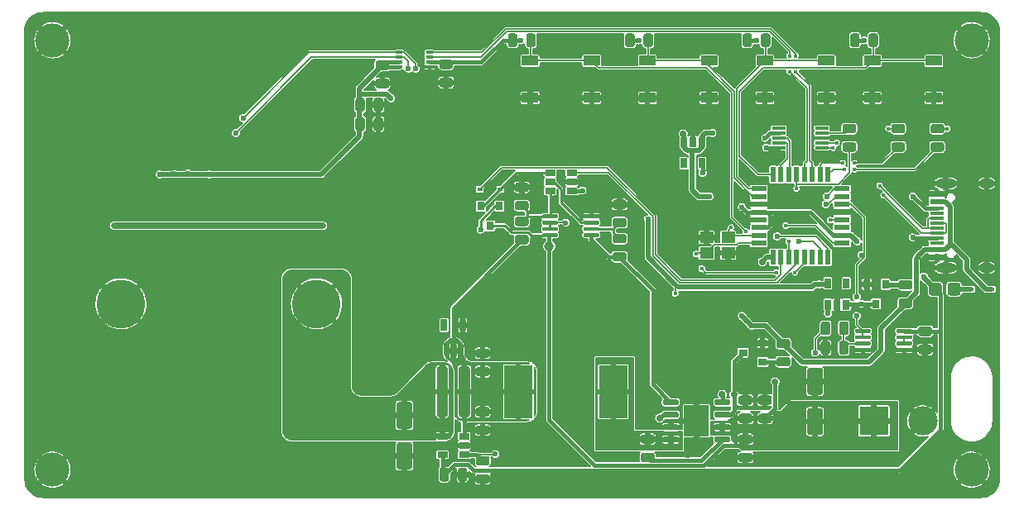
<source format=gbr>
%TF.GenerationSoftware,KiCad,Pcbnew,(5.99.0-2671-gfc0a358ba)*%
%TF.CreationDate,2020-08-29T23:40:28+05:30*%
%TF.ProjectId,Power_Supply,506f7765-725f-4537-9570-706c792e6b69,rev?*%
%TF.SameCoordinates,Original*%
%TF.FileFunction,Copper,L1,Top*%
%TF.FilePolarity,Positive*%
%FSLAX46Y46*%
G04 Gerber Fmt 4.6, Leading zero omitted, Abs format (unit mm)*
G04 Created by KiCad (PCBNEW (5.99.0-2671-gfc0a358ba)) date 2020-08-29 23:40:28*
%MOMM*%
%LPD*%
G01*
G04 APERTURE LIST*
%TA.AperFunction,ComponentPad*%
%ADD10C,3.500000*%
%TD*%
%TA.AperFunction,ComponentPad*%
%ADD11R,3.000000X3.000000*%
%TD*%
%TA.AperFunction,ComponentPad*%
%ADD12C,3.000000*%
%TD*%
%TA.AperFunction,SMDPad,CuDef*%
%ADD13R,1.400000X1.150000*%
%TD*%
%TA.AperFunction,SMDPad,CuDef*%
%ADD14R,1.600000X0.550000*%
%TD*%
%TA.AperFunction,SMDPad,CuDef*%
%ADD15R,0.550000X1.600000*%
%TD*%
%TA.AperFunction,SMDPad,CuDef*%
%ADD16R,0.900000X0.800000*%
%TD*%
%TA.AperFunction,SMDPad,CuDef*%
%ADD17R,1.700000X1.000000*%
%TD*%
%TA.AperFunction,SMDPad,CuDef*%
%ADD18R,0.600000X0.450000*%
%TD*%
%TA.AperFunction,SMDPad,CuDef*%
%ADD19R,0.800000X0.300000*%
%TD*%
%TA.AperFunction,WasherPad*%
%ADD20O,22.010000X0.600000*%
%TD*%
%TA.AperFunction,ComponentPad*%
%ADD21C,5.000000*%
%TD*%
%TA.AperFunction,SMDPad,CuDef*%
%ADD22R,1.400000X0.300000*%
%TD*%
%TA.AperFunction,SMDPad,CuDef*%
%ADD23R,0.800000X0.900000*%
%TD*%
%TA.AperFunction,SMDPad,CuDef*%
%ADD24R,1.450000X0.600000*%
%TD*%
%TA.AperFunction,SMDPad,CuDef*%
%ADD25R,1.450000X0.300000*%
%TD*%
%TA.AperFunction,ComponentPad*%
%ADD26O,1.600000X1.000000*%
%TD*%
%TA.AperFunction,ComponentPad*%
%ADD27O,2.100000X1.000000*%
%TD*%
%TA.AperFunction,SMDPad,CuDef*%
%ADD28R,2.900000X5.400000*%
%TD*%
%TA.AperFunction,SMDPad,CuDef*%
%ADD29R,1.060000X0.650000*%
%TD*%
%TA.AperFunction,SMDPad,CuDef*%
%ADD30R,2.514000X3.200000*%
%TD*%
%TA.AperFunction,SMDPad,CuDef*%
%ADD31R,0.650000X1.060000*%
%TD*%
%TA.AperFunction,SMDPad,CuDef*%
%ADD32R,0.650000X1.220000*%
%TD*%
%TA.AperFunction,ViaPad*%
%ADD33C,0.600000*%
%TD*%
%TA.AperFunction,ViaPad*%
%ADD34C,1.000000*%
%TD*%
%TA.AperFunction,ViaPad*%
%ADD35C,0.700000*%
%TD*%
%TA.AperFunction,ViaPad*%
%ADD36C,0.450000*%
%TD*%
%TA.AperFunction,Conductor*%
%ADD37C,0.508000*%
%TD*%
%TA.AperFunction,Conductor*%
%ADD38C,0.381000*%
%TD*%
%TA.AperFunction,Conductor*%
%ADD39C,0.127000*%
%TD*%
%TA.AperFunction,Conductor*%
%ADD40C,0.254000*%
%TD*%
G04 APERTURE END LIST*
D10*
%TO.P,H3,1,1*%
%TO.N,GND*%
X109000000Y-59000000D03*
%TD*%
%TO.P,H2,1,1*%
%TO.N,GND*%
X109000000Y-15000000D03*
%TD*%
%TO.P,C27,1*%
%TO.N,GND*%
%TA.AperFunction,SMDPad,CuDef*%
G36*
G01*
X55706250Y-19825000D02*
X54793750Y-19825000D01*
G75*
G02*
X54550000Y-19581250I0J243750D01*
G01*
X54550000Y-19093750D01*
G75*
G02*
X54793750Y-18850000I243750J0D01*
G01*
X55706250Y-18850000D01*
G75*
G02*
X55950000Y-19093750I0J-243750D01*
G01*
X55950000Y-19581250D01*
G75*
G02*
X55706250Y-19825000I-243750J0D01*
G01*
G37*
%TD.AperFunction*%
%TO.P,C27,2*%
%TO.N,+5V*%
%TA.AperFunction,SMDPad,CuDef*%
G36*
G01*
X55706250Y-17950000D02*
X54793750Y-17950000D01*
G75*
G02*
X54550000Y-17706250I0J243750D01*
G01*
X54550000Y-17218750D01*
G75*
G02*
X54793750Y-16975000I243750J0D01*
G01*
X55706250Y-16975000D01*
G75*
G02*
X55950000Y-17218750I0J-243750D01*
G01*
X55950000Y-17706250D01*
G75*
G02*
X55706250Y-17950000I-243750J0D01*
G01*
G37*
%TD.AperFunction*%
%TD*%
%TO.P,C29,1*%
%TO.N,GND*%
%TA.AperFunction,SMDPad,CuDef*%
G36*
G01*
X49206250Y-19925000D02*
X48293750Y-19925000D01*
G75*
G02*
X48050000Y-19681250I0J243750D01*
G01*
X48050000Y-19193750D01*
G75*
G02*
X48293750Y-18950000I243750J0D01*
G01*
X49206250Y-18950000D01*
G75*
G02*
X49450000Y-19193750I0J-243750D01*
G01*
X49450000Y-19681250D01*
G75*
G02*
X49206250Y-19925000I-243750J0D01*
G01*
G37*
%TD.AperFunction*%
%TO.P,C29,2*%
%TO.N,+3V3*%
%TA.AperFunction,SMDPad,CuDef*%
G36*
G01*
X49206250Y-18050000D02*
X48293750Y-18050000D01*
G75*
G02*
X48050000Y-17806250I0J243750D01*
G01*
X48050000Y-17318750D01*
G75*
G02*
X48293750Y-17075000I243750J0D01*
G01*
X49206250Y-17075000D01*
G75*
G02*
X49450000Y-17318750I0J-243750D01*
G01*
X49450000Y-17806250D01*
G75*
G02*
X49206250Y-18050000I-243750J0D01*
G01*
G37*
%TD.AperFunction*%
%TD*%
%TO.P,R20,1*%
%TO.N,Net-(R19-Pad2)*%
%TA.AperFunction,SMDPad,CuDef*%
G36*
G01*
X73456250Y-34175000D02*
X72543750Y-34175000D01*
G75*
G02*
X72300000Y-33931250I0J243750D01*
G01*
X72300000Y-33443750D01*
G75*
G02*
X72543750Y-33200000I243750J0D01*
G01*
X73456250Y-33200000D01*
G75*
G02*
X73700000Y-33443750I0J-243750D01*
G01*
X73700000Y-33931250D01*
G75*
G02*
X73456250Y-34175000I-243750J0D01*
G01*
G37*
%TD.AperFunction*%
%TO.P,R20,2*%
%TO.N,GND*%
%TA.AperFunction,SMDPad,CuDef*%
G36*
G01*
X73456250Y-32300000D02*
X72543750Y-32300000D01*
G75*
G02*
X72300000Y-32056250I0J243750D01*
G01*
X72300000Y-31568750D01*
G75*
G02*
X72543750Y-31325000I243750J0D01*
G01*
X73456250Y-31325000D01*
G75*
G02*
X73700000Y-31568750I0J-243750D01*
G01*
X73700000Y-32056250D01*
G75*
G02*
X73456250Y-32300000I-243750J0D01*
G01*
G37*
%TD.AperFunction*%
%TD*%
%TO.P,C6,1*%
%TO.N,Net-(C6-Pad1)*%
%TA.AperFunction,SMDPad,CuDef*%
G36*
G01*
X76326250Y-58225000D02*
X75413750Y-58225000D01*
G75*
G02*
X75170000Y-57981250I0J243750D01*
G01*
X75170000Y-57493750D01*
G75*
G02*
X75413750Y-57250000I243750J0D01*
G01*
X76326250Y-57250000D01*
G75*
G02*
X76570000Y-57493750I0J-243750D01*
G01*
X76570000Y-57981250D01*
G75*
G02*
X76326250Y-58225000I-243750J0D01*
G01*
G37*
%TD.AperFunction*%
%TO.P,C6,2*%
%TO.N,Net-(C6-Pad2)*%
%TA.AperFunction,SMDPad,CuDef*%
G36*
G01*
X76326250Y-56350000D02*
X75413750Y-56350000D01*
G75*
G02*
X75170000Y-56106250I0J243750D01*
G01*
X75170000Y-55618750D01*
G75*
G02*
X75413750Y-55375000I243750J0D01*
G01*
X76326250Y-55375000D01*
G75*
G02*
X76570000Y-55618750I0J-243750D01*
G01*
X76570000Y-56106250D01*
G75*
G02*
X76326250Y-56350000I-243750J0D01*
G01*
G37*
%TD.AperFunction*%
%TD*%
%TO.P,R23,1*%
%TO.N,+VSW*%
%TA.AperFunction,SMDPad,CuDef*%
G36*
G01*
X93575000Y-44956250D02*
X93575000Y-44043750D01*
G75*
G02*
X93818750Y-43800000I243750J0D01*
G01*
X94306250Y-43800000D01*
G75*
G02*
X94550000Y-44043750I0J-243750D01*
G01*
X94550000Y-44956250D01*
G75*
G02*
X94306250Y-45200000I-243750J0D01*
G01*
X93818750Y-45200000D01*
G75*
G02*
X93575000Y-44956250I0J243750D01*
G01*
G37*
%TD.AperFunction*%
%TO.P,R23,2*%
%TO.N,/Vin*%
%TA.AperFunction,SMDPad,CuDef*%
G36*
G01*
X95450000Y-44956250D02*
X95450000Y-44043750D01*
G75*
G02*
X95693750Y-43800000I243750J0D01*
G01*
X96181250Y-43800000D01*
G75*
G02*
X96425000Y-44043750I0J-243750D01*
G01*
X96425000Y-44956250D01*
G75*
G02*
X96181250Y-45200000I-243750J0D01*
G01*
X95693750Y-45200000D01*
G75*
G02*
X95450000Y-44956250I0J243750D01*
G01*
G37*
%TD.AperFunction*%
%TD*%
D11*
%TO.P,J4,1,Pin_1*%
%TO.N,+VSW*%
X99000000Y-54000000D03*
D12*
%TO.P,J4,2,Pin_2*%
%TO.N,GND*%
X104000000Y-54000000D03*
%TD*%
%TO.P,R16,1*%
%TO.N,Net-(R16-Pad1)*%
%TA.AperFunction,SMDPad,CuDef*%
G36*
G01*
X62543750Y-33075000D02*
X63456250Y-33075000D01*
G75*
G02*
X63700000Y-33318750I0J-243750D01*
G01*
X63700000Y-33806250D01*
G75*
G02*
X63456250Y-34050000I-243750J0D01*
G01*
X62543750Y-34050000D01*
G75*
G02*
X62300000Y-33806250I0J243750D01*
G01*
X62300000Y-33318750D01*
G75*
G02*
X62543750Y-33075000I243750J0D01*
G01*
G37*
%TD.AperFunction*%
%TO.P,R16,2*%
%TO.N,Net-(C16-Pad2)*%
%TA.AperFunction,SMDPad,CuDef*%
G36*
G01*
X62543750Y-34950000D02*
X63456250Y-34950000D01*
G75*
G02*
X63700000Y-35193750I0J-243750D01*
G01*
X63700000Y-35681250D01*
G75*
G02*
X63456250Y-35925000I-243750J0D01*
G01*
X62543750Y-35925000D01*
G75*
G02*
X62300000Y-35681250I0J243750D01*
G01*
X62300000Y-35193750D01*
G75*
G02*
X62543750Y-34950000I243750J0D01*
G01*
G37*
%TD.AperFunction*%
%TD*%
%TO.P,C18,1*%
%TO.N,GND*%
%TA.AperFunction,SMDPad,CuDef*%
G36*
G01*
X59456250Y-55425000D02*
X58543750Y-55425000D01*
G75*
G02*
X58300000Y-55181250I0J243750D01*
G01*
X58300000Y-54693750D01*
G75*
G02*
X58543750Y-54450000I243750J0D01*
G01*
X59456250Y-54450000D01*
G75*
G02*
X59700000Y-54693750I0J-243750D01*
G01*
X59700000Y-55181250D01*
G75*
G02*
X59456250Y-55425000I-243750J0D01*
G01*
G37*
%TD.AperFunction*%
%TO.P,C18,2*%
%TO.N,Net-(C16-Pad2)*%
%TA.AperFunction,SMDPad,CuDef*%
G36*
G01*
X59456250Y-53550000D02*
X58543750Y-53550000D01*
G75*
G02*
X58300000Y-53306250I0J243750D01*
G01*
X58300000Y-52818750D01*
G75*
G02*
X58543750Y-52575000I243750J0D01*
G01*
X59456250Y-52575000D01*
G75*
G02*
X59700000Y-52818750I0J-243750D01*
G01*
X59700000Y-53306250D01*
G75*
G02*
X59456250Y-53550000I-243750J0D01*
G01*
G37*
%TD.AperFunction*%
%TD*%
D13*
%TO.P,Y1,1,1*%
%TO.N,Net-(C15-Pad2)*%
X81900000Y-36800000D03*
%TO.P,Y1,2,2*%
%TO.N,GND*%
X84100000Y-36800000D03*
%TO.P,Y1,3,3*%
%TO.N,Net-(C17-Pad2)*%
X84100000Y-35200000D03*
%TO.P,Y1,4,4*%
%TO.N,GND*%
X81900000Y-35200000D03*
%TD*%
%TO.P,U4,1*%
%TO.N,/V_FB*%
%TA.AperFunction,SMDPad,CuDef*%
G36*
G01*
X70925000Y-34875000D02*
X70925000Y-35075000D01*
G75*
G02*
X70825000Y-35175000I-100000J0D01*
G01*
X69400000Y-35175000D01*
G75*
G02*
X69300000Y-35075000I0J100000D01*
G01*
X69300000Y-34875000D01*
G75*
G02*
X69400000Y-34775000I100000J0D01*
G01*
X70825000Y-34775000D01*
G75*
G02*
X70925000Y-34875000I0J-100000D01*
G01*
G37*
%TD.AperFunction*%
%TO.P,U4,2,-*%
%TO.N,Net-(R19-Pad2)*%
%TA.AperFunction,SMDPad,CuDef*%
G36*
G01*
X70925000Y-34225000D02*
X70925000Y-34425000D01*
G75*
G02*
X70825000Y-34525000I-100000J0D01*
G01*
X69400000Y-34525000D01*
G75*
G02*
X69300000Y-34425000I0J100000D01*
G01*
X69300000Y-34225000D01*
G75*
G02*
X69400000Y-34125000I100000J0D01*
G01*
X70825000Y-34125000D01*
G75*
G02*
X70925000Y-34225000I0J-100000D01*
G01*
G37*
%TD.AperFunction*%
%TO.P,U4,3,+*%
%TO.N,Net-(U4-Pad3)*%
%TA.AperFunction,SMDPad,CuDef*%
G36*
G01*
X70925000Y-33575000D02*
X70925000Y-33775000D01*
G75*
G02*
X70825000Y-33875000I-100000J0D01*
G01*
X69400000Y-33875000D01*
G75*
G02*
X69300000Y-33775000I0J100000D01*
G01*
X69300000Y-33575000D01*
G75*
G02*
X69400000Y-33475000I100000J0D01*
G01*
X70825000Y-33475000D01*
G75*
G02*
X70925000Y-33575000I0J-100000D01*
G01*
G37*
%TD.AperFunction*%
%TO.P,U4,4,V-*%
%TO.N,GND*%
%TA.AperFunction,SMDPad,CuDef*%
G36*
G01*
X70925000Y-32925000D02*
X70925000Y-33125000D01*
G75*
G02*
X70825000Y-33225000I-100000J0D01*
G01*
X69400000Y-33225000D01*
G75*
G02*
X69300000Y-33125000I0J100000D01*
G01*
X69300000Y-32925000D01*
G75*
G02*
X69400000Y-32825000I100000J0D01*
G01*
X70825000Y-32825000D01*
G75*
G02*
X70925000Y-32925000I0J-100000D01*
G01*
G37*
%TD.AperFunction*%
%TO.P,U4,5,+*%
%TO.N,Net-(R16-Pad1)*%
%TA.AperFunction,SMDPad,CuDef*%
G36*
G01*
X66700000Y-32925000D02*
X66700000Y-33125000D01*
G75*
G02*
X66600000Y-33225000I-100000J0D01*
G01*
X65175000Y-33225000D01*
G75*
G02*
X65075000Y-33125000I0J100000D01*
G01*
X65075000Y-32925000D01*
G75*
G02*
X65175000Y-32825000I100000J0D01*
G01*
X66600000Y-32825000D01*
G75*
G02*
X66700000Y-32925000I0J-100000D01*
G01*
G37*
%TD.AperFunction*%
%TO.P,U4,6,-*%
%TO.N,/V_SENSE*%
%TA.AperFunction,SMDPad,CuDef*%
G36*
G01*
X66700000Y-33575000D02*
X66700000Y-33775000D01*
G75*
G02*
X66600000Y-33875000I-100000J0D01*
G01*
X65175000Y-33875000D01*
G75*
G02*
X65075000Y-33775000I0J100000D01*
G01*
X65075000Y-33575000D01*
G75*
G02*
X65175000Y-33475000I100000J0D01*
G01*
X66600000Y-33475000D01*
G75*
G02*
X66700000Y-33575000I0J-100000D01*
G01*
G37*
%TD.AperFunction*%
%TO.P,U4,7*%
%TA.AperFunction,SMDPad,CuDef*%
G36*
G01*
X66700000Y-34225000D02*
X66700000Y-34425000D01*
G75*
G02*
X66600000Y-34525000I-100000J0D01*
G01*
X65175000Y-34525000D01*
G75*
G02*
X65075000Y-34425000I0J100000D01*
G01*
X65075000Y-34225000D01*
G75*
G02*
X65175000Y-34125000I100000J0D01*
G01*
X66600000Y-34125000D01*
G75*
G02*
X66700000Y-34225000I0J-100000D01*
G01*
G37*
%TD.AperFunction*%
%TO.P,U4,8,V+*%
%TO.N,+VSW*%
%TA.AperFunction,SMDPad,CuDef*%
G36*
G01*
X66700000Y-34875000D02*
X66700000Y-35075000D01*
G75*
G02*
X66600000Y-35175000I-100000J0D01*
G01*
X65175000Y-35175000D01*
G75*
G02*
X65075000Y-35075000I0J100000D01*
G01*
X65075000Y-34875000D01*
G75*
G02*
X65175000Y-34775000I100000J0D01*
G01*
X66600000Y-34775000D01*
G75*
G02*
X66700000Y-34875000I0J-100000D01*
G01*
G37*
%TD.AperFunction*%
%TD*%
D14*
%TO.P,U2,1,PD3*%
%TO.N,/SW2*%
X87250000Y-30200000D03*
%TO.P,U2,2,PD4*%
%TO.N,/SW1*%
X87250000Y-31000000D03*
%TO.P,U2,3,GND*%
%TO.N,GND*%
X87250000Y-31800000D03*
%TO.P,U2,4,VCC*%
%TO.N,+5V*%
X87250000Y-32600000D03*
%TO.P,U2,5,GND*%
%TO.N,GND*%
X87250000Y-33400000D03*
%TO.P,U2,6,VCC*%
%TO.N,+5V*%
X87250000Y-34200000D03*
%TO.P,U2,7,XTAL1/PB6*%
%TO.N,Net-(C17-Pad2)*%
X87250000Y-35000000D03*
%TO.P,U2,8,XTAL2/PB7*%
%TO.N,Net-(C15-Pad2)*%
X87250000Y-35800000D03*
D15*
%TO.P,U2,9,PD5*%
%TO.N,Net-(D5-Pad2)*%
X88700000Y-37250000D03*
%TO.P,U2,10,PD6*%
%TO.N,/~POT_CS*%
X89500000Y-37250000D03*
%TO.P,U2,11,PD7*%
%TO.N,/SW4*%
X90300000Y-37250000D03*
%TO.P,U2,12,PB0*%
%TO.N,/POT_U~D*%
X91100000Y-37250000D03*
%TO.P,U2,13,PB1*%
%TO.N,/POT_VIHH*%
X91900000Y-37250000D03*
%TO.P,U2,14,PB2*%
%TO.N,N/C*%
X92700000Y-37250000D03*
%TO.P,U2,15,PB3*%
%TO.N,/MOSI*%
X93500000Y-37250000D03*
%TO.P,U2,16,PB4*%
%TO.N,/MISO*%
X94300000Y-37250000D03*
D14*
%TO.P,U2,17,PB5*%
%TO.N,/SCK*%
X95750000Y-35800000D03*
%TO.P,U2,18,AVCC*%
%TO.N,+5V*%
X95750000Y-35000000D03*
%TO.P,U2,19,ADC6*%
%TO.N,N/C*%
X95750000Y-34200000D03*
%TO.P,U2,20,AREF*%
%TO.N,Net-(C2-Pad2)*%
X95750000Y-33400000D03*
%TO.P,U2,21,GND*%
%TO.N,GND*%
X95750000Y-32600000D03*
%TO.P,U2,22,ADC7*%
%TO.N,Net-(D8-Pad2)*%
X95750000Y-31800000D03*
%TO.P,U2,23,PC0*%
%TO.N,/I_SENSE*%
X95750000Y-31000000D03*
%TO.P,U2,24,PC1*%
%TO.N,/V_SENSE*%
X95750000Y-30200000D03*
D15*
%TO.P,U2,25,PC2*%
%TO.N,Net-(D2-Pad1)*%
X94300000Y-28750000D03*
%TO.P,U2,26,PC3*%
%TO.N,Net-(D1-Pad1)*%
X93500000Y-28750000D03*
%TO.P,U2,27,PC4*%
%TO.N,/SDA0*%
X92700000Y-28750000D03*
%TO.P,U2,28,PC5*%
%TO.N,/SCL0*%
X91900000Y-28750000D03*
%TO.P,U2,29,~RESET~/PC6*%
%TO.N,/RST*%
X91100000Y-28750000D03*
%TO.P,U2,30,PD0*%
%TO.N,/RX*%
X90300000Y-28750000D03*
%TO.P,U2,31,PD1*%
%TO.N,/TX*%
X89500000Y-28750000D03*
%TO.P,U2,32,PD2*%
%TO.N,/SW3*%
X88700000Y-28750000D03*
%TD*%
%TO.P,C28,1*%
%TO.N,GND*%
%TA.AperFunction,SMDPad,CuDef*%
G36*
G01*
X48825000Y-21143750D02*
X48825000Y-22056250D01*
G75*
G02*
X48581250Y-22300000I-243750J0D01*
G01*
X48093750Y-22300000D01*
G75*
G02*
X47850000Y-22056250I0J243750D01*
G01*
X47850000Y-21143750D01*
G75*
G02*
X48093750Y-20900000I243750J0D01*
G01*
X48581250Y-20900000D01*
G75*
G02*
X48825000Y-21143750I0J-243750D01*
G01*
G37*
%TD.AperFunction*%
%TO.P,C28,2*%
%TO.N,+3V3*%
%TA.AperFunction,SMDPad,CuDef*%
G36*
G01*
X46950000Y-21143750D02*
X46950000Y-22056250D01*
G75*
G02*
X46706250Y-22300000I-243750J0D01*
G01*
X46218750Y-22300000D01*
G75*
G02*
X45975000Y-22056250I0J243750D01*
G01*
X45975000Y-21143750D01*
G75*
G02*
X46218750Y-20900000I243750J0D01*
G01*
X46706250Y-20900000D01*
G75*
G02*
X46950000Y-21143750I0J-243750D01*
G01*
G37*
%TD.AperFunction*%
%TD*%
D16*
%TO.P,Q2,1,G*%
%TO.N,Net-(Q2-Pad1)*%
X87620000Y-47950000D03*
%TO.P,Q2,2,S*%
%TO.N,GND*%
X87620000Y-46050000D03*
%TO.P,Q2,3,D*%
%TO.N,Net-(Q2-Pad3)*%
X85620000Y-47000000D03*
%TD*%
%TO.P,C4,1*%
%TO.N,GND*%
%TA.AperFunction,SMDPad,CuDef*%
G36*
G01*
X86326250Y-58225000D02*
X85413750Y-58225000D01*
G75*
G02*
X85170000Y-57981250I0J243750D01*
G01*
X85170000Y-57493750D01*
G75*
G02*
X85413750Y-57250000I243750J0D01*
G01*
X86326250Y-57250000D01*
G75*
G02*
X86570000Y-57493750I0J-243750D01*
G01*
X86570000Y-57981250D01*
G75*
G02*
X86326250Y-58225000I-243750J0D01*
G01*
G37*
%TD.AperFunction*%
%TO.P,C4,2*%
%TO.N,+VSW*%
%TA.AperFunction,SMDPad,CuDef*%
G36*
G01*
X86326250Y-56350000D02*
X85413750Y-56350000D01*
G75*
G02*
X85170000Y-56106250I0J243750D01*
G01*
X85170000Y-55618750D01*
G75*
G02*
X85413750Y-55375000I243750J0D01*
G01*
X86326250Y-55375000D01*
G75*
G02*
X86570000Y-55618750I0J-243750D01*
G01*
X86570000Y-56106250D01*
G75*
G02*
X86326250Y-56350000I-243750J0D01*
G01*
G37*
%TD.AperFunction*%
%TD*%
D17*
%TO.P,SW2,1,1*%
%TO.N,/SW2*%
X87850000Y-17100000D03*
X94150000Y-17100000D03*
%TO.P,SW2,2,2*%
%TO.N,GND*%
X94150000Y-20900000D03*
X87850000Y-20900000D03*
%TD*%
D18*
%TO.P,D4,1,K*%
%TO.N,Net-(D4-Pad1)*%
X108950000Y-40500000D03*
%TO.P,D4,2,A*%
%TO.N,/REG_EN*%
X111050000Y-40500000D03*
%TD*%
%TO.P,R21,1*%
%TO.N,Net-(Q1-Pad1)*%
%TA.AperFunction,SMDPad,CuDef*%
G36*
G01*
X101793750Y-39575000D02*
X102706250Y-39575000D01*
G75*
G02*
X102950000Y-39818750I0J-243750D01*
G01*
X102950000Y-40306250D01*
G75*
G02*
X102706250Y-40550000I-243750J0D01*
G01*
X101793750Y-40550000D01*
G75*
G02*
X101550000Y-40306250I0J243750D01*
G01*
X101550000Y-39818750D01*
G75*
G02*
X101793750Y-39575000I243750J0D01*
G01*
G37*
%TD.AperFunction*%
%TO.P,R21,2*%
%TO.N,/REG_EN*%
%TA.AperFunction,SMDPad,CuDef*%
G36*
G01*
X101793750Y-41450000D02*
X102706250Y-41450000D01*
G75*
G02*
X102950000Y-41693750I0J-243750D01*
G01*
X102950000Y-42181250D01*
G75*
G02*
X102706250Y-42425000I-243750J0D01*
G01*
X101793750Y-42425000D01*
G75*
G02*
X101550000Y-42181250I0J243750D01*
G01*
X101550000Y-41693750D01*
G75*
G02*
X101793750Y-41450000I243750J0D01*
G01*
G37*
%TD.AperFunction*%
%TD*%
%TO.P,R13,1*%
%TO.N,VDC*%
%TA.AperFunction,SMDPad,CuDef*%
G36*
G01*
X54300000Y-53350000D02*
X54300000Y-48650000D01*
G75*
G02*
X54550000Y-48400000I250000J0D01*
G01*
X55200000Y-48400000D01*
G75*
G02*
X55450000Y-48650000I0J-250000D01*
G01*
X55450000Y-53350000D01*
G75*
G02*
X55200000Y-53600000I-250000J0D01*
G01*
X54550000Y-53600000D01*
G75*
G02*
X54300000Y-53350000I0J250000D01*
G01*
G37*
%TD.AperFunction*%
%TO.P,R13,2*%
%TO.N,Net-(C16-Pad2)*%
%TA.AperFunction,SMDPad,CuDef*%
G36*
G01*
X56550000Y-53350000D02*
X56550000Y-48650000D01*
G75*
G02*
X56800000Y-48400000I250000J0D01*
G01*
X57450000Y-48400000D01*
G75*
G02*
X57700000Y-48650000I0J-250000D01*
G01*
X57700000Y-53350000D01*
G75*
G02*
X57450000Y-53600000I-250000J0D01*
G01*
X56800000Y-53600000D01*
G75*
G02*
X56550000Y-53350000I0J250000D01*
G01*
G37*
%TD.AperFunction*%
%TD*%
%TO.P,R10,1*%
%TO.N,+5V*%
%TA.AperFunction,SMDPad,CuDef*%
G36*
G01*
X61575000Y-15456250D02*
X61575000Y-14543750D01*
G75*
G02*
X61818750Y-14300000I243750J0D01*
G01*
X62306250Y-14300000D01*
G75*
G02*
X62550000Y-14543750I0J-243750D01*
G01*
X62550000Y-15456250D01*
G75*
G02*
X62306250Y-15700000I-243750J0D01*
G01*
X61818750Y-15700000D01*
G75*
G02*
X61575000Y-15456250I0J243750D01*
G01*
G37*
%TD.AperFunction*%
%TO.P,R10,2*%
%TO.N,/SW4*%
%TA.AperFunction,SMDPad,CuDef*%
G36*
G01*
X63450000Y-15456250D02*
X63450000Y-14543750D01*
G75*
G02*
X63693750Y-14300000I243750J0D01*
G01*
X64181250Y-14300000D01*
G75*
G02*
X64425000Y-14543750I0J-243750D01*
G01*
X64425000Y-15456250D01*
G75*
G02*
X64181250Y-15700000I-243750J0D01*
G01*
X63693750Y-15700000D01*
G75*
G02*
X63450000Y-15456250I0J243750D01*
G01*
G37*
%TD.AperFunction*%
%TD*%
%TO.P,C1,1*%
%TO.N,GND*%
%TA.AperFunction,SMDPad,CuDef*%
G36*
G01*
X85413750Y-51375000D02*
X86326250Y-51375000D01*
G75*
G02*
X86570000Y-51618750I0J-243750D01*
G01*
X86570000Y-52106250D01*
G75*
G02*
X86326250Y-52350000I-243750J0D01*
G01*
X85413750Y-52350000D01*
G75*
G02*
X85170000Y-52106250I0J243750D01*
G01*
X85170000Y-51618750D01*
G75*
G02*
X85413750Y-51375000I243750J0D01*
G01*
G37*
%TD.AperFunction*%
%TO.P,C1,2*%
%TO.N,+VSW*%
%TA.AperFunction,SMDPad,CuDef*%
G36*
G01*
X85413750Y-53250000D02*
X86326250Y-53250000D01*
G75*
G02*
X86570000Y-53493750I0J-243750D01*
G01*
X86570000Y-53981250D01*
G75*
G02*
X86326250Y-54225000I-243750J0D01*
G01*
X85413750Y-54225000D01*
G75*
G02*
X85170000Y-53981250I0J243750D01*
G01*
X85170000Y-53493750D01*
G75*
G02*
X85413750Y-53250000I243750J0D01*
G01*
G37*
%TD.AperFunction*%
%TD*%
%TO.P,C20,1*%
%TO.N,+5V*%
%TA.AperFunction,SMDPad,CuDef*%
G36*
G01*
X54575000Y-59956250D02*
X54575000Y-59043750D01*
G75*
G02*
X54818750Y-58800000I243750J0D01*
G01*
X55306250Y-58800000D01*
G75*
G02*
X55550000Y-59043750I0J-243750D01*
G01*
X55550000Y-59956250D01*
G75*
G02*
X55306250Y-60200000I-243750J0D01*
G01*
X54818750Y-60200000D01*
G75*
G02*
X54575000Y-59956250I0J243750D01*
G01*
G37*
%TD.AperFunction*%
%TO.P,C20,2*%
%TO.N,GND*%
%TA.AperFunction,SMDPad,CuDef*%
G36*
G01*
X56450000Y-59956250D02*
X56450000Y-59043750D01*
G75*
G02*
X56693750Y-58800000I243750J0D01*
G01*
X57181250Y-58800000D01*
G75*
G02*
X57425000Y-59043750I0J-243750D01*
G01*
X57425000Y-59956250D01*
G75*
G02*
X57181250Y-60200000I-243750J0D01*
G01*
X56693750Y-60200000D01*
G75*
G02*
X56450000Y-59956250I0J243750D01*
G01*
G37*
%TD.AperFunction*%
%TD*%
%TO.P,R6,1*%
%TO.N,+5V*%
%TA.AperFunction,SMDPad,CuDef*%
G36*
G01*
X73575000Y-15456250D02*
X73575000Y-14543750D01*
G75*
G02*
X73818750Y-14300000I243750J0D01*
G01*
X74306250Y-14300000D01*
G75*
G02*
X74550000Y-14543750I0J-243750D01*
G01*
X74550000Y-15456250D01*
G75*
G02*
X74306250Y-15700000I-243750J0D01*
G01*
X73818750Y-15700000D01*
G75*
G02*
X73575000Y-15456250I0J243750D01*
G01*
G37*
%TD.AperFunction*%
%TO.P,R6,2*%
%TO.N,/SW1*%
%TA.AperFunction,SMDPad,CuDef*%
G36*
G01*
X75450000Y-15456250D02*
X75450000Y-14543750D01*
G75*
G02*
X75693750Y-14300000I243750J0D01*
G01*
X76181250Y-14300000D01*
G75*
G02*
X76425000Y-14543750I0J-243750D01*
G01*
X76425000Y-15456250D01*
G75*
G02*
X76181250Y-15700000I-243750J0D01*
G01*
X75693750Y-15700000D01*
G75*
G02*
X75450000Y-15456250I0J243750D01*
G01*
G37*
%TD.AperFunction*%
%TD*%
D17*
%TO.P,SW1,1,1*%
%TO.N,/SW1*%
X75850000Y-17100000D03*
X82150000Y-17100000D03*
%TO.P,SW1,2,2*%
%TO.N,GND*%
X75850000Y-20900000D03*
X82150000Y-20900000D03*
%TD*%
%TO.P,R18,1*%
%TO.N,GND*%
%TA.AperFunction,SMDPad,CuDef*%
G36*
G01*
X59456250Y-60425000D02*
X58543750Y-60425000D01*
G75*
G02*
X58300000Y-60181250I0J243750D01*
G01*
X58300000Y-59693750D01*
G75*
G02*
X58543750Y-59450000I243750J0D01*
G01*
X59456250Y-59450000D01*
G75*
G02*
X59700000Y-59693750I0J-243750D01*
G01*
X59700000Y-60181250D01*
G75*
G02*
X59456250Y-60425000I-243750J0D01*
G01*
G37*
%TD.AperFunction*%
%TO.P,R18,2*%
%TO.N,/I_SENSE*%
%TA.AperFunction,SMDPad,CuDef*%
G36*
G01*
X59456250Y-58550000D02*
X58543750Y-58550000D01*
G75*
G02*
X58300000Y-58306250I0J243750D01*
G01*
X58300000Y-57818750D01*
G75*
G02*
X58543750Y-57575000I243750J0D01*
G01*
X59456250Y-57575000D01*
G75*
G02*
X59700000Y-57818750I0J-243750D01*
G01*
X59700000Y-58306250D01*
G75*
G02*
X59456250Y-58550000I-243750J0D01*
G01*
G37*
%TD.AperFunction*%
%TD*%
D19*
%TO.P,U9,1,GND*%
%TO.N,GND*%
X53550000Y-17750000D03*
%TO.P,U9,2,VREF1*%
%TO.N,+5V*%
X53550000Y-17250000D03*
%TO.P,U9,3,SCL1*%
%TO.N,/SCL0*%
X53550000Y-16750000D03*
%TO.P,U9,4,SDA1*%
%TO.N,/SDA0*%
X53550000Y-16250000D03*
%TO.P,U9,5,SDA2*%
%TO.N,Net-(R14-Pad2)*%
X50450000Y-16250000D03*
%TO.P,U9,6,SCL2*%
%TO.N,Net-(R5-Pad2)*%
X50450000Y-16750000D03*
%TO.P,U9,7,VREF2*%
%TO.N,+3V3*%
X50450000Y-17250000D03*
%TO.P,U9,8,EN*%
X50450000Y-17750000D03*
%TD*%
%TO.P,C7,1*%
%TO.N,GND*%
%TA.AperFunction,SMDPad,CuDef*%
G36*
G01*
X51550000Y-58950000D02*
X50450000Y-58950000D01*
G75*
G02*
X50200000Y-58700000I0J250000D01*
G01*
X50200000Y-56425000D01*
G75*
G02*
X50450000Y-56175000I250000J0D01*
G01*
X51550000Y-56175000D01*
G75*
G02*
X51800000Y-56425000I0J-250000D01*
G01*
X51800000Y-58700000D01*
G75*
G02*
X51550000Y-58950000I-250000J0D01*
G01*
G37*
%TD.AperFunction*%
%TO.P,C7,2*%
%TO.N,VDC*%
%TA.AperFunction,SMDPad,CuDef*%
G36*
G01*
X51550000Y-54825000D02*
X50450000Y-54825000D01*
G75*
G02*
X50200000Y-54575000I0J250000D01*
G01*
X50200000Y-52300000D01*
G75*
G02*
X50450000Y-52050000I250000J0D01*
G01*
X51550000Y-52050000D01*
G75*
G02*
X51800000Y-52300000I0J-250000D01*
G01*
X51800000Y-54575000D01*
G75*
G02*
X51550000Y-54825000I-250000J0D01*
G01*
G37*
%TD.AperFunction*%
%TD*%
%TO.P,C35,1*%
%TO.N,GND*%
%TA.AperFunction,SMDPad,CuDef*%
G36*
G01*
X104706250Y-47175000D02*
X103793750Y-47175000D01*
G75*
G02*
X103550000Y-46931250I0J243750D01*
G01*
X103550000Y-46443750D01*
G75*
G02*
X103793750Y-46200000I243750J0D01*
G01*
X104706250Y-46200000D01*
G75*
G02*
X104950000Y-46443750I0J-243750D01*
G01*
X104950000Y-46931250D01*
G75*
G02*
X104706250Y-47175000I-243750J0D01*
G01*
G37*
%TD.AperFunction*%
%TO.P,C35,2*%
%TO.N,+5V*%
%TA.AperFunction,SMDPad,CuDef*%
G36*
G01*
X104706250Y-45300000D02*
X103793750Y-45300000D01*
G75*
G02*
X103550000Y-45056250I0J243750D01*
G01*
X103550000Y-44568750D01*
G75*
G02*
X103793750Y-44325000I243750J0D01*
G01*
X104706250Y-44325000D01*
G75*
G02*
X104950000Y-44568750I0J-243750D01*
G01*
X104950000Y-45056250D01*
G75*
G02*
X104706250Y-45300000I-243750J0D01*
G01*
G37*
%TD.AperFunction*%
%TD*%
D20*
%TO.P,U10,*%
%TO.N,*%
X32000000Y-34000000D03*
%TD*%
D21*
%TO.P,J3,1,Pin_1*%
%TO.N,GND*%
X22000000Y-42000000D03*
%TD*%
D10*
%TO.P,H4,1,1*%
%TO.N,GND*%
X15000000Y-59000000D03*
%TD*%
%TO.P,R8,1*%
%TO.N,+5V*%
%TA.AperFunction,SMDPad,CuDef*%
G36*
G01*
X85575000Y-15456250D02*
X85575000Y-14543750D01*
G75*
G02*
X85818750Y-14300000I243750J0D01*
G01*
X86306250Y-14300000D01*
G75*
G02*
X86550000Y-14543750I0J-243750D01*
G01*
X86550000Y-15456250D01*
G75*
G02*
X86306250Y-15700000I-243750J0D01*
G01*
X85818750Y-15700000D01*
G75*
G02*
X85575000Y-15456250I0J243750D01*
G01*
G37*
%TD.AperFunction*%
%TO.P,R8,2*%
%TO.N,/SW2*%
%TA.AperFunction,SMDPad,CuDef*%
G36*
G01*
X87450000Y-15456250D02*
X87450000Y-14543750D01*
G75*
G02*
X87693750Y-14300000I243750J0D01*
G01*
X88181250Y-14300000D01*
G75*
G02*
X88425000Y-14543750I0J-243750D01*
G01*
X88425000Y-15456250D01*
G75*
G02*
X88181250Y-15700000I-243750J0D01*
G01*
X87693750Y-15700000D01*
G75*
G02*
X87450000Y-15456250I0J243750D01*
G01*
G37*
%TD.AperFunction*%
%TD*%
D17*
%TO.P,SW3,1,1*%
%TO.N,/SW3*%
X105150000Y-17100000D03*
X98850000Y-17100000D03*
%TO.P,SW3,2,2*%
%TO.N,GND*%
X105150000Y-20900000D03*
X98850000Y-20900000D03*
%TD*%
D22*
%TO.P,U7,1,UD+*%
%TO.N,/D+*%
X93700000Y-26000000D03*
%TO.P,U7,2,UD-*%
%TO.N,/D-*%
X93700000Y-25500000D03*
%TO.P,U7,3,GND*%
%TO.N,GND*%
X93700000Y-25000000D03*
%TO.P,U7,4,~RTS*%
%TO.N,Net-(C25-Pad2)*%
X93700000Y-24500000D03*
%TO.P,U7,5,~CTS*%
%TO.N,N/C*%
X93700000Y-24000000D03*
%TO.P,U7,6,TNOW*%
X89300000Y-24000000D03*
%TO.P,U7,7,VCC*%
%TO.N,+5V*%
X89300000Y-24500000D03*
%TO.P,U7,8,TXD*%
%TO.N,/RX*%
X89300000Y-25000000D03*
%TO.P,U7,9,RXD*%
%TO.N,/TX*%
X89300000Y-25500000D03*
%TO.P,U7,10,V3*%
%TO.N,+3V3*%
X89300000Y-26000000D03*
%TD*%
D18*
%TO.P,D9,1,K*%
%TO.N,Net-(D9-Pad1)*%
X60800000Y-30250000D03*
%TO.P,D9,2,A*%
%TO.N,/~POT_CS*%
X58700000Y-30250000D03*
%TD*%
D23*
%TO.P,Q3,1,G*%
%TO.N,Net-(Q3-Pad1)*%
X60700000Y-32000000D03*
%TO.P,Q3,2,S*%
%TO.N,Net-(D9-Pad1)*%
X58800000Y-32000000D03*
%TO.P,Q3,3,D*%
%TO.N,+VSW*%
X59750000Y-34000000D03*
%TD*%
D24*
%TO.P,J5,A1,GND*%
%TO.N,GND*%
X105455000Y-37250000D03*
%TO.P,J5,A4,VBUS*%
%TO.N,/REG_EN*%
X105455000Y-36450000D03*
D25*
%TO.P,J5,A5,CC1*%
%TO.N,Net-(J5-PadA5)*%
X105455000Y-35250000D03*
%TO.P,J5,A6,D+*%
%TO.N,/D+*%
X105455000Y-34250000D03*
%TO.P,J5,A7,D-*%
%TO.N,/D-*%
X105455000Y-33750000D03*
%TO.P,J5,A8,SBU1*%
%TO.N,N/C*%
X105455000Y-32750000D03*
D24*
%TO.P,J5,A9,VBUS*%
%TO.N,/REG_EN*%
X105455000Y-31550000D03*
%TO.P,J5,A12,GND*%
%TO.N,GND*%
X105455000Y-30750000D03*
%TO.P,J5,B1,GND*%
X105455000Y-30750000D03*
%TO.P,J5,B4,VBUS*%
%TO.N,/REG_EN*%
X105455000Y-31550000D03*
D25*
%TO.P,J5,B5,CC2*%
%TO.N,Net-(J5-PadB5)*%
X105455000Y-32250000D03*
%TO.P,J5,B6,D+*%
%TO.N,/D+*%
X105455000Y-33250000D03*
%TO.P,J5,B7,D-*%
%TO.N,/D-*%
X105455000Y-34750000D03*
%TO.P,J5,B8,SBU2*%
%TO.N,N/C*%
X105455000Y-35750000D03*
D24*
%TO.P,J5,B9,VBUS*%
%TO.N,/REG_EN*%
X105455000Y-36450000D03*
%TO.P,J5,B12,GND*%
%TO.N,GND*%
X105455000Y-37250000D03*
D26*
%TO.P,J5,S1,SHIELD*%
X110550000Y-38320000D03*
D27*
X106370000Y-38320000D03*
X106370000Y-29680000D03*
D26*
X110550000Y-29680000D03*
%TD*%
D21*
%TO.P,J2,1,Pin_1*%
%TO.N,VDC*%
X42000000Y-42000000D03*
%TD*%
D10*
%TO.P,H1,1,1*%
%TO.N,GND*%
X15000000Y-15000000D03*
%TD*%
%TO.P,C12,1*%
%TO.N,GND*%
%TA.AperFunction,SMDPad,CuDef*%
G36*
G01*
X92450000Y-48550000D02*
X93550000Y-48550000D01*
G75*
G02*
X93800000Y-48800000I0J-250000D01*
G01*
X93800000Y-51075000D01*
G75*
G02*
X93550000Y-51325000I-250000J0D01*
G01*
X92450000Y-51325000D01*
G75*
G02*
X92200000Y-51075000I0J250000D01*
G01*
X92200000Y-48800000D01*
G75*
G02*
X92450000Y-48550000I250000J0D01*
G01*
G37*
%TD.AperFunction*%
%TO.P,C12,2*%
%TO.N,+VSW*%
%TA.AperFunction,SMDPad,CuDef*%
G36*
G01*
X92450000Y-52675000D02*
X93550000Y-52675000D01*
G75*
G02*
X93800000Y-52925000I0J-250000D01*
G01*
X93800000Y-55200000D01*
G75*
G02*
X93550000Y-55450000I-250000J0D01*
G01*
X92450000Y-55450000D01*
G75*
G02*
X92200000Y-55200000I0J250000D01*
G01*
X92200000Y-52925000D01*
G75*
G02*
X92450000Y-52675000I250000J0D01*
G01*
G37*
%TD.AperFunction*%
%TD*%
%TO.P,R19,1*%
%TO.N,/V_FB*%
%TA.AperFunction,SMDPad,CuDef*%
G36*
G01*
X73456250Y-37675000D02*
X72543750Y-37675000D01*
G75*
G02*
X72300000Y-37431250I0J243750D01*
G01*
X72300000Y-36943750D01*
G75*
G02*
X72543750Y-36700000I243750J0D01*
G01*
X73456250Y-36700000D01*
G75*
G02*
X73700000Y-36943750I0J-243750D01*
G01*
X73700000Y-37431250D01*
G75*
G02*
X73456250Y-37675000I-243750J0D01*
G01*
G37*
%TD.AperFunction*%
%TO.P,R19,2*%
%TO.N,Net-(R19-Pad2)*%
%TA.AperFunction,SMDPad,CuDef*%
G36*
G01*
X73456250Y-35800000D02*
X72543750Y-35800000D01*
G75*
G02*
X72300000Y-35556250I0J243750D01*
G01*
X72300000Y-35068750D01*
G75*
G02*
X72543750Y-34825000I243750J0D01*
G01*
X73456250Y-34825000D01*
G75*
G02*
X73700000Y-35068750I0J-243750D01*
G01*
X73700000Y-35556250D01*
G75*
G02*
X73456250Y-35800000I-243750J0D01*
G01*
G37*
%TD.AperFunction*%
%TD*%
D28*
%TO.P,L1,1*%
%TO.N,Net-(C6-Pad2)*%
X72350000Y-51000000D03*
%TO.P,L1,2*%
%TO.N,Net-(C16-Pad2)*%
X62650000Y-51000000D03*
%TD*%
%TO.P,F1,1*%
%TO.N,Net-(D4-Pad1)*%
%TA.AperFunction,SMDPad,CuDef*%
G36*
G01*
X107875000Y-40100000D02*
X107875000Y-40900000D01*
G75*
G02*
X107625000Y-41150000I-250000J0D01*
G01*
X106800000Y-41150000D01*
G75*
G02*
X106550000Y-40900000I0J250000D01*
G01*
X106550000Y-40100000D01*
G75*
G02*
X106800000Y-39850000I250000J0D01*
G01*
X107625000Y-39850000D01*
G75*
G02*
X107875000Y-40100000I0J-250000D01*
G01*
G37*
%TD.AperFunction*%
%TO.P,F1,2*%
%TO.N,+5V*%
%TA.AperFunction,SMDPad,CuDef*%
G36*
G01*
X105950000Y-40100000D02*
X105950000Y-40900000D01*
G75*
G02*
X105700000Y-41150000I-250000J0D01*
G01*
X104875000Y-41150000D01*
G75*
G02*
X104625000Y-40900000I0J250000D01*
G01*
X104625000Y-40100000D01*
G75*
G02*
X104875000Y-39850000I250000J0D01*
G01*
X105700000Y-39850000D01*
G75*
G02*
X105950000Y-40100000I0J-250000D01*
G01*
G37*
%TD.AperFunction*%
%TD*%
%TO.P,C25,1*%
%TO.N,/RST*%
%TA.AperFunction,SMDPad,CuDef*%
G36*
G01*
X96956250Y-26425000D02*
X96043750Y-26425000D01*
G75*
G02*
X95800000Y-26181250I0J243750D01*
G01*
X95800000Y-25693750D01*
G75*
G02*
X96043750Y-25450000I243750J0D01*
G01*
X96956250Y-25450000D01*
G75*
G02*
X97200000Y-25693750I0J-243750D01*
G01*
X97200000Y-26181250D01*
G75*
G02*
X96956250Y-26425000I-243750J0D01*
G01*
G37*
%TD.AperFunction*%
%TO.P,C25,2*%
%TO.N,Net-(C25-Pad2)*%
%TA.AperFunction,SMDPad,CuDef*%
G36*
G01*
X96956250Y-24550000D02*
X96043750Y-24550000D01*
G75*
G02*
X95800000Y-24306250I0J243750D01*
G01*
X95800000Y-23818750D01*
G75*
G02*
X96043750Y-23575000I243750J0D01*
G01*
X96956250Y-23575000D01*
G75*
G02*
X97200000Y-23818750I0J-243750D01*
G01*
X97200000Y-24306250D01*
G75*
G02*
X96956250Y-24550000I-243750J0D01*
G01*
G37*
%TD.AperFunction*%
%TD*%
D17*
%TO.P,SW4,1,1*%
%TO.N,/SW4*%
X63850000Y-17100000D03*
X70150000Y-17100000D03*
%TO.P,SW4,2,2*%
%TO.N,GND*%
X70150000Y-20900000D03*
X63850000Y-20900000D03*
%TD*%
%TO.P,D1,1,K*%
%TO.N,Net-(D1-Pad1)*%
%TA.AperFunction,SMDPad,CuDef*%
G36*
G01*
X101956250Y-26425000D02*
X101043750Y-26425000D01*
G75*
G02*
X100800000Y-26181250I0J243750D01*
G01*
X100800000Y-25693750D01*
G75*
G02*
X101043750Y-25450000I243750J0D01*
G01*
X101956250Y-25450000D01*
G75*
G02*
X102200000Y-25693750I0J-243750D01*
G01*
X102200000Y-26181250D01*
G75*
G02*
X101956250Y-26425000I-243750J0D01*
G01*
G37*
%TD.AperFunction*%
%TO.P,D1,2,A*%
%TO.N,Net-(D1-Pad2)*%
%TA.AperFunction,SMDPad,CuDef*%
G36*
G01*
X101956250Y-24550000D02*
X101043750Y-24550000D01*
G75*
G02*
X100800000Y-24306250I0J243750D01*
G01*
X100800000Y-23818750D01*
G75*
G02*
X101043750Y-23575000I243750J0D01*
G01*
X101956250Y-23575000D01*
G75*
G02*
X102200000Y-23818750I0J-243750D01*
G01*
X102200000Y-24306250D01*
G75*
G02*
X101956250Y-24550000I-243750J0D01*
G01*
G37*
%TD.AperFunction*%
%TD*%
D23*
%TO.P,Q1,1,G*%
%TO.N,Net-(Q1-Pad1)*%
X100200000Y-40000000D03*
%TO.P,Q1,2,S*%
%TO.N,GND*%
X98300000Y-40000000D03*
%TO.P,Q1,3,D*%
%TO.N,Net-(Q1-Pad3)*%
X99250000Y-42000000D03*
%TD*%
%TO.P,U11,1*%
%TO.N,Net-(D8-Pad2)*%
%TA.AperFunction,SMDPad,CuDef*%
G36*
G01*
X97075000Y-44875000D02*
X97075000Y-44675000D01*
G75*
G02*
X97175000Y-44575000I100000J0D01*
G01*
X98600000Y-44575000D01*
G75*
G02*
X98700000Y-44675000I0J-100000D01*
G01*
X98700000Y-44875000D01*
G75*
G02*
X98600000Y-44975000I-100000J0D01*
G01*
X97175000Y-44975000D01*
G75*
G02*
X97075000Y-44875000I0J100000D01*
G01*
G37*
%TD.AperFunction*%
%TO.P,U11,2,-*%
%TA.AperFunction,SMDPad,CuDef*%
G36*
G01*
X97075000Y-45525000D02*
X97075000Y-45325000D01*
G75*
G02*
X97175000Y-45225000I100000J0D01*
G01*
X98600000Y-45225000D01*
G75*
G02*
X98700000Y-45325000I0J-100000D01*
G01*
X98700000Y-45525000D01*
G75*
G02*
X98600000Y-45625000I-100000J0D01*
G01*
X97175000Y-45625000D01*
G75*
G02*
X97075000Y-45525000I0J100000D01*
G01*
G37*
%TD.AperFunction*%
%TO.P,U11,3,+*%
%TO.N,/Vin*%
%TA.AperFunction,SMDPad,CuDef*%
G36*
G01*
X97075000Y-46175000D02*
X97075000Y-45975000D01*
G75*
G02*
X97175000Y-45875000I100000J0D01*
G01*
X98600000Y-45875000D01*
G75*
G02*
X98700000Y-45975000I0J-100000D01*
G01*
X98700000Y-46175000D01*
G75*
G02*
X98600000Y-46275000I-100000J0D01*
G01*
X97175000Y-46275000D01*
G75*
G02*
X97075000Y-46175000I0J100000D01*
G01*
G37*
%TD.AperFunction*%
%TO.P,U11,4,V-*%
%TO.N,GND*%
%TA.AperFunction,SMDPad,CuDef*%
G36*
G01*
X97075000Y-46825000D02*
X97075000Y-46625000D01*
G75*
G02*
X97175000Y-46525000I100000J0D01*
G01*
X98600000Y-46525000D01*
G75*
G02*
X98700000Y-46625000I0J-100000D01*
G01*
X98700000Y-46825000D01*
G75*
G02*
X98600000Y-46925000I-100000J0D01*
G01*
X97175000Y-46925000D01*
G75*
G02*
X97075000Y-46825000I0J100000D01*
G01*
G37*
%TD.AperFunction*%
%TO.P,U11,5,+*%
%TA.AperFunction,SMDPad,CuDef*%
G36*
G01*
X101300000Y-46825000D02*
X101300000Y-46625000D01*
G75*
G02*
X101400000Y-46525000I100000J0D01*
G01*
X102825000Y-46525000D01*
G75*
G02*
X102925000Y-46625000I0J-100000D01*
G01*
X102925000Y-46825000D01*
G75*
G02*
X102825000Y-46925000I-100000J0D01*
G01*
X101400000Y-46925000D01*
G75*
G02*
X101300000Y-46825000I0J100000D01*
G01*
G37*
%TD.AperFunction*%
%TO.P,U11,6,-*%
%TO.N,Net-(U11-Pad6)*%
%TA.AperFunction,SMDPad,CuDef*%
G36*
G01*
X101300000Y-46175000D02*
X101300000Y-45975000D01*
G75*
G02*
X101400000Y-45875000I100000J0D01*
G01*
X102825000Y-45875000D01*
G75*
G02*
X102925000Y-45975000I0J-100000D01*
G01*
X102925000Y-46175000D01*
G75*
G02*
X102825000Y-46275000I-100000J0D01*
G01*
X101400000Y-46275000D01*
G75*
G02*
X101300000Y-46175000I0J100000D01*
G01*
G37*
%TD.AperFunction*%
%TO.P,U11,7*%
%TA.AperFunction,SMDPad,CuDef*%
G36*
G01*
X101300000Y-45525000D02*
X101300000Y-45325000D01*
G75*
G02*
X101400000Y-45225000I100000J0D01*
G01*
X102825000Y-45225000D01*
G75*
G02*
X102925000Y-45325000I0J-100000D01*
G01*
X102925000Y-45525000D01*
G75*
G02*
X102825000Y-45625000I-100000J0D01*
G01*
X101400000Y-45625000D01*
G75*
G02*
X101300000Y-45525000I0J100000D01*
G01*
G37*
%TD.AperFunction*%
%TO.P,U11,8,V+*%
%TO.N,+5V*%
%TA.AperFunction,SMDPad,CuDef*%
G36*
G01*
X101300000Y-44875000D02*
X101300000Y-44675000D01*
G75*
G02*
X101400000Y-44575000I100000J0D01*
G01*
X102825000Y-44575000D01*
G75*
G02*
X102925000Y-44675000I0J-100000D01*
G01*
X102925000Y-44875000D01*
G75*
G02*
X102825000Y-44975000I-100000J0D01*
G01*
X101400000Y-44975000D01*
G75*
G02*
X101300000Y-44875000I0J100000D01*
G01*
G37*
%TD.AperFunction*%
%TD*%
%TO.P,C5,1*%
%TO.N,GND*%
%TA.AperFunction,SMDPad,CuDef*%
G36*
G01*
X87413750Y-51375000D02*
X88326250Y-51375000D01*
G75*
G02*
X88570000Y-51618750I0J-243750D01*
G01*
X88570000Y-52106250D01*
G75*
G02*
X88326250Y-52350000I-243750J0D01*
G01*
X87413750Y-52350000D01*
G75*
G02*
X87170000Y-52106250I0J243750D01*
G01*
X87170000Y-51618750D01*
G75*
G02*
X87413750Y-51375000I243750J0D01*
G01*
G37*
%TD.AperFunction*%
%TO.P,C5,2*%
%TO.N,+VSW*%
%TA.AperFunction,SMDPad,CuDef*%
G36*
G01*
X87413750Y-53250000D02*
X88326250Y-53250000D01*
G75*
G02*
X88570000Y-53493750I0J-243750D01*
G01*
X88570000Y-53981250D01*
G75*
G02*
X88326250Y-54225000I-243750J0D01*
G01*
X87413750Y-54225000D01*
G75*
G02*
X87170000Y-53981250I0J243750D01*
G01*
X87170000Y-53493750D01*
G75*
G02*
X87413750Y-53250000I243750J0D01*
G01*
G37*
%TD.AperFunction*%
%TD*%
D29*
%TO.P,U6,1,VDD*%
%TO.N,+5V*%
X68100000Y-30450000D03*
%TO.P,U6,2,VSS*%
%TO.N,GND*%
X68100000Y-29500000D03*
%TO.P,U6,3,U/~D*%
%TO.N,/POT_U~D*%
X68100000Y-28550000D03*
%TO.P,U6,4,~CS*%
%TO.N,Net-(D9-Pad1)*%
X65900000Y-28550000D03*
%TO.P,U6,5,W*%
%TO.N,Net-(U4-Pad3)*%
X65900000Y-29500000D03*
%TO.P,U6,6,A*%
%TO.N,Net-(R16-Pad1)*%
X65900000Y-30450000D03*
%TD*%
%TO.P,U3,1,BOOT*%
%TO.N,Net-(C6-Pad1)*%
%TA.AperFunction,SMDPad,CuDef*%
G36*
G01*
X84320000Y-55755000D02*
X84320000Y-56055000D01*
G75*
G02*
X84170000Y-56205000I-150000J0D01*
G01*
X82845000Y-56205000D01*
G75*
G02*
X82695000Y-56055000I0J150000D01*
G01*
X82695000Y-55755000D01*
G75*
G02*
X82845000Y-55605000I150000J0D01*
G01*
X84170000Y-55605000D01*
G75*
G02*
X84320000Y-55755000I0J-150000D01*
G01*
G37*
%TD.AperFunction*%
%TO.P,U3,2,VIN*%
%TO.N,+VSW*%
%TA.AperFunction,SMDPad,CuDef*%
G36*
G01*
X84320000Y-54485000D02*
X84320000Y-54785000D01*
G75*
G02*
X84170000Y-54935000I-150000J0D01*
G01*
X82845000Y-54935000D01*
G75*
G02*
X82695000Y-54785000I0J150000D01*
G01*
X82695000Y-54485000D01*
G75*
G02*
X82845000Y-54335000I150000J0D01*
G01*
X84170000Y-54335000D01*
G75*
G02*
X84320000Y-54485000I0J-150000D01*
G01*
G37*
%TD.AperFunction*%
%TO.P,U3,3,EN*%
%TO.N,Net-(Q2-Pad3)*%
%TA.AperFunction,SMDPad,CuDef*%
G36*
G01*
X84320000Y-53215000D02*
X84320000Y-53515000D01*
G75*
G02*
X84170000Y-53665000I-150000J0D01*
G01*
X82845000Y-53665000D01*
G75*
G02*
X82695000Y-53515000I0J150000D01*
G01*
X82695000Y-53215000D01*
G75*
G02*
X82845000Y-53065000I150000J0D01*
G01*
X84170000Y-53065000D01*
G75*
G02*
X84320000Y-53215000I0J-150000D01*
G01*
G37*
%TD.AperFunction*%
%TO.P,U3,4,SS*%
%TO.N,Net-(C8-Pad2)*%
%TA.AperFunction,SMDPad,CuDef*%
G36*
G01*
X84320000Y-51945000D02*
X84320000Y-52245000D01*
G75*
G02*
X84170000Y-52395000I-150000J0D01*
G01*
X82845000Y-52395000D01*
G75*
G02*
X82695000Y-52245000I0J150000D01*
G01*
X82695000Y-51945000D01*
G75*
G02*
X82845000Y-51795000I150000J0D01*
G01*
X84170000Y-51795000D01*
G75*
G02*
X84320000Y-51945000I0J-150000D01*
G01*
G37*
%TD.AperFunction*%
%TO.P,U3,5,FB*%
%TO.N,/V_FB*%
%TA.AperFunction,SMDPad,CuDef*%
G36*
G01*
X79045000Y-51945000D02*
X79045000Y-52245000D01*
G75*
G02*
X78895000Y-52395000I-150000J0D01*
G01*
X77570000Y-52395000D01*
G75*
G02*
X77420000Y-52245000I0J150000D01*
G01*
X77420000Y-51945000D01*
G75*
G02*
X77570000Y-51795000I150000J0D01*
G01*
X78895000Y-51795000D01*
G75*
G02*
X79045000Y-51945000I0J-150000D01*
G01*
G37*
%TD.AperFunction*%
%TO.P,U3,6,COMP*%
%TO.N,Net-(C13-Pad2)*%
%TA.AperFunction,SMDPad,CuDef*%
G36*
G01*
X79045000Y-53215000D02*
X79045000Y-53515000D01*
G75*
G02*
X78895000Y-53665000I-150000J0D01*
G01*
X77570000Y-53665000D01*
G75*
G02*
X77420000Y-53515000I0J150000D01*
G01*
X77420000Y-53215000D01*
G75*
G02*
X77570000Y-53065000I150000J0D01*
G01*
X78895000Y-53065000D01*
G75*
G02*
X79045000Y-53215000I0J-150000D01*
G01*
G37*
%TD.AperFunction*%
%TO.P,U3,7,GND*%
%TO.N,GND*%
%TA.AperFunction,SMDPad,CuDef*%
G36*
G01*
X79045000Y-54485000D02*
X79045000Y-54785000D01*
G75*
G02*
X78895000Y-54935000I-150000J0D01*
G01*
X77570000Y-54935000D01*
G75*
G02*
X77420000Y-54785000I0J150000D01*
G01*
X77420000Y-54485000D01*
G75*
G02*
X77570000Y-54335000I150000J0D01*
G01*
X78895000Y-54335000D01*
G75*
G02*
X79045000Y-54485000I0J-150000D01*
G01*
G37*
%TD.AperFunction*%
%TO.P,U3,8,PH*%
%TO.N,Net-(C6-Pad2)*%
%TA.AperFunction,SMDPad,CuDef*%
G36*
G01*
X79045000Y-55755000D02*
X79045000Y-56055000D01*
G75*
G02*
X78895000Y-56205000I-150000J0D01*
G01*
X77570000Y-56205000D01*
G75*
G02*
X77420000Y-56055000I0J150000D01*
G01*
X77420000Y-55755000D01*
G75*
G02*
X77570000Y-55605000I150000J0D01*
G01*
X78895000Y-55605000D01*
G75*
G02*
X79045000Y-55755000I0J-150000D01*
G01*
G37*
%TD.AperFunction*%
D30*
%TO.P,U3,9,GND*%
%TO.N,GND*%
X80870000Y-54000000D03*
%TD*%
D29*
%TO.P,U5,1*%
%TO.N,/I_SENSE*%
X57100000Y-57450000D03*
%TO.P,U5,2,GND*%
%TO.N,GND*%
X57100000Y-56500000D03*
%TO.P,U5,3,+*%
%TO.N,Net-(C16-Pad2)*%
X57100000Y-55550000D03*
%TO.P,U5,4,-*%
%TO.N,VDC*%
X54900000Y-55550000D03*
%TO.P,U5,5,V+*%
%TO.N,+5V*%
X54900000Y-57450000D03*
%TD*%
%TO.P,C30,1*%
%TO.N,GND*%
%TA.AperFunction,SMDPad,CuDef*%
G36*
G01*
X48825000Y-23143750D02*
X48825000Y-24056250D01*
G75*
G02*
X48581250Y-24300000I-243750J0D01*
G01*
X48093750Y-24300000D01*
G75*
G02*
X47850000Y-24056250I0J243750D01*
G01*
X47850000Y-23143750D01*
G75*
G02*
X48093750Y-22900000I243750J0D01*
G01*
X48581250Y-22900000D01*
G75*
G02*
X48825000Y-23143750I0J-243750D01*
G01*
G37*
%TD.AperFunction*%
%TO.P,C30,2*%
%TO.N,+3V3*%
%TA.AperFunction,SMDPad,CuDef*%
G36*
G01*
X46950000Y-23143750D02*
X46950000Y-24056250D01*
G75*
G02*
X46706250Y-24300000I-243750J0D01*
G01*
X46218750Y-24300000D01*
G75*
G02*
X45975000Y-24056250I0J243750D01*
G01*
X45975000Y-23143750D01*
G75*
G02*
X46218750Y-22900000I243750J0D01*
G01*
X46706250Y-22900000D01*
G75*
G02*
X46950000Y-23143750I0J-243750D01*
G01*
G37*
%TD.AperFunction*%
%TD*%
D31*
%TO.P,U8,1,IN*%
%TO.N,+5V*%
X81450000Y-25400000D03*
%TO.P,U8,2,GND*%
%TO.N,GND*%
X80500000Y-25400000D03*
%TO.P,U8,3,EN*%
%TO.N,+5V*%
X79550000Y-25400000D03*
%TO.P,U8,4,BP*%
%TO.N,N/C*%
X79550000Y-27600000D03*
%TO.P,U8,5,OUT*%
%TO.N,+3V3*%
X81450000Y-27600000D03*
%TD*%
%TO.P,D2,1,K*%
%TO.N,Net-(D2-Pad1)*%
%TA.AperFunction,SMDPad,CuDef*%
G36*
G01*
X105956250Y-26425000D02*
X105043750Y-26425000D01*
G75*
G02*
X104800000Y-26181250I0J243750D01*
G01*
X104800000Y-25693750D01*
G75*
G02*
X105043750Y-25450000I243750J0D01*
G01*
X105956250Y-25450000D01*
G75*
G02*
X106200000Y-25693750I0J-243750D01*
G01*
X106200000Y-26181250D01*
G75*
G02*
X105956250Y-26425000I-243750J0D01*
G01*
G37*
%TD.AperFunction*%
%TO.P,D2,2,A*%
%TO.N,Net-(D2-Pad2)*%
%TA.AperFunction,SMDPad,CuDef*%
G36*
G01*
X105956250Y-24550000D02*
X105043750Y-24550000D01*
G75*
G02*
X104800000Y-24306250I0J243750D01*
G01*
X104800000Y-23818750D01*
G75*
G02*
X105043750Y-23575000I243750J0D01*
G01*
X105956250Y-23575000D01*
G75*
G02*
X106200000Y-23818750I0J-243750D01*
G01*
X106200000Y-24306250D01*
G75*
G02*
X105956250Y-24550000I-243750J0D01*
G01*
G37*
%TD.AperFunction*%
%TD*%
%TO.P,U1,1,IN*%
%TO.N,+VSW*%
X94300000Y-42100000D03*
%TO.P,U1,2,GND*%
%TO.N,GND*%
X95250000Y-42100000D03*
%TO.P,U1,3,EN*%
%TO.N,Net-(Q1-Pad3)*%
X96200000Y-42100000D03*
%TO.P,U1,4,BP*%
%TO.N,N/C*%
X96200000Y-39900000D03*
%TO.P,U1,5,OUT*%
%TO.N,+5V*%
X94300000Y-39900000D03*
%TD*%
%TO.P,R24,1*%
%TO.N,GND*%
%TA.AperFunction,SMDPad,CuDef*%
G36*
G01*
X93575000Y-46956250D02*
X93575000Y-46043750D01*
G75*
G02*
X93818750Y-45800000I243750J0D01*
G01*
X94306250Y-45800000D01*
G75*
G02*
X94550000Y-46043750I0J-243750D01*
G01*
X94550000Y-46956250D01*
G75*
G02*
X94306250Y-47200000I-243750J0D01*
G01*
X93818750Y-47200000D01*
G75*
G02*
X93575000Y-46956250I0J243750D01*
G01*
G37*
%TD.AperFunction*%
%TO.P,R24,2*%
%TO.N,/Vin*%
%TA.AperFunction,SMDPad,CuDef*%
G36*
G01*
X95450000Y-46956250D02*
X95450000Y-46043750D01*
G75*
G02*
X95693750Y-45800000I243750J0D01*
G01*
X96181250Y-45800000D01*
G75*
G02*
X96425000Y-46043750I0J-243750D01*
G01*
X96425000Y-46956250D01*
G75*
G02*
X96181250Y-47200000I-243750J0D01*
G01*
X95693750Y-47200000D01*
G75*
G02*
X95450000Y-46956250I0J243750D01*
G01*
G37*
%TD.AperFunction*%
%TD*%
%TO.P,R9,1*%
%TO.N,+5V*%
%TA.AperFunction,SMDPad,CuDef*%
G36*
G01*
X96575000Y-15456250D02*
X96575000Y-14543750D01*
G75*
G02*
X96818750Y-14300000I243750J0D01*
G01*
X97306250Y-14300000D01*
G75*
G02*
X97550000Y-14543750I0J-243750D01*
G01*
X97550000Y-15456250D01*
G75*
G02*
X97306250Y-15700000I-243750J0D01*
G01*
X96818750Y-15700000D01*
G75*
G02*
X96575000Y-15456250I0J243750D01*
G01*
G37*
%TD.AperFunction*%
%TO.P,R9,2*%
%TO.N,/SW3*%
%TA.AperFunction,SMDPad,CuDef*%
G36*
G01*
X98450000Y-15456250D02*
X98450000Y-14543750D01*
G75*
G02*
X98693750Y-14300000I243750J0D01*
G01*
X99181250Y-14300000D01*
G75*
G02*
X99425000Y-14543750I0J-243750D01*
G01*
X99425000Y-15456250D01*
G75*
G02*
X99181250Y-15700000I-243750J0D01*
G01*
X98693750Y-15700000D01*
G75*
G02*
X98450000Y-15456250I0J243750D01*
G01*
G37*
%TD.AperFunction*%
%TD*%
%TO.P,C16,1*%
%TO.N,GND*%
%TA.AperFunction,SMDPad,CuDef*%
G36*
G01*
X58543750Y-46575000D02*
X59456250Y-46575000D01*
G75*
G02*
X59700000Y-46818750I0J-243750D01*
G01*
X59700000Y-47306250D01*
G75*
G02*
X59456250Y-47550000I-243750J0D01*
G01*
X58543750Y-47550000D01*
G75*
G02*
X58300000Y-47306250I0J243750D01*
G01*
X58300000Y-46818750D01*
G75*
G02*
X58543750Y-46575000I243750J0D01*
G01*
G37*
%TD.AperFunction*%
%TO.P,C16,2*%
%TO.N,Net-(C16-Pad2)*%
%TA.AperFunction,SMDPad,CuDef*%
G36*
G01*
X58543750Y-48450000D02*
X59456250Y-48450000D01*
G75*
G02*
X59700000Y-48693750I0J-243750D01*
G01*
X59700000Y-49181250D01*
G75*
G02*
X59456250Y-49425000I-243750J0D01*
G01*
X58543750Y-49425000D01*
G75*
G02*
X58300000Y-49181250I0J243750D01*
G01*
X58300000Y-48693750D01*
G75*
G02*
X58543750Y-48450000I243750J0D01*
G01*
G37*
%TD.AperFunction*%
%TD*%
%TO.P,R22,1*%
%TO.N,Net-(Q2-Pad1)*%
%TA.AperFunction,SMDPad,CuDef*%
G36*
G01*
X90206250Y-48425000D02*
X89293750Y-48425000D01*
G75*
G02*
X89050000Y-48181250I0J243750D01*
G01*
X89050000Y-47693750D01*
G75*
G02*
X89293750Y-47450000I243750J0D01*
G01*
X90206250Y-47450000D01*
G75*
G02*
X90450000Y-47693750I0J-243750D01*
G01*
X90450000Y-48181250D01*
G75*
G02*
X90206250Y-48425000I-243750J0D01*
G01*
G37*
%TD.AperFunction*%
%TO.P,R22,2*%
%TO.N,/REG_EN*%
%TA.AperFunction,SMDPad,CuDef*%
G36*
G01*
X90206250Y-46550000D02*
X89293750Y-46550000D01*
G75*
G02*
X89050000Y-46306250I0J243750D01*
G01*
X89050000Y-45818750D01*
G75*
G02*
X89293750Y-45575000I243750J0D01*
G01*
X90206250Y-45575000D01*
G75*
G02*
X90450000Y-45818750I0J-243750D01*
G01*
X90450000Y-46306250D01*
G75*
G02*
X90206250Y-46550000I-243750J0D01*
G01*
G37*
%TD.AperFunction*%
%TD*%
%TO.P,R17,1*%
%TO.N,GND*%
%TA.AperFunction,SMDPad,CuDef*%
G36*
G01*
X62543750Y-29575000D02*
X63456250Y-29575000D01*
G75*
G02*
X63700000Y-29818750I0J-243750D01*
G01*
X63700000Y-30306250D01*
G75*
G02*
X63456250Y-30550000I-243750J0D01*
G01*
X62543750Y-30550000D01*
G75*
G02*
X62300000Y-30306250I0J243750D01*
G01*
X62300000Y-29818750D01*
G75*
G02*
X62543750Y-29575000I243750J0D01*
G01*
G37*
%TD.AperFunction*%
%TO.P,R17,2*%
%TO.N,Net-(R16-Pad1)*%
%TA.AperFunction,SMDPad,CuDef*%
G36*
G01*
X62543750Y-31450000D02*
X63456250Y-31450000D01*
G75*
G02*
X63700000Y-31693750I0J-243750D01*
G01*
X63700000Y-32181250D01*
G75*
G02*
X63456250Y-32425000I-243750J0D01*
G01*
X62543750Y-32425000D01*
G75*
G02*
X62300000Y-32181250I0J243750D01*
G01*
X62300000Y-31693750D01*
G75*
G02*
X62543750Y-31450000I243750J0D01*
G01*
G37*
%TD.AperFunction*%
%TD*%
D32*
%TO.P,D3,1*%
%TO.N,GND*%
X56950000Y-44190000D03*
%TO.P,D3,2*%
%TO.N,N/C*%
X55050000Y-44190000D03*
%TO.P,D3,3*%
%TO.N,Net-(C16-Pad2)*%
X56000000Y-46810000D03*
%TD*%
D33*
%TO.N,+VSW*%
X94300000Y-43000000D03*
X93000000Y-47000000D03*
D34*
X65800000Y-36100000D03*
D35*
X88900000Y-50000000D03*
D33*
%TO.N,GND*%
X91750000Y-21500000D03*
D34*
X111000000Y-42500000D03*
X91500000Y-61000000D03*
X111000000Y-24500000D03*
X13500000Y-22000000D03*
X111000000Y-28500000D03*
X13500000Y-44500000D03*
X111000000Y-32500000D03*
X67000000Y-19000000D03*
X13500000Y-52500000D03*
X104000000Y-13500000D03*
X20000000Y-13500000D03*
X85500000Y-61000000D03*
D33*
X95500000Y-50750000D03*
D34*
X24000000Y-13500000D03*
X42000000Y-13500000D03*
D33*
X94500000Y-49750000D03*
D34*
X53500000Y-61000000D03*
X37500000Y-61000000D03*
X51500000Y-61000000D03*
X28000000Y-13500000D03*
X21500000Y-61000000D03*
X77500000Y-61000000D03*
X55500000Y-61000000D03*
X94000000Y-13500000D03*
D33*
X94500000Y-50750000D03*
D34*
X63500000Y-61000000D03*
X13500000Y-42500000D03*
X45500000Y-61000000D03*
X71500000Y-16000000D03*
D33*
X67500000Y-33000000D03*
D34*
X31500000Y-61000000D03*
X23500000Y-61000000D03*
X38000000Y-13500000D03*
X102000000Y-19000000D03*
X106000000Y-13500000D03*
X50000000Y-13500000D03*
X111000000Y-18500000D03*
X111000000Y-44500000D03*
X65500000Y-61000000D03*
X69500000Y-61000000D03*
X92000000Y-13500000D03*
X73500000Y-61000000D03*
X41500000Y-61000000D03*
X96000000Y-13500000D03*
X93500000Y-61000000D03*
D33*
X81750000Y-56250000D03*
D34*
X29500000Y-61000000D03*
X13500000Y-20000000D03*
D33*
X67000000Y-29500000D03*
D34*
X98000000Y-13500000D03*
X13500000Y-28000000D03*
X97500000Y-61000000D03*
X19500000Y-61000000D03*
X52000000Y-13500000D03*
X87500000Y-61000000D03*
X105500000Y-61000000D03*
X57500000Y-61000000D03*
X111000000Y-20500000D03*
X26000000Y-13500000D03*
X54000000Y-13500000D03*
X43500000Y-61000000D03*
X22000000Y-13500000D03*
X49500000Y-61000000D03*
X39500000Y-61000000D03*
X83500000Y-61000000D03*
D33*
X80000000Y-52000000D03*
X64500000Y-29500000D03*
D34*
X111000000Y-22500000D03*
X107500000Y-61000000D03*
X25500000Y-61000000D03*
X36000000Y-13500000D03*
X27500000Y-61000000D03*
X13500000Y-26000000D03*
X18000000Y-13500000D03*
X47500000Y-61000000D03*
D33*
X91500000Y-50750000D03*
D34*
X32000000Y-13500000D03*
D33*
X64500000Y-31000000D03*
D34*
X13500000Y-38500000D03*
D33*
X67500000Y-35000000D03*
D34*
X13500000Y-40500000D03*
X95500000Y-16000000D03*
X89000000Y-16000000D03*
X102000000Y-13500000D03*
X17500000Y-61000000D03*
X13500000Y-32000000D03*
X111000000Y-46500000D03*
D33*
X68500000Y-35000000D03*
X89750000Y-20750000D03*
X89000000Y-18500000D03*
D34*
X44000000Y-13500000D03*
X83500000Y-16000000D03*
D33*
X81750000Y-52000000D03*
D34*
X89500000Y-61000000D03*
X13500000Y-36000000D03*
X101500000Y-61000000D03*
X103500000Y-61000000D03*
X13500000Y-48500000D03*
X100000000Y-13500000D03*
X34000000Y-13500000D03*
X99500000Y-61000000D03*
X46000000Y-13500000D03*
X81500000Y-61000000D03*
D33*
X94100000Y-32700000D03*
D34*
X40000000Y-13500000D03*
X33500000Y-61000000D03*
X13500000Y-56500000D03*
X90000000Y-13500000D03*
D33*
X90500000Y-50750000D03*
D34*
X106500000Y-16000000D03*
X13500000Y-34000000D03*
X75500000Y-61000000D03*
X111000000Y-36500000D03*
X111000000Y-56500000D03*
D36*
X63000000Y-31000000D03*
D34*
X79000000Y-19000000D03*
X13500000Y-24000000D03*
X59500000Y-61000000D03*
D33*
X80000000Y-57500000D03*
D34*
X67500000Y-61000000D03*
X13500000Y-54500000D03*
X13500000Y-30000000D03*
X111000000Y-26500000D03*
X35500000Y-61000000D03*
X79500000Y-61000000D03*
D33*
X90500000Y-21500000D03*
D34*
X95500000Y-61000000D03*
X111000000Y-34500000D03*
X13500000Y-50500000D03*
X61500000Y-61000000D03*
D33*
X91500000Y-49750000D03*
D34*
X13500000Y-18000000D03*
X71500000Y-61000000D03*
D33*
X89000000Y-19750000D03*
D34*
X48000000Y-13500000D03*
X13500000Y-46500000D03*
X30000000Y-13500000D03*
D33*
X64500000Y-32250000D03*
D36*
%TO.N,Net-(C2-Pad2)*%
X94510000Y-33430000D03*
D33*
%TO.N,+5V*%
X75000000Y-15000000D03*
X75909500Y-33346836D03*
X82500000Y-24500000D03*
X93400000Y-40000000D03*
X69200000Y-30400000D03*
X82200000Y-31000000D03*
X87000000Y-15000000D03*
X97300000Y-35600000D03*
D35*
X79500000Y-24600000D03*
D33*
X87900000Y-25000000D03*
X62900000Y-15000000D03*
D36*
X78700000Y-40930000D03*
D33*
X85500000Y-32100000D03*
X98000000Y-15000000D03*
X104100000Y-39200000D03*
D35*
%TO.N,Net-(C8-Pad2)*%
X83500000Y-51300000D03*
%TO.N,Net-(C13-Pad2)*%
X77100000Y-53700000D03*
D36*
%TO.N,Net-(C15-Pad2)*%
X80800000Y-36900000D03*
%TO.N,Net-(C17-Pad2)*%
X84400000Y-34200000D03*
%TO.N,Net-(D1-Pad2)*%
X100500000Y-24060000D03*
%TO.N,Net-(D1-Pad1)*%
X97000000Y-27600000D03*
X95800000Y-27600000D03*
%TO.N,Net-(D2-Pad2)*%
X106500000Y-24060000D03*
%TO.N,Net-(D2-Pad1)*%
X97000000Y-28200000D03*
X95985114Y-28197508D03*
%TO.N,/RST*%
X91100000Y-30200000D03*
D33*
%TO.N,/MOSI*%
X91300000Y-35590500D03*
D36*
%TO.N,/SCK*%
X90000000Y-34000000D03*
D33*
%TO.N,/MISO*%
X89100000Y-35100000D03*
%TO.N,/REG_EN*%
X86500000Y-44250000D03*
X86000000Y-43750000D03*
X85500000Y-43250000D03*
%TO.N,+3V3*%
X27450000Y-28700000D03*
X88000000Y-26000000D03*
X25969000Y-28750000D03*
X31000000Y-28750000D03*
X28850000Y-28650000D03*
X49610000Y-20940000D03*
X81500000Y-28600000D03*
%TO.N,/I_SENSE*%
X60300000Y-57400000D03*
X94106027Y-31787645D03*
D36*
%TO.N,/SCL0*%
X90400000Y-18206001D03*
X90400000Y-16600000D03*
%TO.N,/SDA0*%
X91000000Y-18206001D03*
X91000000Y-16600000D03*
D33*
%TO.N,/V_SENSE*%
X94200000Y-31000000D03*
X67500000Y-33700000D03*
D35*
%TO.N,Net-(D5-Pad2)*%
X87600000Y-37700000D03*
D36*
%TO.N,/SW4*%
X90300000Y-35600000D03*
X85900000Y-34584500D03*
D33*
%TO.N,Net-(J5-PadA5)*%
X103000000Y-35200000D03*
D36*
%TO.N,/D-*%
X100000000Y-30900000D03*
X95200000Y-25500000D03*
%TO.N,/D+*%
X99600000Y-29900000D03*
X94800000Y-26000000D03*
D33*
%TO.N,Net-(J5-PadB5)*%
X103000000Y-31000000D03*
%TO.N,Net-(Q1-Pad3)*%
X97750000Y-42000000D03*
D35*
%TO.N,Net-(Q2-Pad3)*%
X84700000Y-51300000D03*
D33*
%TO.N,Net-(R5-Pad2)*%
X51400000Y-17920000D03*
X33750000Y-24500000D03*
%TO.N,Net-(R14-Pad2)*%
X52126916Y-17931183D03*
X34500000Y-23000000D03*
%TO.N,Net-(D8-Pad2)*%
X97750000Y-37000000D03*
X97250000Y-43250000D03*
X97250000Y-41250000D03*
%TO.N,Net-(Q3-Pad1)*%
X58800000Y-34400000D03*
D36*
%TO.N,/POT_VIHH*%
X90940000Y-38780000D03*
X89010000Y-38780000D03*
X81410000Y-38390000D03*
%TD*%
D37*
%TO.N,+VSW*%
X94300000Y-43000000D02*
X94300000Y-42100000D01*
D38*
X65800000Y-36100000D02*
X65800000Y-53900000D01*
X70442510Y-58542510D02*
X81588424Y-58542510D01*
X65800000Y-53900000D02*
X70442510Y-58542510D01*
X81588424Y-58542510D02*
X83608424Y-56522510D01*
D39*
X94062500Y-44500000D02*
X93000000Y-45562500D01*
D38*
X87870000Y-53737500D02*
X88887510Y-52719990D01*
D39*
X93000000Y-45562500D02*
X93000000Y-47000000D01*
D40*
X63945528Y-34975000D02*
X63666518Y-34695990D01*
X61250000Y-34000000D02*
X59750000Y-34000000D01*
D38*
X88887510Y-50012490D02*
X88900000Y-50000000D01*
X65800000Y-35062500D02*
X65887500Y-34975000D01*
X83608424Y-56522510D02*
X85209990Y-56522510D01*
D40*
X65887500Y-34975000D02*
X63945528Y-34975000D01*
X61945990Y-34695990D02*
X61250000Y-34000000D01*
D38*
X65800000Y-36100000D02*
X65800000Y-35062500D01*
X85209990Y-56522510D02*
X85870000Y-55862500D01*
D40*
X63666518Y-34695990D02*
X61945990Y-34695990D01*
D38*
X88887510Y-52719990D02*
X88887510Y-50012490D01*
%TO.N,GND*%
X94200000Y-32600000D02*
X94100000Y-32700000D01*
X95750000Y-32600000D02*
X94200000Y-32600000D01*
D39*
%TO.N,Net-(C2-Pad2)*%
X95720000Y-33430000D02*
X95750000Y-33400000D01*
X94510000Y-33430000D02*
X95720000Y-33430000D01*
D38*
%TO.N,Net-(C6-Pad1)*%
X75870000Y-57737500D02*
X76167000Y-58034500D01*
X76167000Y-58034500D02*
X81378000Y-58034500D01*
X81378000Y-58034500D02*
X83507500Y-55905000D01*
D39*
%TO.N,+5V*%
X78700000Y-40028632D02*
X78590684Y-39919316D01*
D38*
X56550000Y-17250000D02*
X53550000Y-17250000D01*
X87250000Y-32600000D02*
X92503498Y-32600000D01*
D37*
X82200000Y-31000000D02*
X81100000Y-31000000D01*
X80452490Y-30352490D02*
X80452490Y-26311010D01*
X78590684Y-39919316D02*
X75909500Y-37238132D01*
D38*
X74062500Y-15000000D02*
X75000000Y-15000000D01*
D37*
X92975736Y-40000000D02*
X92686104Y-40289632D01*
X104100000Y-39200000D02*
X104100000Y-39312500D01*
X104100000Y-39312500D02*
X105287500Y-40500000D01*
D38*
X54900000Y-57450000D02*
X54900000Y-59337500D01*
D37*
X78961000Y-40289632D02*
X78590684Y-39919316D01*
D38*
X86000000Y-32600000D02*
X85500000Y-32100000D01*
X88096502Y-32600000D02*
X88367501Y-32870999D01*
D37*
X81450000Y-24850000D02*
X81800000Y-24500000D01*
D38*
X87250000Y-32600000D02*
X86000000Y-32600000D01*
D37*
X92686104Y-40289632D02*
X78961000Y-40289632D01*
D38*
X56550000Y-17250000D02*
X55462500Y-17250000D01*
X105812500Y-44812500D02*
X105817501Y-44817501D01*
X92503498Y-32600000D02*
X94903498Y-35000000D01*
X79550000Y-25929999D02*
X79867511Y-26247510D01*
X61080000Y-15000000D02*
X62062500Y-15000000D01*
X105817501Y-41030001D02*
X105287500Y-40500000D01*
D37*
X79931011Y-26311010D02*
X81068989Y-26311010D01*
D38*
X94903498Y-35000000D02*
X95750000Y-35000000D01*
X88367501Y-32870999D02*
X88367501Y-33929001D01*
X54900000Y-59337500D02*
X55062500Y-59500000D01*
X59445000Y-16635000D02*
X58830000Y-17250000D01*
X87250000Y-32600000D02*
X88096502Y-32600000D01*
X104250000Y-44812500D02*
X105812500Y-44812500D01*
X80452490Y-26247510D02*
X81132489Y-26247510D01*
X98000000Y-15000000D02*
X97062500Y-15000000D01*
D37*
X75909500Y-37238132D02*
X75909500Y-33346836D01*
D38*
X58830000Y-17250000D02*
X56550000Y-17250000D01*
X101639382Y-59050520D02*
X105817501Y-54872401D01*
D39*
X78700000Y-40930000D02*
X78700000Y-40028632D01*
D38*
X62062500Y-15000000D02*
X62900000Y-15000000D01*
X68100000Y-30450000D02*
X69150000Y-30450000D01*
D37*
X81450000Y-25400000D02*
X81450000Y-24850000D01*
D38*
X88400000Y-24500000D02*
X87900000Y-25000000D01*
D37*
X93400000Y-40000000D02*
X92975736Y-40000000D01*
D38*
X105817501Y-54872401D02*
X105817501Y-44817501D01*
X81132489Y-26247510D02*
X81450000Y-25929999D01*
D37*
X79550000Y-25400000D02*
X79550000Y-25929999D01*
D38*
X58050520Y-59050520D02*
X101639382Y-59050520D01*
X79550000Y-24650000D02*
X79500000Y-24600000D01*
D37*
X79550000Y-25929999D02*
X79931011Y-26311010D01*
X93400000Y-40000000D02*
X94200000Y-40000000D01*
X81068989Y-26311010D02*
X81450000Y-25929999D01*
D38*
X79550000Y-25400000D02*
X79550000Y-24650000D01*
X88096502Y-34200000D02*
X87250000Y-34200000D01*
X105817501Y-44817501D02*
X105817501Y-41030001D01*
X56080010Y-58482490D02*
X57482490Y-58482490D01*
D37*
X81450000Y-25929999D02*
X81450000Y-25400000D01*
X94200000Y-40000000D02*
X94300000Y-39900000D01*
X95750000Y-35000000D02*
X96700000Y-35000000D01*
D38*
X102150000Y-44812500D02*
X102112500Y-44775000D01*
D37*
X81800000Y-24500000D02*
X82500000Y-24500000D01*
D38*
X88367501Y-33929001D02*
X88096502Y-34200000D01*
X69150000Y-30450000D02*
X69200000Y-30400000D01*
X57482490Y-58482490D02*
X58050520Y-59050520D01*
X89300000Y-24500000D02*
X88400000Y-24500000D01*
X55462500Y-17250000D02*
X55250000Y-17462500D01*
X59445000Y-16635000D02*
X61080000Y-15000000D01*
X88367501Y-33929001D02*
X88304001Y-33992501D01*
D37*
X81100000Y-31000000D02*
X80452490Y-30352490D01*
D38*
X55062500Y-59500000D02*
X56080010Y-58482490D01*
X79867511Y-26247510D02*
X80452490Y-26247510D01*
D37*
X96700000Y-35000000D02*
X97300000Y-35600000D01*
D38*
X87000000Y-15000000D02*
X86062500Y-15000000D01*
X104250000Y-44812500D02*
X102150000Y-44812500D01*
%TO.N,Net-(C8-Pad2)*%
X83507500Y-52095000D02*
X83507500Y-51307500D01*
X83507500Y-51307500D02*
X83500000Y-51300000D01*
%TO.N,Net-(C13-Pad2)*%
X78232500Y-53365000D02*
X77435000Y-53365000D01*
X77435000Y-53365000D02*
X77100000Y-53700000D01*
D39*
%TO.N,Net-(C15-Pad2)*%
X80900000Y-36800000D02*
X80800000Y-36900000D01*
X81900000Y-36800000D02*
X82734499Y-35965501D01*
X84952401Y-35965501D02*
X85117902Y-35800000D01*
X81900000Y-36800000D02*
X80900000Y-36800000D01*
X85117902Y-35800000D02*
X87250000Y-35800000D01*
X82734499Y-35965501D02*
X84952401Y-35965501D01*
D38*
%TO.N,Net-(C16-Pad2)*%
X56000000Y-46810000D02*
X56000000Y-43550000D01*
X57100000Y-55550000D02*
X57100000Y-51025000D01*
X56000000Y-42437500D02*
X63000000Y-35437500D01*
X57100000Y-51025000D02*
X57125000Y-51000000D01*
X56000000Y-43550000D02*
X56000000Y-42437500D01*
D39*
%TO.N,Net-(C17-Pad2)*%
X84100000Y-35200000D02*
X84300000Y-35000000D01*
X84300000Y-35000000D02*
X87250000Y-35000000D01*
X84100000Y-35200000D02*
X84100000Y-34500000D01*
X84100000Y-34500000D02*
X84400000Y-34200000D01*
%TO.N,Net-(D1-Pad2)*%
X101500000Y-24062500D02*
X100502500Y-24062500D01*
X100502500Y-24062500D02*
X100500000Y-24060000D01*
%TO.N,Net-(D1-Pad1)*%
X99837500Y-27600000D02*
X97000000Y-27600000D01*
X93500000Y-27823000D02*
X93500000Y-28750000D01*
X95800000Y-27600000D02*
X93723000Y-27600000D01*
X93723000Y-27600000D02*
X93500000Y-27823000D01*
X101500000Y-25937500D02*
X99837500Y-27600000D01*
%TO.N,Net-(D2-Pad2)*%
X106500000Y-24060000D02*
X105502500Y-24060000D01*
X105502500Y-24060000D02*
X105500000Y-24062500D01*
%TO.N,Net-(D2-Pad1)*%
X95985114Y-28197508D02*
X94852492Y-28197508D01*
X94852492Y-28197508D02*
X94300000Y-28750000D01*
X103237500Y-28200000D02*
X97000000Y-28200000D01*
X105500000Y-25937500D02*
X103237500Y-28200000D01*
%TO.N,/RST*%
X91163501Y-29740501D02*
X91100000Y-29677000D01*
X91100000Y-30200000D02*
X91100000Y-28750000D01*
X95365501Y-29734499D02*
X94797599Y-29734499D01*
X96500000Y-28600000D02*
X95365501Y-29734499D01*
X91100000Y-29677000D02*
X91100000Y-28750000D01*
X96500000Y-25937500D02*
X96500000Y-28600000D01*
X94791597Y-29740501D02*
X91163501Y-29740501D01*
X94797599Y-29734499D02*
X94791597Y-29740501D01*
%TO.N,/MOSI*%
X92767500Y-35590500D02*
X91300000Y-35590500D01*
X93500000Y-36323000D02*
X92767500Y-35590500D01*
X93500000Y-37250000D02*
X93500000Y-36323000D01*
%TO.N,/SCK*%
X95750000Y-35800000D02*
X94823000Y-35800000D01*
X93023000Y-34000000D02*
X90000000Y-34000000D01*
X94823000Y-35800000D02*
X93023000Y-34000000D01*
%TO.N,/MISO*%
X93077000Y-35100000D02*
X89100000Y-35100000D01*
X94300000Y-36323000D02*
X93077000Y-35100000D01*
X94300000Y-37250000D02*
X94300000Y-36323000D01*
D37*
%TO.N,/REG_EN*%
X108500000Y-38500000D02*
X110500000Y-40500000D01*
X106815011Y-32049209D02*
X106815011Y-35950791D01*
X98500000Y-48000000D02*
X97549028Y-48000000D01*
X102250000Y-42000000D02*
X99750000Y-44500000D01*
D38*
X102250000Y-41937500D02*
X102137500Y-41937500D01*
D37*
X97549028Y-48000000D02*
X91687500Y-48000000D01*
X103461000Y-37211000D02*
X104222000Y-36450000D01*
X87937500Y-44250000D02*
X86500000Y-44250000D01*
X110500000Y-40500000D02*
X111050000Y-40500000D01*
X106815011Y-35950791D02*
X106315802Y-36450000D01*
X105455000Y-36450000D02*
X104222000Y-36450000D01*
X106315802Y-36450000D02*
X105455000Y-36450000D01*
X99750000Y-44500000D02*
X99750000Y-46750000D01*
X108500000Y-37445118D02*
X108500000Y-38500000D01*
X103331010Y-40168990D02*
X103331010Y-40856490D01*
X91687500Y-48000000D02*
X89750000Y-46062500D01*
X105455000Y-31550000D02*
X106315802Y-31550000D01*
X103331010Y-37340990D02*
X103331010Y-40168990D01*
X107005673Y-35950791D02*
X108500000Y-37445118D01*
D38*
X97599028Y-47950000D02*
X97549028Y-48000000D01*
D37*
X99750000Y-46750000D02*
X98500000Y-48000000D01*
X103331010Y-40856490D02*
X102250000Y-41937500D01*
X102312500Y-41937500D02*
X102250000Y-41937500D01*
X106315802Y-31550000D02*
X106815011Y-32049209D01*
X86500000Y-44250000D02*
X86000000Y-43750000D01*
X89750000Y-46062500D02*
X87937500Y-44250000D01*
X86000000Y-43750000D02*
X85500000Y-43250000D01*
X104222000Y-36450000D02*
X103331010Y-37340990D01*
X103331010Y-40168990D02*
X103331010Y-40668990D01*
X106815011Y-35950791D02*
X107005673Y-35950791D01*
%TO.N,+3V3*%
X46400000Y-24850000D02*
X46400000Y-20470000D01*
D38*
X50450000Y-17250000D02*
X49062500Y-17250000D01*
X50450000Y-17750000D02*
X48937500Y-17750000D01*
X81500000Y-27650000D02*
X81450000Y-27600000D01*
D37*
X49610000Y-20940000D02*
X49252490Y-20582490D01*
X46400000Y-19912500D02*
X48750000Y-17562500D01*
X25969000Y-28750000D02*
X42500000Y-28750000D01*
D38*
X81500000Y-28600000D02*
X81500000Y-27650000D01*
X48937500Y-17750000D02*
X48750000Y-17562500D01*
D37*
X42500000Y-28750000D02*
X46400000Y-24850000D01*
X46400000Y-20470000D02*
X46400000Y-19912500D01*
D38*
X89300000Y-26000000D02*
X88000000Y-26000000D01*
X49062500Y-17250000D02*
X48750000Y-17562500D01*
D37*
X46448990Y-20518990D02*
X46400000Y-20470000D01*
X49188990Y-20518990D02*
X46448990Y-20518990D01*
X49252490Y-20582490D02*
X49188990Y-20518990D01*
D39*
%TO.N,Net-(C25-Pad2)*%
X96062500Y-24500000D02*
X96500000Y-24062500D01*
X93700000Y-24500000D02*
X96062500Y-24500000D01*
D37*
%TO.N,Net-(D4-Pad1)*%
X108950000Y-40500000D02*
X107212500Y-40500000D01*
D40*
%TO.N,Net-(R16-Pad1)*%
X65887500Y-33025000D02*
X63537500Y-33025000D01*
X63000000Y-31937500D02*
X63537500Y-32475000D01*
X63537500Y-33025000D02*
X63000000Y-33562500D01*
X63537500Y-32475000D02*
X63537500Y-33025000D01*
X65900000Y-33012500D02*
X65887500Y-33025000D01*
X65900000Y-30450000D02*
X65900000Y-33012500D01*
D38*
%TO.N,/I_SENSE*%
X57100000Y-57450000D02*
X58387500Y-57450000D01*
D39*
X94299699Y-31787645D02*
X94312054Y-31800000D01*
X60250000Y-57450000D02*
X60300000Y-57400000D01*
X57100000Y-57450000D02*
X60250000Y-57450000D01*
X95132098Y-31000000D02*
X95750000Y-31000000D01*
X94332098Y-31800000D02*
X95132098Y-31000000D01*
X94106027Y-31787645D02*
X94299699Y-31787645D01*
X94312054Y-31800000D02*
X94332098Y-31800000D01*
D38*
X58387500Y-57450000D02*
X59000000Y-58062500D01*
D40*
%TO.N,Net-(R19-Pad2)*%
X72362500Y-34675000D02*
X72362500Y-34325000D01*
X73000000Y-35312500D02*
X72362500Y-34675000D01*
X72362500Y-34325000D02*
X73000000Y-33687500D01*
X70112500Y-34325000D02*
X72362500Y-34325000D01*
D38*
%TO.N,/V_FB*%
X71887500Y-37187500D02*
X73000000Y-37187500D01*
X70112500Y-35412500D02*
X71887500Y-37187500D01*
X76400000Y-50262500D02*
X78232500Y-52095000D01*
X70112500Y-34975000D02*
X70112500Y-35412500D01*
X73000000Y-37187500D02*
X76400000Y-40587500D01*
X76400000Y-40587500D02*
X76400000Y-50262500D01*
D39*
%TO.N,/~POT_CS*%
X66645501Y-28034499D02*
X60915501Y-28034499D01*
X76654010Y-36994786D02*
X79250336Y-39591112D01*
X66645501Y-28034499D02*
X71693723Y-28034499D01*
X89500000Y-39000776D02*
X89500000Y-37250000D01*
X88909664Y-39591112D02*
X89500000Y-39000776D01*
X60915501Y-28034499D02*
X58700000Y-30250000D01*
X76654010Y-32994786D02*
X76654010Y-36994786D01*
X79250336Y-39591112D02*
X88909664Y-39591112D01*
X71693723Y-28034499D02*
X76654010Y-32994786D01*
%TO.N,/POT_U~D*%
X71850000Y-28550000D02*
X76400000Y-33100000D01*
X76400000Y-33100000D02*
X76400000Y-37100000D01*
X89154878Y-39845122D02*
X91100000Y-37900000D01*
X68100000Y-28550000D02*
X71850000Y-28550000D01*
X79145122Y-39845122D02*
X89154878Y-39845122D01*
X76400000Y-37100000D02*
X79145122Y-39845122D01*
X91100000Y-37900000D02*
X91100000Y-37250000D01*
%TO.N,/SCL0*%
X61431682Y-14109490D02*
X59130586Y-16410586D01*
X90400000Y-16600000D02*
X90400000Y-16144276D01*
X92145990Y-27354010D02*
X92145990Y-19951991D01*
X88365214Y-14109490D02*
X61431682Y-14109490D01*
X91900000Y-27600000D02*
X92145990Y-27354010D01*
X90400000Y-16144276D02*
X88365214Y-14109490D01*
X91900000Y-28750000D02*
X91900000Y-27600000D01*
X92145990Y-19951991D02*
X90400000Y-18206001D01*
X58791172Y-16750000D02*
X53550000Y-16750000D01*
X59130586Y-16410586D02*
X58791172Y-16750000D01*
%TO.N,/SDA0*%
X61326468Y-13855480D02*
X88470428Y-13855480D01*
X92400000Y-19606001D02*
X91000000Y-18206001D01*
X59281948Y-15900000D02*
X61326468Y-13855480D01*
X92700000Y-27600000D02*
X92400000Y-27300000D01*
X53550000Y-16250000D02*
X58931948Y-16250000D01*
X58931948Y-16250000D02*
X59281948Y-15900000D01*
X92700000Y-28750000D02*
X92700000Y-27600000D01*
X91000000Y-16385052D02*
X91000000Y-16600000D01*
X92400000Y-27300000D02*
X92400000Y-19606001D01*
X88470428Y-13855480D02*
X91000000Y-16385052D01*
%TO.N,/V_SENSE*%
X67475000Y-33675000D02*
X67500000Y-33700000D01*
X95000000Y-30200000D02*
X95750000Y-30200000D01*
D40*
X65887500Y-34325000D02*
X65887500Y-33675000D01*
D39*
X65887500Y-33675000D02*
X67475000Y-33675000D01*
X94200000Y-31000000D02*
X95000000Y-30200000D01*
D37*
%TO.N,Net-(D5-Pad2)*%
X88050000Y-37250000D02*
X87600000Y-37700000D01*
X88700000Y-37250000D02*
X88050000Y-37250000D01*
D40*
%TO.N,Net-(U4-Pad3)*%
X65900000Y-29500000D02*
X66262202Y-29500000D01*
X69055696Y-33675000D02*
X70112500Y-33675000D01*
X67000000Y-30237798D02*
X67000000Y-31619304D01*
X66262202Y-29500000D02*
X67000000Y-30237798D01*
X67000000Y-31619304D02*
X69055696Y-33675000D01*
D39*
%TO.N,/SW3*%
X98937500Y-17012500D02*
X98850000Y-17100000D01*
X98850000Y-17100000D02*
X105150000Y-17100000D01*
X98850000Y-17100000D02*
X98159499Y-17790501D01*
X85254010Y-20245990D02*
X85254010Y-26845990D01*
X98159499Y-17790501D02*
X87709499Y-17790501D01*
X98937500Y-15000000D02*
X98937500Y-17012500D01*
X88700000Y-28750000D02*
X87158020Y-28750000D01*
X87709499Y-17790501D02*
X85254010Y-20245990D01*
X87158020Y-28750000D02*
X85254010Y-26845990D01*
%TO.N,/SW4*%
X63937500Y-15000000D02*
X63937500Y-17012500D01*
X84491980Y-33176480D02*
X85900000Y-34584500D01*
X63850000Y-17100000D02*
X70150000Y-17100000D01*
X84491980Y-20391980D02*
X84491980Y-32368980D01*
X63937500Y-17012500D02*
X63850000Y-17100000D01*
X70150000Y-17100000D02*
X70840501Y-17790501D01*
X90300000Y-35600000D02*
X90300000Y-37250000D01*
X70840501Y-17790501D02*
X81890501Y-17790501D01*
X84491980Y-32368980D02*
X84491980Y-33176480D01*
X81890501Y-17790501D02*
X84491980Y-20391980D01*
D38*
%TO.N,Net-(J5-PadA5)*%
X105455000Y-35250000D02*
X103050000Y-35250000D01*
X103050000Y-35250000D02*
X103000000Y-35200000D01*
D39*
%TO.N,/SW1*%
X81600000Y-17100000D02*
X84745990Y-20245990D01*
X75937500Y-17012500D02*
X75850000Y-17100000D01*
X75937500Y-15000000D02*
X75937500Y-17012500D01*
X84745990Y-27654010D02*
X84745990Y-29113892D01*
X84745990Y-20245990D02*
X84745990Y-27654010D01*
X84745990Y-29113892D02*
X86632098Y-31000000D01*
X86632098Y-31000000D02*
X87250000Y-31000000D01*
X75850000Y-17100000D02*
X82150000Y-17100000D01*
X75850000Y-17100000D02*
X81600000Y-17100000D01*
%TO.N,/SW2*%
X86191322Y-30200000D02*
X87250000Y-30200000D01*
X87850000Y-17100000D02*
X85000000Y-19950000D01*
X87850000Y-17100000D02*
X94150000Y-17100000D01*
X85000000Y-29008678D02*
X86191322Y-30200000D01*
X87937500Y-17012500D02*
X87850000Y-17100000D01*
X87937500Y-15000000D02*
X87937500Y-17012500D01*
X85000000Y-19950000D02*
X85000000Y-29008678D01*
%TO.N,/D-*%
X95200000Y-25500000D02*
X93700000Y-25500000D01*
X105455000Y-33750000D02*
X106307000Y-33750000D01*
X106370501Y-34686499D02*
X106307000Y-34750000D01*
X103850000Y-34750000D02*
X100121598Y-31021598D01*
X105455000Y-34750000D02*
X103850000Y-34750000D01*
X106370501Y-33813501D02*
X106370501Y-34686499D01*
X100121598Y-31021598D02*
X100000000Y-30900000D01*
X106307000Y-33750000D02*
X106370501Y-33813501D01*
X106307000Y-34750000D02*
X105455000Y-34750000D01*
%TO.N,/D+*%
X104603000Y-34250000D02*
X104539499Y-34186499D01*
X104539499Y-34186499D02*
X104539499Y-33313501D01*
X102850000Y-33150000D02*
X103950000Y-34250000D01*
X102950000Y-33250000D02*
X102850000Y-33150000D01*
X103950000Y-34250000D02*
X105455000Y-34250000D01*
X105455000Y-34250000D02*
X104603000Y-34250000D01*
X104539499Y-33313501D02*
X104603000Y-33250000D01*
X94800000Y-26000000D02*
X93700000Y-26000000D01*
X100421598Y-30721598D02*
X99700000Y-30000000D01*
X102850000Y-33150000D02*
X100421598Y-30721598D01*
X104603000Y-33250000D02*
X105455000Y-33250000D01*
D38*
%TO.N,Net-(J5-PadB5)*%
X105455000Y-32250000D02*
X104250000Y-32250000D01*
X104250000Y-32250000D02*
X103000000Y-31000000D01*
%TO.N,Net-(Q1-Pad3)*%
X99250000Y-42000000D02*
X97750000Y-42000000D01*
X97750000Y-42000000D02*
X96300000Y-42000000D01*
X96300000Y-42000000D02*
X96200000Y-42100000D01*
%TO.N,Net-(Q2-Pad3)*%
X84700000Y-52985000D02*
X84700000Y-51300000D01*
X83507500Y-53365000D02*
X84320000Y-53365000D01*
X84700000Y-47920000D02*
X85620000Y-47000000D01*
X84320000Y-53365000D02*
X84700000Y-52985000D01*
X84700000Y-51300000D02*
X84700000Y-47920000D01*
D39*
%TO.N,/RX*%
X90127000Y-25000000D02*
X90444511Y-25317511D01*
X89300000Y-25000000D02*
X90127000Y-25000000D01*
X90444511Y-28605489D02*
X90300000Y-28750000D01*
X90444511Y-25317511D02*
X90444511Y-28605489D01*
%TO.N,/TX*%
X90190501Y-27132499D02*
X89500000Y-27823000D01*
X90190501Y-25563501D02*
X90190501Y-27132499D01*
X90127000Y-25500000D02*
X90190501Y-25563501D01*
X89500000Y-27823000D02*
X89500000Y-28750000D01*
X89300000Y-25500000D02*
X90127000Y-25500000D01*
%TO.N,Net-(R5-Pad2)*%
X50977000Y-16750000D02*
X51400000Y-17173000D01*
X51400000Y-17173000D02*
X51400000Y-17920000D01*
X50450000Y-16750000D02*
X50977000Y-16750000D01*
X41500000Y-16750000D02*
X33750000Y-24500000D01*
X50450000Y-16750000D02*
X41500000Y-16750000D01*
%TO.N,Net-(R14-Pad2)*%
X41250000Y-16250000D02*
X34500000Y-23000000D01*
X50977000Y-16250000D02*
X52126916Y-17399916D01*
X50450000Y-16250000D02*
X50977000Y-16250000D01*
X50450000Y-16250000D02*
X41250000Y-16250000D01*
X52126916Y-17399916D02*
X52126916Y-17931183D01*
D37*
%TO.N,Net-(Q1-Pad1)*%
X102250000Y-40062500D02*
X100262500Y-40062500D01*
X100262500Y-40062500D02*
X100200000Y-40000000D01*
D38*
%TO.N,Net-(Q2-Pad1)*%
X87620000Y-47950000D02*
X87620000Y-47820000D01*
X87632500Y-47937500D02*
X87620000Y-47950000D01*
X87670000Y-48000000D02*
X87620000Y-47950000D01*
X89750000Y-47937500D02*
X87632500Y-47937500D01*
D39*
%TO.N,/Vin*%
X96362500Y-46075000D02*
X95937500Y-46500000D01*
X95937500Y-46500000D02*
X95937500Y-44500000D01*
X97887500Y-46075000D02*
X96362500Y-46075000D01*
%TO.N,Net-(U11-Pad6)*%
X102112500Y-45425000D02*
X102112500Y-46075000D01*
%TO.N,Net-(D8-Pad2)*%
X97887500Y-44775000D02*
X97250000Y-44137500D01*
X98000000Y-37000000D02*
X97750000Y-37000000D01*
X97250000Y-44137500D02*
X97250000Y-43250000D01*
X98000000Y-33123000D02*
X96677000Y-31800000D01*
X97250000Y-38000000D02*
X98000000Y-37250000D01*
X98000000Y-37000000D02*
X98000000Y-33123000D01*
X96677000Y-31800000D02*
X95750000Y-31800000D01*
X97887500Y-45425000D02*
X97887500Y-44775000D01*
X97250000Y-41250000D02*
X97250000Y-38000000D01*
X98000000Y-37250000D02*
X98000000Y-37000000D01*
D40*
%TO.N,Net-(D9-Pad1)*%
X59050000Y-32000000D02*
X60800000Y-30250000D01*
X62500000Y-28550000D02*
X60800000Y-30250000D01*
X58800000Y-32000000D02*
X59050000Y-32000000D01*
X65900000Y-28550000D02*
X62500000Y-28550000D01*
D39*
X65900000Y-28550000D02*
X66130000Y-28550000D01*
D40*
%TO.N,Net-(Q3-Pad1)*%
X58812500Y-34387500D02*
X58800000Y-34400000D01*
X58812500Y-33487501D02*
X58812500Y-34387500D01*
X60300001Y-32000000D02*
X60700000Y-32000000D01*
X58812500Y-33487501D02*
X60300001Y-32000000D01*
D39*
%TO.N,/POT_VIHH*%
X81800000Y-38780000D02*
X89010000Y-38780000D01*
X91900000Y-37820000D02*
X91900000Y-37250000D01*
X81410000Y-38390000D02*
X81800000Y-38780000D01*
X90940000Y-38780000D02*
X91900000Y-37820000D01*
%TD*%
%TO.N,+VSW*%
X101437500Y-56937500D02*
X85525888Y-56937500D01*
X84678999Y-56090611D01*
X84978012Y-56090611D01*
X84978012Y-56141773D01*
X84978614Y-56147885D01*
X85002347Y-56267199D01*
X85007058Y-56278573D01*
X85097446Y-56413848D01*
X85106152Y-56422554D01*
X85241427Y-56512942D01*
X85252801Y-56517653D01*
X85372115Y-56541386D01*
X85378227Y-56541988D01*
X85641888Y-56541988D01*
X85678500Y-56505376D01*
X85678500Y-56090612D01*
X85678499Y-56090611D01*
X86061499Y-56090611D01*
X86061499Y-56505376D01*
X86098111Y-56541988D01*
X86361773Y-56541988D01*
X86367885Y-56541386D01*
X86487199Y-56517653D01*
X86498573Y-56512942D01*
X86633848Y-56422554D01*
X86642554Y-56413848D01*
X86732942Y-56278573D01*
X86737653Y-56267199D01*
X86761386Y-56147885D01*
X86761988Y-56141773D01*
X86761988Y-56090612D01*
X86725376Y-56054000D01*
X86098111Y-56053999D01*
X86061499Y-56090611D01*
X85678499Y-56090611D01*
X85641888Y-56054000D01*
X85014624Y-56053999D01*
X84978012Y-56090611D01*
X84678999Y-56090611D01*
X84511988Y-55923600D01*
X84511988Y-55727053D01*
X84511386Y-55720941D01*
X84493199Y-55629510D01*
X84488488Y-55618136D01*
X84465163Y-55583227D01*
X84978012Y-55583227D01*
X84978012Y-55634388D01*
X85014624Y-55671000D01*
X85641889Y-55671001D01*
X85678501Y-55634389D01*
X85678501Y-55219624D01*
X86061500Y-55219624D01*
X86061500Y-55634388D01*
X86098112Y-55671000D01*
X86725376Y-55671001D01*
X86761988Y-55634389D01*
X86761988Y-55583227D01*
X86761386Y-55577115D01*
X86737653Y-55457801D01*
X86732942Y-55446427D01*
X86642554Y-55311152D01*
X86633848Y-55302446D01*
X86498573Y-55212058D01*
X86487199Y-55207347D01*
X86367885Y-55183614D01*
X86361773Y-55183012D01*
X86098112Y-55183012D01*
X86061500Y-55219624D01*
X85678501Y-55219624D01*
X85641889Y-55183012D01*
X85378227Y-55183012D01*
X85372115Y-55183614D01*
X85252801Y-55207347D01*
X85241427Y-55212058D01*
X85106152Y-55302446D01*
X85097446Y-55311152D01*
X85007058Y-55446427D01*
X85002347Y-55457801D01*
X84978614Y-55577115D01*
X84978012Y-55583227D01*
X84465163Y-55583227D01*
X84419226Y-55514479D01*
X84410521Y-55505774D01*
X84306864Y-55436512D01*
X84295490Y-55431801D01*
X84204059Y-55413614D01*
X84197947Y-55413012D01*
X82817053Y-55413012D01*
X82810941Y-55413614D01*
X82719510Y-55431801D01*
X82708136Y-55436512D01*
X82706657Y-55437500D01*
X82318988Y-55437500D01*
X82318988Y-54872193D01*
X82514188Y-54872193D01*
X82521799Y-54910484D01*
X82526511Y-54921862D01*
X82595774Y-55025521D01*
X82604479Y-55034226D01*
X82708136Y-55103488D01*
X82719510Y-55108199D01*
X82810941Y-55126386D01*
X82817053Y-55126988D01*
X83279388Y-55126988D01*
X83316000Y-55090376D01*
X83316000Y-54863112D01*
X83315999Y-54863111D01*
X83698999Y-54863111D01*
X83698999Y-55090376D01*
X83735611Y-55126988D01*
X84197947Y-55126988D01*
X84204059Y-55126386D01*
X84295490Y-55108199D01*
X84306864Y-55103488D01*
X84410521Y-55034226D01*
X84419226Y-55025521D01*
X84488488Y-54921863D01*
X84493200Y-54910486D01*
X84500813Y-54872197D01*
X84463308Y-54826500D01*
X83735611Y-54826499D01*
X83698999Y-54863111D01*
X83315999Y-54863111D01*
X83279388Y-54826500D01*
X82551693Y-54826499D01*
X82514188Y-54872193D01*
X82318988Y-54872193D01*
X82318988Y-54397803D01*
X82514187Y-54397803D01*
X82551692Y-54443500D01*
X83279389Y-54443501D01*
X83316001Y-54406889D01*
X83316001Y-54179624D01*
X83699000Y-54179624D01*
X83699000Y-54406888D01*
X83735612Y-54443500D01*
X84463307Y-54443501D01*
X84500812Y-54397807D01*
X84493201Y-54359516D01*
X84488489Y-54348138D01*
X84419226Y-54244479D01*
X84410521Y-54235774D01*
X84306864Y-54166512D01*
X84295490Y-54161801D01*
X84204059Y-54143614D01*
X84197947Y-54143012D01*
X83735612Y-54143012D01*
X83699000Y-54179624D01*
X83316001Y-54179624D01*
X83279389Y-54143012D01*
X82817053Y-54143012D01*
X82810941Y-54143614D01*
X82719510Y-54161801D01*
X82708136Y-54166512D01*
X82604479Y-54235774D01*
X82595774Y-54244479D01*
X82526512Y-54348137D01*
X82521800Y-54359514D01*
X82514187Y-54397803D01*
X82318988Y-54397803D01*
X82318988Y-54062500D01*
X84012432Y-54062500D01*
X84035403Y-54052985D01*
X84122777Y-53965611D01*
X84978012Y-53965611D01*
X84978012Y-54016773D01*
X84978614Y-54022885D01*
X85002347Y-54142199D01*
X85007058Y-54153573D01*
X85097446Y-54288848D01*
X85106152Y-54297554D01*
X85241427Y-54387942D01*
X85252801Y-54392653D01*
X85372115Y-54416386D01*
X85378227Y-54416988D01*
X85641888Y-54416988D01*
X85678500Y-54380376D01*
X85678500Y-53965612D01*
X85678499Y-53965611D01*
X86061499Y-53965611D01*
X86061499Y-54380376D01*
X86098111Y-54416988D01*
X86361773Y-54416988D01*
X86367885Y-54416386D01*
X86487199Y-54392653D01*
X86498573Y-54387942D01*
X86633848Y-54297554D01*
X86642554Y-54288848D01*
X86732942Y-54153573D01*
X86737653Y-54142199D01*
X86761386Y-54022885D01*
X86761988Y-54016773D01*
X86761988Y-53965612D01*
X86761987Y-53965611D01*
X86978012Y-53965611D01*
X86978012Y-54016773D01*
X86978614Y-54022885D01*
X87002347Y-54142199D01*
X87007058Y-54153573D01*
X87097446Y-54288848D01*
X87106152Y-54297554D01*
X87241427Y-54387942D01*
X87252801Y-54392653D01*
X87372115Y-54416386D01*
X87378227Y-54416988D01*
X87641888Y-54416988D01*
X87678500Y-54380376D01*
X87678500Y-53965612D01*
X87678499Y-53965611D01*
X88061499Y-53965611D01*
X88061499Y-54380376D01*
X88098111Y-54416988D01*
X88361773Y-54416988D01*
X88367885Y-54416386D01*
X88487199Y-54392653D01*
X88498573Y-54387942D01*
X88633848Y-54297554D01*
X88640791Y-54290611D01*
X92008012Y-54290611D01*
X92008012Y-55236028D01*
X92008614Y-55242140D01*
X92032717Y-55363313D01*
X92037428Y-55374687D01*
X92129225Y-55512070D01*
X92137930Y-55520775D01*
X92275313Y-55612572D01*
X92286687Y-55617283D01*
X92407860Y-55641386D01*
X92413972Y-55641988D01*
X92771888Y-55641988D01*
X92808500Y-55605376D01*
X93191499Y-55605376D01*
X93228111Y-55641988D01*
X93586028Y-55641988D01*
X93592140Y-55641386D01*
X93713313Y-55617283D01*
X93724687Y-55612572D01*
X93862070Y-55520775D01*
X93870775Y-55512070D01*
X93962572Y-55374687D01*
X93967283Y-55363313D01*
X93991386Y-55242140D01*
X93991988Y-55236028D01*
X93991988Y-54290612D01*
X93955376Y-54254000D01*
X93228112Y-54253999D01*
X93191500Y-54290611D01*
X93191499Y-55605376D01*
X92808500Y-55605376D01*
X92808501Y-54290612D01*
X92771889Y-54254000D01*
X92044624Y-54253999D01*
X92008012Y-54290611D01*
X88640791Y-54290611D01*
X88642554Y-54288848D01*
X88683136Y-54228112D01*
X97308012Y-54228112D01*
X97308012Y-55503071D01*
X97308614Y-55509182D01*
X97320271Y-55567784D01*
X97324982Y-55579158D01*
X97359891Y-55631403D01*
X97368597Y-55640109D01*
X97420842Y-55675018D01*
X97432216Y-55679729D01*
X97490818Y-55691386D01*
X97496929Y-55691988D01*
X98771888Y-55691988D01*
X98808500Y-55655376D01*
X98808500Y-54228112D01*
X99191500Y-54228112D01*
X99191500Y-55655376D01*
X99228112Y-55691988D01*
X100503071Y-55691988D01*
X100509182Y-55691386D01*
X100567784Y-55679729D01*
X100579158Y-55675018D01*
X100631403Y-55640109D01*
X100640109Y-55631403D01*
X100675018Y-55579158D01*
X100679729Y-55567784D01*
X100691386Y-55509182D01*
X100691988Y-55503071D01*
X100691988Y-54228112D01*
X100655376Y-54191500D01*
X99228112Y-54191500D01*
X99191500Y-54228112D01*
X98808500Y-54228112D01*
X98771888Y-54191500D01*
X97344624Y-54191500D01*
X97308012Y-54228112D01*
X88683136Y-54228112D01*
X88732942Y-54153573D01*
X88737653Y-54142199D01*
X88761386Y-54022885D01*
X88761988Y-54016773D01*
X88761988Y-53965612D01*
X88725376Y-53929000D01*
X88098111Y-53928999D01*
X88061499Y-53965611D01*
X87678499Y-53965611D01*
X87641888Y-53929000D01*
X87014624Y-53928999D01*
X86978012Y-53965611D01*
X86761987Y-53965611D01*
X86725376Y-53929000D01*
X86098111Y-53928999D01*
X86061499Y-53965611D01*
X85678499Y-53965611D01*
X85641888Y-53929000D01*
X85014624Y-53928999D01*
X84978012Y-53965611D01*
X84122777Y-53965611D01*
X84238941Y-53849447D01*
X84295490Y-53838199D01*
X84306864Y-53833488D01*
X84410521Y-53764226D01*
X84419226Y-53755520D01*
X84433091Y-53734769D01*
X84441020Y-53733887D01*
X84454337Y-53729243D01*
X84467153Y-53721203D01*
X84481989Y-53717819D01*
X84494673Y-53711715D01*
X84540525Y-53675178D01*
X84555495Y-53665787D01*
X84561002Y-53661398D01*
X84573497Y-53648903D01*
X84618968Y-53612669D01*
X84627750Y-53601668D01*
X84634290Y-53588110D01*
X84922873Y-53299528D01*
X84936129Y-53293162D01*
X84947145Y-53284400D01*
X84983663Y-53238738D01*
X84996491Y-53225911D01*
X85000865Y-53220426D01*
X85010256Y-53205485D01*
X85046417Y-53160268D01*
X85052551Y-53147566D01*
X85055929Y-53132815D01*
X85064023Y-53119937D01*
X85068676Y-53106652D01*
X85073667Y-53062500D01*
X85352579Y-53062500D01*
X85252801Y-53082347D01*
X85241427Y-53087058D01*
X85106152Y-53177446D01*
X85097446Y-53186152D01*
X85007058Y-53321427D01*
X85002347Y-53332801D01*
X84978614Y-53452115D01*
X84978012Y-53458227D01*
X84978012Y-53509388D01*
X85014624Y-53546000D01*
X85641889Y-53546001D01*
X85641890Y-53546000D01*
X86725376Y-53546001D01*
X86761988Y-53509389D01*
X86761988Y-53458227D01*
X86761386Y-53452115D01*
X86737653Y-53332801D01*
X86732942Y-53321427D01*
X86642554Y-53186152D01*
X86633848Y-53177446D01*
X86498573Y-53087058D01*
X86487199Y-53082347D01*
X86387421Y-53062500D01*
X87352579Y-53062500D01*
X87252801Y-53082347D01*
X87241427Y-53087058D01*
X87106152Y-53177446D01*
X87097446Y-53186152D01*
X87007058Y-53321427D01*
X87002347Y-53332801D01*
X86978614Y-53452115D01*
X86978012Y-53458227D01*
X86978012Y-53509388D01*
X87014624Y-53546000D01*
X87641889Y-53546001D01*
X87641890Y-53546000D01*
X88725376Y-53546001D01*
X88761988Y-53509389D01*
X88761988Y-53458227D01*
X88761386Y-53452115D01*
X88737653Y-53332801D01*
X88732942Y-53321427D01*
X88642554Y-53186152D01*
X88633848Y-53177446D01*
X88498573Y-53087058D01*
X88487199Y-53082347D01*
X88387421Y-53062500D01*
X89512432Y-53062500D01*
X89535403Y-53052985D01*
X89699416Y-52888972D01*
X92008012Y-52888972D01*
X92008012Y-53834388D01*
X92044624Y-53871000D01*
X92771888Y-53871001D01*
X92808500Y-53834389D01*
X92808500Y-53834388D01*
X93191499Y-53834388D01*
X93228111Y-53871000D01*
X93955376Y-53871001D01*
X93991988Y-53834389D01*
X93991988Y-52888972D01*
X93991386Y-52882860D01*
X93967283Y-52761687D01*
X93962572Y-52750313D01*
X93870775Y-52612930D01*
X93862070Y-52604225D01*
X93724687Y-52512428D01*
X93713313Y-52507717D01*
X93659079Y-52496929D01*
X97308012Y-52496929D01*
X97308012Y-53771888D01*
X97344624Y-53808500D01*
X98771888Y-53808500D01*
X98808500Y-53771888D01*
X98808500Y-52344624D01*
X99191500Y-52344624D01*
X99191500Y-53771888D01*
X99228112Y-53808500D01*
X100655376Y-53808500D01*
X100691988Y-53771888D01*
X100691988Y-52496929D01*
X100691386Y-52490818D01*
X100679729Y-52432216D01*
X100675018Y-52420842D01*
X100640109Y-52368597D01*
X100631403Y-52359891D01*
X100579158Y-52324982D01*
X100567784Y-52320271D01*
X100509182Y-52308614D01*
X100503071Y-52308012D01*
X99228112Y-52308012D01*
X99191500Y-52344624D01*
X98808500Y-52344624D01*
X98771888Y-52308012D01*
X97496929Y-52308012D01*
X97490818Y-52308614D01*
X97432216Y-52320271D01*
X97420842Y-52324982D01*
X97368597Y-52359891D01*
X97359891Y-52368597D01*
X97324982Y-52420842D01*
X97320271Y-52432216D01*
X97308614Y-52490818D01*
X97308012Y-52496929D01*
X93659079Y-52496929D01*
X93592140Y-52483614D01*
X93586028Y-52483012D01*
X93228112Y-52483012D01*
X93191500Y-52519624D01*
X93191499Y-53834388D01*
X92808500Y-53834388D01*
X92808501Y-52519624D01*
X92771889Y-52483012D01*
X92413972Y-52483012D01*
X92407860Y-52483614D01*
X92286687Y-52507717D01*
X92275313Y-52512428D01*
X92137930Y-52604225D01*
X92129225Y-52612930D01*
X92037428Y-52750313D01*
X92032717Y-52761687D01*
X92008614Y-52882860D01*
X92008012Y-52888972D01*
X89699416Y-52888972D01*
X90525888Y-52062500D01*
X101437500Y-52062500D01*
X101437500Y-56937500D01*
%TA.AperFunction,Conductor*%
G36*
X101437500Y-56937500D02*
G01*
X85525888Y-56937500D01*
X84678999Y-56090611D01*
X84978012Y-56090611D01*
X84978012Y-56141773D01*
X84978614Y-56147885D01*
X85002347Y-56267199D01*
X85007058Y-56278573D01*
X85097446Y-56413848D01*
X85106152Y-56422554D01*
X85241427Y-56512942D01*
X85252801Y-56517653D01*
X85372115Y-56541386D01*
X85378227Y-56541988D01*
X85641888Y-56541988D01*
X85678500Y-56505376D01*
X85678500Y-56090612D01*
X85678499Y-56090611D01*
X86061499Y-56090611D01*
X86061499Y-56505376D01*
X86098111Y-56541988D01*
X86361773Y-56541988D01*
X86367885Y-56541386D01*
X86487199Y-56517653D01*
X86498573Y-56512942D01*
X86633848Y-56422554D01*
X86642554Y-56413848D01*
X86732942Y-56278573D01*
X86737653Y-56267199D01*
X86761386Y-56147885D01*
X86761988Y-56141773D01*
X86761988Y-56090612D01*
X86725376Y-56054000D01*
X86098111Y-56053999D01*
X86061499Y-56090611D01*
X85678499Y-56090611D01*
X85641888Y-56054000D01*
X85014624Y-56053999D01*
X84978012Y-56090611D01*
X84678999Y-56090611D01*
X84511988Y-55923600D01*
X84511988Y-55727053D01*
X84511386Y-55720941D01*
X84493199Y-55629510D01*
X84488488Y-55618136D01*
X84465163Y-55583227D01*
X84978012Y-55583227D01*
X84978012Y-55634388D01*
X85014624Y-55671000D01*
X85641889Y-55671001D01*
X85678501Y-55634389D01*
X85678501Y-55219624D01*
X86061500Y-55219624D01*
X86061500Y-55634388D01*
X86098112Y-55671000D01*
X86725376Y-55671001D01*
X86761988Y-55634389D01*
X86761988Y-55583227D01*
X86761386Y-55577115D01*
X86737653Y-55457801D01*
X86732942Y-55446427D01*
X86642554Y-55311152D01*
X86633848Y-55302446D01*
X86498573Y-55212058D01*
X86487199Y-55207347D01*
X86367885Y-55183614D01*
X86361773Y-55183012D01*
X86098112Y-55183012D01*
X86061500Y-55219624D01*
X85678501Y-55219624D01*
X85641889Y-55183012D01*
X85378227Y-55183012D01*
X85372115Y-55183614D01*
X85252801Y-55207347D01*
X85241427Y-55212058D01*
X85106152Y-55302446D01*
X85097446Y-55311152D01*
X85007058Y-55446427D01*
X85002347Y-55457801D01*
X84978614Y-55577115D01*
X84978012Y-55583227D01*
X84465163Y-55583227D01*
X84419226Y-55514479D01*
X84410521Y-55505774D01*
X84306864Y-55436512D01*
X84295490Y-55431801D01*
X84204059Y-55413614D01*
X84197947Y-55413012D01*
X82817053Y-55413012D01*
X82810941Y-55413614D01*
X82719510Y-55431801D01*
X82708136Y-55436512D01*
X82706657Y-55437500D01*
X82318988Y-55437500D01*
X82318988Y-54872193D01*
X82514188Y-54872193D01*
X82521799Y-54910484D01*
X82526511Y-54921862D01*
X82595774Y-55025521D01*
X82604479Y-55034226D01*
X82708136Y-55103488D01*
X82719510Y-55108199D01*
X82810941Y-55126386D01*
X82817053Y-55126988D01*
X83279388Y-55126988D01*
X83316000Y-55090376D01*
X83316000Y-54863112D01*
X83315999Y-54863111D01*
X83698999Y-54863111D01*
X83698999Y-55090376D01*
X83735611Y-55126988D01*
X84197947Y-55126988D01*
X84204059Y-55126386D01*
X84295490Y-55108199D01*
X84306864Y-55103488D01*
X84410521Y-55034226D01*
X84419226Y-55025521D01*
X84488488Y-54921863D01*
X84493200Y-54910486D01*
X84500813Y-54872197D01*
X84463308Y-54826500D01*
X83735611Y-54826499D01*
X83698999Y-54863111D01*
X83315999Y-54863111D01*
X83279388Y-54826500D01*
X82551693Y-54826499D01*
X82514188Y-54872193D01*
X82318988Y-54872193D01*
X82318988Y-54397803D01*
X82514187Y-54397803D01*
X82551692Y-54443500D01*
X83279389Y-54443501D01*
X83316001Y-54406889D01*
X83316001Y-54179624D01*
X83699000Y-54179624D01*
X83699000Y-54406888D01*
X83735612Y-54443500D01*
X84463307Y-54443501D01*
X84500812Y-54397807D01*
X84493201Y-54359516D01*
X84488489Y-54348138D01*
X84419226Y-54244479D01*
X84410521Y-54235774D01*
X84306864Y-54166512D01*
X84295490Y-54161801D01*
X84204059Y-54143614D01*
X84197947Y-54143012D01*
X83735612Y-54143012D01*
X83699000Y-54179624D01*
X83316001Y-54179624D01*
X83279389Y-54143012D01*
X82817053Y-54143012D01*
X82810941Y-54143614D01*
X82719510Y-54161801D01*
X82708136Y-54166512D01*
X82604479Y-54235774D01*
X82595774Y-54244479D01*
X82526512Y-54348137D01*
X82521800Y-54359514D01*
X82514187Y-54397803D01*
X82318988Y-54397803D01*
X82318988Y-54062500D01*
X84012432Y-54062500D01*
X84035403Y-54052985D01*
X84122777Y-53965611D01*
X84978012Y-53965611D01*
X84978012Y-54016773D01*
X84978614Y-54022885D01*
X85002347Y-54142199D01*
X85007058Y-54153573D01*
X85097446Y-54288848D01*
X85106152Y-54297554D01*
X85241427Y-54387942D01*
X85252801Y-54392653D01*
X85372115Y-54416386D01*
X85378227Y-54416988D01*
X85641888Y-54416988D01*
X85678500Y-54380376D01*
X85678500Y-53965612D01*
X85678499Y-53965611D01*
X86061499Y-53965611D01*
X86061499Y-54380376D01*
X86098111Y-54416988D01*
X86361773Y-54416988D01*
X86367885Y-54416386D01*
X86487199Y-54392653D01*
X86498573Y-54387942D01*
X86633848Y-54297554D01*
X86642554Y-54288848D01*
X86732942Y-54153573D01*
X86737653Y-54142199D01*
X86761386Y-54022885D01*
X86761988Y-54016773D01*
X86761988Y-53965612D01*
X86761987Y-53965611D01*
X86978012Y-53965611D01*
X86978012Y-54016773D01*
X86978614Y-54022885D01*
X87002347Y-54142199D01*
X87007058Y-54153573D01*
X87097446Y-54288848D01*
X87106152Y-54297554D01*
X87241427Y-54387942D01*
X87252801Y-54392653D01*
X87372115Y-54416386D01*
X87378227Y-54416988D01*
X87641888Y-54416988D01*
X87678500Y-54380376D01*
X87678500Y-53965612D01*
X87678499Y-53965611D01*
X88061499Y-53965611D01*
X88061499Y-54380376D01*
X88098111Y-54416988D01*
X88361773Y-54416988D01*
X88367885Y-54416386D01*
X88487199Y-54392653D01*
X88498573Y-54387942D01*
X88633848Y-54297554D01*
X88640791Y-54290611D01*
X92008012Y-54290611D01*
X92008012Y-55236028D01*
X92008614Y-55242140D01*
X92032717Y-55363313D01*
X92037428Y-55374687D01*
X92129225Y-55512070D01*
X92137930Y-55520775D01*
X92275313Y-55612572D01*
X92286687Y-55617283D01*
X92407860Y-55641386D01*
X92413972Y-55641988D01*
X92771888Y-55641988D01*
X92808500Y-55605376D01*
X93191499Y-55605376D01*
X93228111Y-55641988D01*
X93586028Y-55641988D01*
X93592140Y-55641386D01*
X93713313Y-55617283D01*
X93724687Y-55612572D01*
X93862070Y-55520775D01*
X93870775Y-55512070D01*
X93962572Y-55374687D01*
X93967283Y-55363313D01*
X93991386Y-55242140D01*
X93991988Y-55236028D01*
X93991988Y-54290612D01*
X93955376Y-54254000D01*
X93228112Y-54253999D01*
X93191500Y-54290611D01*
X93191499Y-55605376D01*
X92808500Y-55605376D01*
X92808501Y-54290612D01*
X92771889Y-54254000D01*
X92044624Y-54253999D01*
X92008012Y-54290611D01*
X88640791Y-54290611D01*
X88642554Y-54288848D01*
X88683136Y-54228112D01*
X97308012Y-54228112D01*
X97308012Y-55503071D01*
X97308614Y-55509182D01*
X97320271Y-55567784D01*
X97324982Y-55579158D01*
X97359891Y-55631403D01*
X97368597Y-55640109D01*
X97420842Y-55675018D01*
X97432216Y-55679729D01*
X97490818Y-55691386D01*
X97496929Y-55691988D01*
X98771888Y-55691988D01*
X98808500Y-55655376D01*
X98808500Y-54228112D01*
X99191500Y-54228112D01*
X99191500Y-55655376D01*
X99228112Y-55691988D01*
X100503071Y-55691988D01*
X100509182Y-55691386D01*
X100567784Y-55679729D01*
X100579158Y-55675018D01*
X100631403Y-55640109D01*
X100640109Y-55631403D01*
X100675018Y-55579158D01*
X100679729Y-55567784D01*
X100691386Y-55509182D01*
X100691988Y-55503071D01*
X100691988Y-54228112D01*
X100655376Y-54191500D01*
X99228112Y-54191500D01*
X99191500Y-54228112D01*
X98808500Y-54228112D01*
X98771888Y-54191500D01*
X97344624Y-54191500D01*
X97308012Y-54228112D01*
X88683136Y-54228112D01*
X88732942Y-54153573D01*
X88737653Y-54142199D01*
X88761386Y-54022885D01*
X88761988Y-54016773D01*
X88761988Y-53965612D01*
X88725376Y-53929000D01*
X88098111Y-53928999D01*
X88061499Y-53965611D01*
X87678499Y-53965611D01*
X87641888Y-53929000D01*
X87014624Y-53928999D01*
X86978012Y-53965611D01*
X86761987Y-53965611D01*
X86725376Y-53929000D01*
X86098111Y-53928999D01*
X86061499Y-53965611D01*
X85678499Y-53965611D01*
X85641888Y-53929000D01*
X85014624Y-53928999D01*
X84978012Y-53965611D01*
X84122777Y-53965611D01*
X84238941Y-53849447D01*
X84295490Y-53838199D01*
X84306864Y-53833488D01*
X84410521Y-53764226D01*
X84419226Y-53755520D01*
X84433091Y-53734769D01*
X84441020Y-53733887D01*
X84454337Y-53729243D01*
X84467153Y-53721203D01*
X84481989Y-53717819D01*
X84494673Y-53711715D01*
X84540525Y-53675178D01*
X84555495Y-53665787D01*
X84561002Y-53661398D01*
X84573497Y-53648903D01*
X84618968Y-53612669D01*
X84627750Y-53601668D01*
X84634290Y-53588110D01*
X84922873Y-53299528D01*
X84936129Y-53293162D01*
X84947145Y-53284400D01*
X84983663Y-53238738D01*
X84996491Y-53225911D01*
X85000865Y-53220426D01*
X85010256Y-53205485D01*
X85046417Y-53160268D01*
X85052551Y-53147566D01*
X85055929Y-53132815D01*
X85064023Y-53119937D01*
X85068676Y-53106652D01*
X85073667Y-53062500D01*
X85352579Y-53062500D01*
X85252801Y-53082347D01*
X85241427Y-53087058D01*
X85106152Y-53177446D01*
X85097446Y-53186152D01*
X85007058Y-53321427D01*
X85002347Y-53332801D01*
X84978614Y-53452115D01*
X84978012Y-53458227D01*
X84978012Y-53509388D01*
X85014624Y-53546000D01*
X85641889Y-53546001D01*
X85641890Y-53546000D01*
X86725376Y-53546001D01*
X86761988Y-53509389D01*
X86761988Y-53458227D01*
X86761386Y-53452115D01*
X86737653Y-53332801D01*
X86732942Y-53321427D01*
X86642554Y-53186152D01*
X86633848Y-53177446D01*
X86498573Y-53087058D01*
X86487199Y-53082347D01*
X86387421Y-53062500D01*
X87352579Y-53062500D01*
X87252801Y-53082347D01*
X87241427Y-53087058D01*
X87106152Y-53177446D01*
X87097446Y-53186152D01*
X87007058Y-53321427D01*
X87002347Y-53332801D01*
X86978614Y-53452115D01*
X86978012Y-53458227D01*
X86978012Y-53509388D01*
X87014624Y-53546000D01*
X87641889Y-53546001D01*
X87641890Y-53546000D01*
X88725376Y-53546001D01*
X88761988Y-53509389D01*
X88761988Y-53458227D01*
X88761386Y-53452115D01*
X88737653Y-53332801D01*
X88732942Y-53321427D01*
X88642554Y-53186152D01*
X88633848Y-53177446D01*
X88498573Y-53087058D01*
X88487199Y-53082347D01*
X88387421Y-53062500D01*
X89512432Y-53062500D01*
X89535403Y-53052985D01*
X89699416Y-52888972D01*
X92008012Y-52888972D01*
X92008012Y-53834388D01*
X92044624Y-53871000D01*
X92771888Y-53871001D01*
X92808500Y-53834389D01*
X92808500Y-53834388D01*
X93191499Y-53834388D01*
X93228111Y-53871000D01*
X93955376Y-53871001D01*
X93991988Y-53834389D01*
X93991988Y-52888972D01*
X93991386Y-52882860D01*
X93967283Y-52761687D01*
X93962572Y-52750313D01*
X93870775Y-52612930D01*
X93862070Y-52604225D01*
X93724687Y-52512428D01*
X93713313Y-52507717D01*
X93659079Y-52496929D01*
X97308012Y-52496929D01*
X97308012Y-53771888D01*
X97344624Y-53808500D01*
X98771888Y-53808500D01*
X98808500Y-53771888D01*
X98808500Y-52344624D01*
X99191500Y-52344624D01*
X99191500Y-53771888D01*
X99228112Y-53808500D01*
X100655376Y-53808500D01*
X100691988Y-53771888D01*
X100691988Y-52496929D01*
X100691386Y-52490818D01*
X100679729Y-52432216D01*
X100675018Y-52420842D01*
X100640109Y-52368597D01*
X100631403Y-52359891D01*
X100579158Y-52324982D01*
X100567784Y-52320271D01*
X100509182Y-52308614D01*
X100503071Y-52308012D01*
X99228112Y-52308012D01*
X99191500Y-52344624D01*
X98808500Y-52344624D01*
X98771888Y-52308012D01*
X97496929Y-52308012D01*
X97490818Y-52308614D01*
X97432216Y-52320271D01*
X97420842Y-52324982D01*
X97368597Y-52359891D01*
X97359891Y-52368597D01*
X97324982Y-52420842D01*
X97320271Y-52432216D01*
X97308614Y-52490818D01*
X97308012Y-52496929D01*
X93659079Y-52496929D01*
X93592140Y-52483614D01*
X93586028Y-52483012D01*
X93228112Y-52483012D01*
X93191500Y-52519624D01*
X93191499Y-53834388D01*
X92808500Y-53834388D01*
X92808501Y-52519624D01*
X92771889Y-52483012D01*
X92413972Y-52483012D01*
X92407860Y-52483614D01*
X92286687Y-52507717D01*
X92275313Y-52512428D01*
X92137930Y-52604225D01*
X92129225Y-52612930D01*
X92037428Y-52750313D01*
X92032717Y-52761687D01*
X92008614Y-52882860D01*
X92008012Y-52888972D01*
X89699416Y-52888972D01*
X90525888Y-52062500D01*
X101437500Y-52062500D01*
X101437500Y-56937500D01*
G37*
%TD.AperFunction*%
%TD*%
%TO.N,GND*%
X109979537Y-12193576D02*
X109983993Y-12194216D01*
X110254274Y-12213353D01*
X110503484Y-12267007D01*
X110742639Y-12355236D01*
X110966980Y-12476282D01*
X111172027Y-12627734D01*
X111353688Y-12806563D01*
X111508341Y-13009207D01*
X111632894Y-13231614D01*
X111724870Y-13469357D01*
X111782433Y-13717697D01*
X111804957Y-13977769D01*
X111805179Y-14005998D01*
X111806519Y-14014830D01*
X111810500Y-14028015D01*
X111810501Y-59960839D01*
X111806424Y-59979536D01*
X111805784Y-59983992D01*
X111786646Y-60254276D01*
X111732995Y-60503481D01*
X111644764Y-60742639D01*
X111523717Y-60966981D01*
X111372266Y-61172027D01*
X111193437Y-61353688D01*
X110990798Y-61508338D01*
X110768386Y-61632894D01*
X110530635Y-61724874D01*
X110282304Y-61782433D01*
X110022231Y-61804957D01*
X109994002Y-61805179D01*
X109985170Y-61806519D01*
X109971985Y-61810500D01*
X14039157Y-61810500D01*
X14020464Y-61806424D01*
X14016008Y-61805784D01*
X13745724Y-61786646D01*
X13496519Y-61732995D01*
X13257361Y-61644764D01*
X13033019Y-61523717D01*
X12827973Y-61372266D01*
X12646312Y-61193437D01*
X12491662Y-60990798D01*
X12367106Y-60768386D01*
X12275126Y-60530635D01*
X12261196Y-60470533D01*
X13800289Y-60470533D01*
X13803940Y-60526986D01*
X13926274Y-60621196D01*
X13930053Y-60623692D01*
X14171549Y-60759214D01*
X14175649Y-60761138D01*
X14434180Y-60860379D01*
X14438515Y-60861692D01*
X14708665Y-60922573D01*
X14713143Y-60923246D01*
X14989251Y-60944492D01*
X14993780Y-60944511D01*
X15270063Y-60925676D01*
X15274547Y-60925042D01*
X15545218Y-60866521D01*
X15549564Y-60865246D01*
X15808951Y-60768265D01*
X15813067Y-60766376D01*
X16055738Y-60632967D01*
X16059538Y-60630504D01*
X16195882Y-60527388D01*
X16199801Y-60470623D01*
X15025888Y-59296710D01*
X14974112Y-59296710D01*
X13800289Y-60470533D01*
X12261196Y-60470533D01*
X12217567Y-60282304D01*
X12195043Y-60022231D01*
X12194821Y-59994002D01*
X12193481Y-59985170D01*
X12189500Y-59971985D01*
X12189500Y-58949666D01*
X13056131Y-58949666D01*
X13068692Y-59226305D01*
X13069224Y-59230803D01*
X13121590Y-59502731D01*
X13122766Y-59507105D01*
X13213837Y-59768626D01*
X13215632Y-59772784D01*
X13343501Y-60018418D01*
X13345878Y-60022273D01*
X13471089Y-60195885D01*
X13528662Y-60200517D01*
X14703290Y-59025888D01*
X14703290Y-58974112D01*
X15296710Y-58974112D01*
X15296710Y-59025888D01*
X16470980Y-60200159D01*
X16528242Y-60195803D01*
X16645138Y-60036670D01*
X16647548Y-60032835D01*
X16777556Y-59788326D01*
X16779388Y-59784183D01*
X16872737Y-59523466D01*
X16873951Y-59519103D01*
X16928771Y-59247228D01*
X16929377Y-59241886D01*
X16939635Y-58862806D01*
X16939318Y-58857439D01*
X16899281Y-58582997D01*
X16898305Y-58578575D01*
X16819191Y-58313191D01*
X16817587Y-58308956D01*
X16700992Y-58057773D01*
X16698793Y-58053814D01*
X16534049Y-57802060D01*
X16474876Y-57795946D01*
X15296710Y-58974112D01*
X14703290Y-58974112D01*
X13529225Y-57800047D01*
X13473585Y-57803012D01*
X13403582Y-57889770D01*
X13401000Y-57893491D01*
X13260034Y-58131851D01*
X13258017Y-58135906D01*
X13152936Y-58392119D01*
X13151525Y-58396423D01*
X13084532Y-58665121D01*
X13083757Y-58669583D01*
X13056253Y-58945139D01*
X13056131Y-58949666D01*
X12189500Y-58949666D01*
X12189500Y-57527248D01*
X13798069Y-57527248D01*
X14974112Y-58703290D01*
X15025888Y-58703290D01*
X15938567Y-57790611D01*
X50008012Y-57790611D01*
X50008012Y-58736028D01*
X50008614Y-58742140D01*
X50032717Y-58863313D01*
X50037428Y-58874687D01*
X50129225Y-59012070D01*
X50137930Y-59020775D01*
X50275313Y-59112572D01*
X50286687Y-59117283D01*
X50407860Y-59141386D01*
X50413972Y-59141988D01*
X50771888Y-59141988D01*
X50808500Y-59105376D01*
X51191499Y-59105376D01*
X51228111Y-59141988D01*
X51586028Y-59141988D01*
X51592140Y-59141386D01*
X51713313Y-59117283D01*
X51724687Y-59112572D01*
X51862070Y-59020775D01*
X51870775Y-59012070D01*
X51962572Y-58874687D01*
X51967283Y-58863313D01*
X51991386Y-58742140D01*
X51991988Y-58736028D01*
X51991988Y-57790612D01*
X51955376Y-57754000D01*
X51228112Y-57753999D01*
X51191500Y-57790611D01*
X51191499Y-59105376D01*
X50808500Y-59105376D01*
X50808501Y-57790612D01*
X50771889Y-57754000D01*
X50044624Y-57753999D01*
X50008012Y-57790611D01*
X15938567Y-57790611D01*
X16200878Y-57528300D01*
X16198580Y-57473478D01*
X16146164Y-57429181D01*
X16142502Y-57426516D01*
X15907401Y-57280179D01*
X15903393Y-57278070D01*
X15649630Y-57167203D01*
X15645359Y-57165695D01*
X15378250Y-57092622D01*
X15373806Y-57091746D01*
X15098946Y-57057998D01*
X15094423Y-57057773D01*
X14817569Y-57064055D01*
X14813061Y-57064486D01*
X14540014Y-57110668D01*
X14535615Y-57111744D01*
X14272095Y-57196858D01*
X14267898Y-57198559D01*
X14019425Y-57320823D01*
X14015517Y-57323112D01*
X13803433Y-57468873D01*
X13798069Y-57527248D01*
X12189500Y-57527248D01*
X12189500Y-44004070D01*
X20266751Y-44004070D01*
X20269664Y-44059647D01*
X20433745Y-44192519D01*
X20436855Y-44194737D01*
X20712621Y-44367055D01*
X20715978Y-44368877D01*
X21010689Y-44506303D01*
X21014242Y-44507703D01*
X21323505Y-44608188D01*
X21327202Y-44609144D01*
X21646405Y-44671191D01*
X21650191Y-44671690D01*
X21974577Y-44694373D01*
X21978396Y-44694406D01*
X22303128Y-44677387D01*
X22306922Y-44676955D01*
X22627160Y-44620489D01*
X22630873Y-44619597D01*
X22941842Y-44524525D01*
X22945420Y-44523187D01*
X23242485Y-44390925D01*
X23245872Y-44389161D01*
X23524604Y-44221684D01*
X23527751Y-44219520D01*
X23730586Y-44061048D01*
X23734023Y-44004845D01*
X22025888Y-42296710D01*
X21974112Y-42296710D01*
X20266751Y-44004070D01*
X12189500Y-44004070D01*
X12189500Y-41931375D01*
X19306381Y-41931375D01*
X19317730Y-42256355D01*
X19318096Y-42260156D01*
X19368965Y-42581330D01*
X19369792Y-42585059D01*
X19459422Y-42897640D01*
X19460697Y-42901240D01*
X19587755Y-43200567D01*
X19589459Y-43203985D01*
X19752047Y-43485598D01*
X19754155Y-43488782D01*
X19936980Y-43731398D01*
X19993807Y-43735372D01*
X21703290Y-42025888D01*
X21703290Y-41974112D01*
X22296710Y-41974112D01*
X22296710Y-42025888D01*
X24004845Y-43734023D01*
X24061048Y-43730586D01*
X24219520Y-43527751D01*
X24221684Y-43524604D01*
X24389161Y-43245872D01*
X24390925Y-43242485D01*
X24523187Y-42945420D01*
X24524525Y-42941842D01*
X24619597Y-42630873D01*
X24620489Y-42627160D01*
X24677026Y-42306519D01*
X24677491Y-42301904D01*
X24689622Y-41838639D01*
X24689400Y-41834006D01*
X24649720Y-41510846D01*
X24649024Y-41507091D01*
X24570357Y-41191572D01*
X24569208Y-41187930D01*
X24452675Y-40884350D01*
X24451092Y-40880875D01*
X24298430Y-40593760D01*
X24296434Y-40590504D01*
X24109920Y-40324133D01*
X24107543Y-40321145D01*
X24058849Y-40267064D01*
X24005163Y-40265658D01*
X22296710Y-41974112D01*
X21703290Y-41974112D01*
X19996132Y-40266954D01*
X19941183Y-40269353D01*
X19835150Y-40395720D01*
X19832878Y-40398790D01*
X19655774Y-40671507D01*
X19653894Y-40674830D01*
X19511344Y-40967098D01*
X19509883Y-40970626D01*
X19404015Y-41278089D01*
X19402995Y-41281769D01*
X19335387Y-41599840D01*
X19334822Y-41603618D01*
X19306481Y-41927557D01*
X19306381Y-41931375D01*
X12189500Y-41931375D01*
X12189500Y-39991878D01*
X20262700Y-39991878D01*
X21974112Y-41703290D01*
X22025888Y-41703290D01*
X23733410Y-39995768D01*
X23731514Y-39941450D01*
X23641818Y-39863478D01*
X23638788Y-39861153D01*
X23369203Y-39679316D01*
X23365913Y-39677378D01*
X23076177Y-39529750D01*
X23072675Y-39528227D01*
X22993012Y-39499232D01*
X38310500Y-39499232D01*
X38310500Y-55000768D01*
X38310538Y-55002302D01*
X38311225Y-55016283D01*
X38311338Y-55017811D01*
X38330778Y-55215190D01*
X38331228Y-55218224D01*
X38336683Y-55245652D01*
X38337429Y-55248630D01*
X38395225Y-55439160D01*
X38396259Y-55442050D01*
X38406961Y-55467886D01*
X38408273Y-55470660D01*
X38502129Y-55646252D01*
X38503707Y-55648884D01*
X38519244Y-55672137D01*
X38521071Y-55674602D01*
X38647381Y-55828511D01*
X38649442Y-55830784D01*
X38669216Y-55850558D01*
X38671489Y-55852619D01*
X38825398Y-55978929D01*
X38827863Y-55980756D01*
X38851116Y-55996293D01*
X38853748Y-55997871D01*
X39029340Y-56091727D01*
X39032114Y-56093039D01*
X39057950Y-56103741D01*
X39060840Y-56104775D01*
X39251370Y-56162571D01*
X39254348Y-56163317D01*
X39281776Y-56168772D01*
X39284810Y-56169222D01*
X39482189Y-56188662D01*
X39483717Y-56188775D01*
X39497698Y-56189462D01*
X39499232Y-56189500D01*
X50078063Y-56189500D01*
X50037428Y-56250313D01*
X50032717Y-56261687D01*
X50008614Y-56382860D01*
X50008012Y-56388972D01*
X50008012Y-57334388D01*
X50044624Y-57371000D01*
X50771889Y-57371001D01*
X50771890Y-57371000D01*
X51955376Y-57371001D01*
X51991988Y-57334389D01*
X51991988Y-56388972D01*
X51991386Y-56382860D01*
X51967283Y-56261687D01*
X51962572Y-56250313D01*
X51921937Y-56189500D01*
X55000768Y-56189500D01*
X55002302Y-56189462D01*
X55016283Y-56188775D01*
X55017811Y-56188662D01*
X55215190Y-56169222D01*
X55218224Y-56168772D01*
X55245652Y-56163317D01*
X55248630Y-56162571D01*
X55439160Y-56104775D01*
X55442050Y-56103741D01*
X55467886Y-56093039D01*
X55470660Y-56091727D01*
X55646252Y-55997871D01*
X55648884Y-55996293D01*
X55672137Y-55980756D01*
X55674602Y-55978929D01*
X55828511Y-55852619D01*
X55830784Y-55850558D01*
X55850558Y-55830784D01*
X55852619Y-55828511D01*
X55978929Y-55674602D01*
X55980756Y-55672137D01*
X55996293Y-55648884D01*
X55997871Y-55646252D01*
X56091727Y-55470660D01*
X56093039Y-55467886D01*
X56103741Y-55442050D01*
X56104775Y-55439160D01*
X56162571Y-55248630D01*
X56163317Y-55245652D01*
X56168772Y-55218224D01*
X56169222Y-55215190D01*
X56188662Y-55017811D01*
X56188775Y-55016283D01*
X56189462Y-55002302D01*
X56189500Y-55000768D01*
X56189500Y-53867400D01*
X56325398Y-53978929D01*
X56327863Y-53980756D01*
X56351116Y-53996293D01*
X56353748Y-53997871D01*
X56529340Y-54091727D01*
X56532114Y-54093039D01*
X56557950Y-54103741D01*
X56560840Y-54104775D01*
X56720000Y-54153055D01*
X56720000Y-55033012D01*
X56566929Y-55033012D01*
X56560818Y-55033614D01*
X56502216Y-55045271D01*
X56490842Y-55049982D01*
X56438597Y-55084891D01*
X56429891Y-55093597D01*
X56394982Y-55145842D01*
X56390271Y-55157216D01*
X56378614Y-55215818D01*
X56378012Y-55221929D01*
X56378012Y-55878071D01*
X56378614Y-55884182D01*
X56390271Y-55942784D01*
X56394982Y-55954158D01*
X56429891Y-56006403D01*
X56438597Y-56015109D01*
X56453400Y-56025000D01*
X56438597Y-56034891D01*
X56429891Y-56043597D01*
X56394982Y-56095842D01*
X56390271Y-56107216D01*
X56378614Y-56165818D01*
X56378012Y-56171929D01*
X56378012Y-56271888D01*
X56414624Y-56308500D01*
X56846001Y-56308500D01*
X57785376Y-56308501D01*
X57821988Y-56271889D01*
X57821988Y-56171929D01*
X57821386Y-56165818D01*
X57809729Y-56107216D01*
X57805018Y-56095842D01*
X57770109Y-56043597D01*
X57761403Y-56034891D01*
X57746600Y-56025000D01*
X57761403Y-56015109D01*
X57770109Y-56006403D01*
X57805018Y-55954158D01*
X57809729Y-55942784D01*
X57821386Y-55884182D01*
X57821988Y-55878071D01*
X57821988Y-55221929D01*
X57821386Y-55215818D01*
X57811399Y-55165611D01*
X58108012Y-55165611D01*
X58108012Y-55216773D01*
X58108614Y-55222885D01*
X58132347Y-55342199D01*
X58137058Y-55353573D01*
X58227446Y-55488848D01*
X58236152Y-55497554D01*
X58371427Y-55587942D01*
X58382801Y-55592653D01*
X58502115Y-55616386D01*
X58508227Y-55616988D01*
X58771888Y-55616988D01*
X58808500Y-55580376D01*
X58808500Y-55165612D01*
X58808499Y-55165611D01*
X59191499Y-55165611D01*
X59191499Y-55580376D01*
X59228111Y-55616988D01*
X59491773Y-55616988D01*
X59497885Y-55616386D01*
X59617199Y-55592653D01*
X59628573Y-55587942D01*
X59763848Y-55497554D01*
X59772554Y-55488848D01*
X59862942Y-55353573D01*
X59867653Y-55342199D01*
X59891386Y-55222885D01*
X59891988Y-55216773D01*
X59891988Y-55165612D01*
X59855376Y-55129000D01*
X59228111Y-55128999D01*
X59191499Y-55165611D01*
X58808499Y-55165611D01*
X58771888Y-55129000D01*
X58144624Y-55128999D01*
X58108012Y-55165611D01*
X57811399Y-55165611D01*
X57809729Y-55157216D01*
X57805018Y-55145842D01*
X57770109Y-55093597D01*
X57761403Y-55084891D01*
X57709158Y-55049982D01*
X57697784Y-55045271D01*
X57639182Y-55033614D01*
X57633071Y-55033012D01*
X57480000Y-55033012D01*
X57480000Y-54658227D01*
X58108012Y-54658227D01*
X58108012Y-54709388D01*
X58144624Y-54746000D01*
X58771889Y-54746001D01*
X58808501Y-54709389D01*
X58808501Y-54294624D01*
X59191500Y-54294624D01*
X59191500Y-54709388D01*
X59228112Y-54746000D01*
X59855376Y-54746001D01*
X59891988Y-54709389D01*
X59891988Y-54658227D01*
X59891386Y-54652115D01*
X59867653Y-54532801D01*
X59862942Y-54521427D01*
X59772554Y-54386152D01*
X59763848Y-54377446D01*
X59628573Y-54287058D01*
X59617199Y-54282347D01*
X59497885Y-54258614D01*
X59491773Y-54258012D01*
X59228112Y-54258012D01*
X59191500Y-54294624D01*
X58808501Y-54294624D01*
X58771889Y-54258012D01*
X58508227Y-54258012D01*
X58502115Y-54258614D01*
X58382801Y-54282347D01*
X58371427Y-54287058D01*
X58236152Y-54377446D01*
X58227446Y-54386152D01*
X58137058Y-54521427D01*
X58132347Y-54532801D01*
X58108614Y-54652115D01*
X58108012Y-54658227D01*
X57480000Y-54658227D01*
X57480000Y-54189500D01*
X63500768Y-54189500D01*
X63502302Y-54189462D01*
X63516283Y-54188775D01*
X63517811Y-54188662D01*
X63715190Y-54169222D01*
X63718224Y-54168772D01*
X63745652Y-54163317D01*
X63748630Y-54162571D01*
X63939160Y-54104775D01*
X63942050Y-54103741D01*
X63967886Y-54093039D01*
X63970660Y-54091727D01*
X64146252Y-53997871D01*
X64148884Y-53996293D01*
X64172137Y-53980756D01*
X64174602Y-53978929D01*
X64328511Y-53852619D01*
X64330784Y-53850558D01*
X64350558Y-53830784D01*
X64352619Y-53828511D01*
X64478929Y-53674602D01*
X64480756Y-53672137D01*
X64496293Y-53648884D01*
X64497871Y-53646252D01*
X64591727Y-53470660D01*
X64593039Y-53467886D01*
X64603741Y-53442050D01*
X64604775Y-53439160D01*
X64662571Y-53248630D01*
X64663317Y-53245652D01*
X64668772Y-53218224D01*
X64669222Y-53215190D01*
X64688662Y-53017811D01*
X64688775Y-53016283D01*
X64689462Y-53002302D01*
X64689500Y-53000768D01*
X64689500Y-48999232D01*
X64689462Y-48997698D01*
X64688775Y-48983717D01*
X64688662Y-48982189D01*
X64669222Y-48784810D01*
X64668772Y-48781776D01*
X64663317Y-48754348D01*
X64662571Y-48751370D01*
X64604775Y-48560840D01*
X64603741Y-48557950D01*
X64593039Y-48532114D01*
X64591727Y-48529340D01*
X64497871Y-48353748D01*
X64496293Y-48351116D01*
X64480756Y-48327863D01*
X64478929Y-48325398D01*
X64352619Y-48171489D01*
X64350558Y-48169216D01*
X64330784Y-48149442D01*
X64328511Y-48147381D01*
X64174602Y-48021071D01*
X64172137Y-48019244D01*
X64148884Y-48003707D01*
X64146252Y-48002129D01*
X63970660Y-47908273D01*
X63967886Y-47906961D01*
X63942050Y-47896259D01*
X63939160Y-47895225D01*
X63748630Y-47837429D01*
X63745652Y-47836683D01*
X63718224Y-47831228D01*
X63715190Y-47830778D01*
X63517811Y-47811338D01*
X63516283Y-47811225D01*
X63502302Y-47810538D01*
X63500768Y-47810500D01*
X58009304Y-47810500D01*
X57842065Y-47794029D01*
X57690181Y-47747955D01*
X57550221Y-47673145D01*
X57427538Y-47572462D01*
X57326855Y-47449779D01*
X57252045Y-47309819D01*
X57246219Y-47290611D01*
X58108012Y-47290611D01*
X58108012Y-47341773D01*
X58108614Y-47347885D01*
X58132347Y-47467199D01*
X58137058Y-47478573D01*
X58227446Y-47613848D01*
X58236152Y-47622554D01*
X58371427Y-47712942D01*
X58382801Y-47717653D01*
X58502115Y-47741386D01*
X58508227Y-47741988D01*
X58771888Y-47741988D01*
X58808500Y-47705376D01*
X58808500Y-47290612D01*
X58808499Y-47290611D01*
X59191499Y-47290611D01*
X59191499Y-47705376D01*
X59228111Y-47741988D01*
X59491773Y-47741988D01*
X59497885Y-47741386D01*
X59617199Y-47717653D01*
X59628573Y-47712942D01*
X59763848Y-47622554D01*
X59772554Y-47613848D01*
X59862942Y-47478573D01*
X59867653Y-47467199D01*
X59891386Y-47347885D01*
X59891988Y-47341773D01*
X59891988Y-47290612D01*
X59855376Y-47254000D01*
X59228111Y-47253999D01*
X59191499Y-47290611D01*
X58808499Y-47290611D01*
X58771888Y-47254000D01*
X58144624Y-47253999D01*
X58108012Y-47290611D01*
X57246219Y-47290611D01*
X57205971Y-47157935D01*
X57189500Y-46990696D01*
X57189500Y-46783227D01*
X58108012Y-46783227D01*
X58108012Y-46834388D01*
X58144624Y-46871000D01*
X58771889Y-46871001D01*
X58808501Y-46834389D01*
X58808501Y-46419624D01*
X59191500Y-46419624D01*
X59191500Y-46834388D01*
X59228112Y-46871000D01*
X59855376Y-46871001D01*
X59891988Y-46834389D01*
X59891988Y-46783227D01*
X59891386Y-46777115D01*
X59867653Y-46657801D01*
X59862942Y-46646427D01*
X59772554Y-46511152D01*
X59763848Y-46502446D01*
X59628573Y-46412058D01*
X59617199Y-46407347D01*
X59497885Y-46383614D01*
X59491773Y-46383012D01*
X59228112Y-46383012D01*
X59191500Y-46419624D01*
X58808501Y-46419624D01*
X58771889Y-46383012D01*
X58508227Y-46383012D01*
X58502115Y-46383614D01*
X58382801Y-46407347D01*
X58371427Y-46412058D01*
X58236152Y-46502446D01*
X58227446Y-46511152D01*
X58137058Y-46646427D01*
X58132347Y-46657801D01*
X58108614Y-46777115D01*
X58108012Y-46783227D01*
X57189500Y-46783227D01*
X57189500Y-46499232D01*
X57189462Y-46497698D01*
X57188775Y-46483717D01*
X57188662Y-46482189D01*
X57169222Y-46284810D01*
X57168772Y-46281776D01*
X57163317Y-46254348D01*
X57162571Y-46251370D01*
X57104775Y-46060840D01*
X57103741Y-46057950D01*
X57093039Y-46032114D01*
X57091727Y-46029340D01*
X56997871Y-45853748D01*
X56996293Y-45851116D01*
X56980756Y-45827863D01*
X56978929Y-45825398D01*
X56852619Y-45671489D01*
X56850558Y-45669216D01*
X56830784Y-45649442D01*
X56828511Y-45647381D01*
X56674602Y-45521071D01*
X56672137Y-45519244D01*
X56648884Y-45503707D01*
X56646252Y-45502129D01*
X56470660Y-45408273D01*
X56467886Y-45406961D01*
X56442050Y-45396259D01*
X56439160Y-45395225D01*
X56380000Y-45377279D01*
X56380000Y-44418111D01*
X56433012Y-44418111D01*
X56433012Y-44803071D01*
X56433614Y-44809182D01*
X56445271Y-44867784D01*
X56449982Y-44879158D01*
X56484891Y-44931403D01*
X56493597Y-44940109D01*
X56545842Y-44975018D01*
X56557216Y-44979729D01*
X56615818Y-44991386D01*
X56621929Y-44991988D01*
X56721888Y-44991988D01*
X56758500Y-44955376D01*
X57141499Y-44955376D01*
X57178111Y-44991988D01*
X57278071Y-44991988D01*
X57284182Y-44991386D01*
X57342784Y-44979729D01*
X57354158Y-44975018D01*
X57406403Y-44940109D01*
X57415109Y-44931403D01*
X57450018Y-44879158D01*
X57454729Y-44867784D01*
X57466386Y-44809182D01*
X57466988Y-44803071D01*
X57466988Y-44418112D01*
X57430376Y-44381500D01*
X57178112Y-44381500D01*
X57141500Y-44418112D01*
X57141499Y-44955376D01*
X56758500Y-44955376D01*
X56758501Y-44418111D01*
X56721889Y-44381499D01*
X56469624Y-44381499D01*
X56433012Y-44418111D01*
X56380000Y-44418111D01*
X56380000Y-43576929D01*
X56433012Y-43576929D01*
X56433012Y-43961888D01*
X56469624Y-43998500D01*
X56721888Y-43998500D01*
X56758499Y-43961889D01*
X57141499Y-43961889D01*
X57178111Y-43998501D01*
X57430376Y-43998501D01*
X57466988Y-43961889D01*
X57466988Y-43576929D01*
X57466386Y-43570818D01*
X57454729Y-43512216D01*
X57450018Y-43500842D01*
X57415109Y-43448597D01*
X57406403Y-43439891D01*
X57354158Y-43404982D01*
X57342784Y-43400271D01*
X57284182Y-43388614D01*
X57278071Y-43388012D01*
X57178112Y-43388012D01*
X57141500Y-43424624D01*
X57141499Y-43961889D01*
X56758499Y-43961889D01*
X56758500Y-43961888D01*
X56758501Y-43424624D01*
X56721889Y-43388012D01*
X56621929Y-43388012D01*
X56615818Y-43388614D01*
X56557216Y-43400271D01*
X56545842Y-43404982D01*
X56493597Y-43439891D01*
X56484891Y-43448597D01*
X56449982Y-43500842D01*
X56445271Y-43512216D01*
X56433614Y-43570818D01*
X56433012Y-43576929D01*
X56380000Y-43576929D01*
X56380000Y-42594900D01*
X62857913Y-36116988D01*
X63491773Y-36116988D01*
X63497885Y-36116386D01*
X63617199Y-36092653D01*
X63628573Y-36087942D01*
X63763848Y-35997554D01*
X63772554Y-35988848D01*
X63862942Y-35853573D01*
X63867653Y-35842199D01*
X63891386Y-35722885D01*
X63891988Y-35716773D01*
X63891988Y-35287470D01*
X63892694Y-35287550D01*
X63906489Y-35290709D01*
X63913487Y-35291500D01*
X63927637Y-35291500D01*
X63974542Y-35296803D01*
X63988530Y-35295234D01*
X63999222Y-35291500D01*
X64974815Y-35291500D01*
X65057048Y-35346446D01*
X65068422Y-35351157D01*
X65144983Y-35366386D01*
X65151095Y-35366988D01*
X65420001Y-35366988D01*
X65420001Y-35523818D01*
X65310402Y-35603446D01*
X65303446Y-35610402D01*
X65180921Y-35779043D01*
X65176455Y-35787808D01*
X65112040Y-35986058D01*
X65110501Y-35995774D01*
X65110501Y-36204226D01*
X65112040Y-36213942D01*
X65176455Y-36412192D01*
X65180921Y-36420957D01*
X65303446Y-36589598D01*
X65310402Y-36596554D01*
X65420000Y-36676181D01*
X65420001Y-53835189D01*
X65415128Y-53849065D01*
X65413534Y-53863052D01*
X65420001Y-53921168D01*
X65420001Y-53939302D01*
X65420786Y-53946273D01*
X65424708Y-53963468D01*
X65431113Y-54021020D01*
X65435757Y-54034337D01*
X65443800Y-54047159D01*
X65447183Y-54061991D01*
X65453287Y-54074674D01*
X65489819Y-54120519D01*
X65499212Y-54135494D01*
X65503602Y-54141002D01*
X65516102Y-54153502D01*
X65552332Y-54198968D01*
X65563333Y-54207750D01*
X65576889Y-54214289D01*
X70033120Y-58670520D01*
X59692062Y-58670520D01*
X59763848Y-58622554D01*
X59772554Y-58613848D01*
X59862942Y-58478573D01*
X59867653Y-58467199D01*
X59891386Y-58347885D01*
X59891988Y-58341773D01*
X59891988Y-57783227D01*
X59891386Y-57777115D01*
X59876644Y-57703000D01*
X59910932Y-57703000D01*
X59924307Y-57725259D01*
X59931962Y-57733896D01*
X60066588Y-57838700D01*
X60076839Y-57844003D01*
X60240169Y-57893314D01*
X60251641Y-57894571D01*
X60421771Y-57881778D01*
X60432927Y-57878821D01*
X60587046Y-57805639D01*
X60596389Y-57798864D01*
X60713829Y-57675107D01*
X60720106Y-57665423D01*
X60785189Y-57507520D01*
X60787566Y-57495861D01*
X60789616Y-57315225D01*
X60787504Y-57303516D01*
X60726020Y-57144177D01*
X60719964Y-57134352D01*
X60605361Y-57007963D01*
X60596175Y-57000977D01*
X60443756Y-56924319D01*
X60432671Y-56921108D01*
X60262874Y-56904459D01*
X60251376Y-56905455D01*
X60086970Y-56951049D01*
X60076602Y-56956117D01*
X59939631Y-57057839D01*
X59931783Y-57066300D01*
X59849159Y-57197000D01*
X58679580Y-57197000D01*
X58641234Y-57166334D01*
X58628410Y-57153510D01*
X58622926Y-57149136D01*
X58607989Y-57139747D01*
X58562767Y-57103582D01*
X58550066Y-57097450D01*
X58535317Y-57094072D01*
X58522436Y-57085976D01*
X58509151Y-57081323D01*
X58450908Y-57074739D01*
X58433669Y-57070791D01*
X58426671Y-57070000D01*
X58408985Y-57070000D01*
X58351226Y-57063470D01*
X58337238Y-57065039D01*
X58323031Y-57070000D01*
X57812272Y-57070000D01*
X57809729Y-57057216D01*
X57805018Y-57045842D01*
X57770109Y-56993597D01*
X57761403Y-56984891D01*
X57746600Y-56975000D01*
X57761403Y-56965109D01*
X57770109Y-56956403D01*
X57805018Y-56904158D01*
X57809729Y-56892784D01*
X57821386Y-56834182D01*
X57821988Y-56828071D01*
X57821988Y-56728112D01*
X57785376Y-56691500D01*
X57353999Y-56691500D01*
X56414624Y-56691499D01*
X56378012Y-56728111D01*
X56378012Y-56828071D01*
X56378614Y-56834182D01*
X56390271Y-56892784D01*
X56394982Y-56904158D01*
X56429891Y-56956403D01*
X56438597Y-56965109D01*
X56453400Y-56975000D01*
X56438597Y-56984891D01*
X56429891Y-56993597D01*
X56394982Y-57045842D01*
X56390271Y-57057216D01*
X56378614Y-57115818D01*
X56378012Y-57121929D01*
X56378012Y-57778071D01*
X56378614Y-57784182D01*
X56390271Y-57842784D01*
X56394982Y-57854158D01*
X56429891Y-57906403D01*
X56438597Y-57915109D01*
X56490842Y-57950018D01*
X56502216Y-57954729D01*
X56560818Y-57966386D01*
X56566929Y-57966988D01*
X57633071Y-57966988D01*
X57639182Y-57966386D01*
X57697784Y-57954729D01*
X57709158Y-57950018D01*
X57761403Y-57915109D01*
X57770109Y-57906403D01*
X57805018Y-57854158D01*
X57809729Y-57842784D01*
X57812272Y-57830000D01*
X58108012Y-57830000D01*
X58108012Y-58341773D01*
X58108614Y-58347885D01*
X58132347Y-58467199D01*
X58137058Y-58478573D01*
X58227446Y-58613848D01*
X58236152Y-58622554D01*
X58307938Y-58670520D01*
X58207920Y-58670520D01*
X57797020Y-58259620D01*
X57790652Y-58246360D01*
X57781890Y-58235344D01*
X57736224Y-58198824D01*
X57723400Y-58186000D01*
X57717916Y-58181626D01*
X57702979Y-58172237D01*
X57657757Y-58136072D01*
X57645056Y-58129940D01*
X57630307Y-58126562D01*
X57617426Y-58118466D01*
X57604141Y-58113813D01*
X57545898Y-58107229D01*
X57528659Y-58103281D01*
X57521661Y-58102490D01*
X57503975Y-58102490D01*
X57446216Y-58095960D01*
X57432228Y-58097529D01*
X57418021Y-58102490D01*
X56144820Y-58102490D01*
X56130944Y-58097617D01*
X56116958Y-58096024D01*
X56058851Y-58102490D01*
X56040708Y-58102490D01*
X56033736Y-58103275D01*
X56016530Y-58107200D01*
X55958988Y-58113603D01*
X55945671Y-58118247D01*
X55932853Y-58126288D01*
X55918019Y-58129672D01*
X55905336Y-58135776D01*
X55859490Y-58172309D01*
X55844515Y-58181702D01*
X55839007Y-58186092D01*
X55826508Y-58198591D01*
X55781042Y-58234821D01*
X55772260Y-58245822D01*
X55765721Y-58259378D01*
X55405104Y-58619996D01*
X55347885Y-58608614D01*
X55341773Y-58608012D01*
X55280000Y-58608012D01*
X55280000Y-57966988D01*
X55433071Y-57966988D01*
X55439182Y-57966386D01*
X55497784Y-57954729D01*
X55509158Y-57950018D01*
X55561403Y-57915109D01*
X55570109Y-57906403D01*
X55605018Y-57854158D01*
X55609729Y-57842784D01*
X55621386Y-57784182D01*
X55621988Y-57778071D01*
X55621988Y-57121929D01*
X55621386Y-57115818D01*
X55609729Y-57057216D01*
X55605018Y-57045842D01*
X55570109Y-56993597D01*
X55561403Y-56984891D01*
X55509158Y-56949982D01*
X55497784Y-56945271D01*
X55439182Y-56933614D01*
X55433071Y-56933012D01*
X54366929Y-56933012D01*
X54360818Y-56933614D01*
X54302216Y-56945271D01*
X54290842Y-56949982D01*
X54238597Y-56984891D01*
X54229891Y-56993597D01*
X54194982Y-57045842D01*
X54190271Y-57057216D01*
X54178614Y-57115818D01*
X54178012Y-57121929D01*
X54178012Y-57778071D01*
X54178614Y-57784182D01*
X54190271Y-57842784D01*
X54194982Y-57854158D01*
X54229891Y-57906403D01*
X54238597Y-57915109D01*
X54290842Y-57950018D01*
X54302216Y-57954729D01*
X54360818Y-57966386D01*
X54366929Y-57966988D01*
X54520000Y-57966988D01*
X54520001Y-58721533D01*
X54511152Y-58727446D01*
X54502446Y-58736152D01*
X54412058Y-58871427D01*
X54407347Y-58882801D01*
X54383614Y-59002115D01*
X54383012Y-59008227D01*
X54383012Y-59991773D01*
X54383614Y-59997885D01*
X54407347Y-60117199D01*
X54412058Y-60128573D01*
X54502446Y-60263848D01*
X54511152Y-60272554D01*
X54646427Y-60362942D01*
X54657801Y-60367653D01*
X54777115Y-60391386D01*
X54783227Y-60391988D01*
X55341773Y-60391988D01*
X55347885Y-60391386D01*
X55467199Y-60367653D01*
X55478573Y-60362942D01*
X55613848Y-60272554D01*
X55622554Y-60263848D01*
X55712942Y-60128573D01*
X55717653Y-60117199D01*
X55741386Y-59997885D01*
X55741988Y-59991773D01*
X55741988Y-59728112D01*
X56258012Y-59728112D01*
X56258012Y-59991773D01*
X56258614Y-59997885D01*
X56282347Y-60117199D01*
X56287058Y-60128573D01*
X56377446Y-60263848D01*
X56386152Y-60272554D01*
X56521427Y-60362942D01*
X56532801Y-60367653D01*
X56652115Y-60391386D01*
X56658227Y-60391988D01*
X56709388Y-60391988D01*
X56746000Y-60355376D01*
X56746000Y-59728112D01*
X57129000Y-59728112D01*
X57129000Y-60355376D01*
X57165612Y-60391988D01*
X57216773Y-60391988D01*
X57222885Y-60391386D01*
X57342199Y-60367653D01*
X57353573Y-60362942D01*
X57488848Y-60272554D01*
X57497554Y-60263848D01*
X57563193Y-60165611D01*
X58108012Y-60165611D01*
X58108012Y-60216773D01*
X58108614Y-60222885D01*
X58132347Y-60342199D01*
X58137058Y-60353573D01*
X58227446Y-60488848D01*
X58236152Y-60497554D01*
X58371427Y-60587942D01*
X58382801Y-60592653D01*
X58502115Y-60616386D01*
X58508227Y-60616988D01*
X58771888Y-60616988D01*
X58808500Y-60580376D01*
X58808500Y-60165612D01*
X58808499Y-60165611D01*
X59191499Y-60165611D01*
X59191499Y-60580376D01*
X59228111Y-60616988D01*
X59491773Y-60616988D01*
X59497885Y-60616386D01*
X59617199Y-60592653D01*
X59628573Y-60587942D01*
X59763848Y-60497554D01*
X59772554Y-60488848D01*
X59784791Y-60470533D01*
X107800289Y-60470533D01*
X107803940Y-60526986D01*
X107926274Y-60621196D01*
X107930053Y-60623692D01*
X108171549Y-60759214D01*
X108175649Y-60761138D01*
X108434180Y-60860379D01*
X108438515Y-60861692D01*
X108708665Y-60922573D01*
X108713143Y-60923246D01*
X108989251Y-60944492D01*
X108993780Y-60944511D01*
X109270063Y-60925676D01*
X109274547Y-60925042D01*
X109545218Y-60866521D01*
X109549564Y-60865246D01*
X109808951Y-60768265D01*
X109813067Y-60766376D01*
X110055738Y-60632967D01*
X110059538Y-60630504D01*
X110195882Y-60527388D01*
X110199801Y-60470623D01*
X109025888Y-59296710D01*
X108974112Y-59296710D01*
X107800289Y-60470533D01*
X59784791Y-60470533D01*
X59862942Y-60353573D01*
X59867653Y-60342199D01*
X59891386Y-60222885D01*
X59891988Y-60216773D01*
X59891988Y-60165612D01*
X59855376Y-60129000D01*
X59228111Y-60128999D01*
X59191499Y-60165611D01*
X58808499Y-60165611D01*
X58771888Y-60129000D01*
X58144624Y-60128999D01*
X58108012Y-60165611D01*
X57563193Y-60165611D01*
X57587942Y-60128573D01*
X57592653Y-60117199D01*
X57616386Y-59997885D01*
X57616988Y-59991773D01*
X57616988Y-59728112D01*
X57580376Y-59691500D01*
X57165612Y-59691500D01*
X57129000Y-59728112D01*
X56746000Y-59728112D01*
X56709388Y-59691500D01*
X56294624Y-59691500D01*
X56258012Y-59728112D01*
X55741988Y-59728112D01*
X55741988Y-59357912D01*
X56237411Y-58862490D01*
X56293030Y-58862490D01*
X56287058Y-58871427D01*
X56282347Y-58882801D01*
X56258614Y-59002115D01*
X56258012Y-59008227D01*
X56258012Y-59271888D01*
X56294624Y-59308500D01*
X57580376Y-59308500D01*
X57616988Y-59271888D01*
X57616988Y-59154389D01*
X57735991Y-59273392D01*
X57742358Y-59286650D01*
X57751120Y-59297666D01*
X57796782Y-59334183D01*
X57809610Y-59347011D01*
X57815095Y-59351386D01*
X57830037Y-59360777D01*
X57875252Y-59396937D01*
X57887953Y-59403070D01*
X57902702Y-59406448D01*
X57915583Y-59414544D01*
X57928868Y-59419197D01*
X57987111Y-59425781D01*
X58004351Y-59429729D01*
X58011349Y-59430520D01*
X58029034Y-59430520D01*
X58086794Y-59437050D01*
X58100782Y-59435481D01*
X58114989Y-59430520D01*
X58197800Y-59430520D01*
X58137058Y-59521427D01*
X58132347Y-59532801D01*
X58108614Y-59652115D01*
X58108012Y-59658227D01*
X58108012Y-59709388D01*
X58144624Y-59746000D01*
X58771889Y-59746001D01*
X58771890Y-59746000D01*
X59855376Y-59746001D01*
X59891988Y-59709389D01*
X59891988Y-59658227D01*
X59891386Y-59652115D01*
X59867653Y-59532801D01*
X59862942Y-59521427D01*
X59802200Y-59430520D01*
X101574572Y-59430520D01*
X101588448Y-59435393D01*
X101602434Y-59436986D01*
X101660541Y-59430520D01*
X101678684Y-59430520D01*
X101685656Y-59429735D01*
X101702860Y-59425811D01*
X101760402Y-59419407D01*
X101773719Y-59414763D01*
X101786535Y-59406723D01*
X101801371Y-59403339D01*
X101814055Y-59397235D01*
X101859907Y-59360698D01*
X101874877Y-59351307D01*
X101880384Y-59346918D01*
X101892879Y-59334423D01*
X101938350Y-59298189D01*
X101947132Y-59287188D01*
X101953672Y-59273630D01*
X102277636Y-58949666D01*
X107056131Y-58949666D01*
X107068692Y-59226305D01*
X107069224Y-59230803D01*
X107121590Y-59502731D01*
X107122766Y-59507105D01*
X107213837Y-59768626D01*
X107215632Y-59772784D01*
X107343501Y-60018418D01*
X107345878Y-60022273D01*
X107471089Y-60195885D01*
X107528662Y-60200517D01*
X108703290Y-59025888D01*
X108703290Y-58974112D01*
X109296710Y-58974112D01*
X109296710Y-59025888D01*
X110470980Y-60200159D01*
X110528242Y-60195803D01*
X110645138Y-60036670D01*
X110647548Y-60032835D01*
X110777556Y-59788326D01*
X110779388Y-59784183D01*
X110872737Y-59523466D01*
X110873951Y-59519103D01*
X110928771Y-59247228D01*
X110929377Y-59241886D01*
X110939635Y-58862806D01*
X110939318Y-58857439D01*
X110899281Y-58582997D01*
X110898305Y-58578575D01*
X110819191Y-58313191D01*
X110817587Y-58308956D01*
X110700992Y-58057773D01*
X110698793Y-58053814D01*
X110534049Y-57802060D01*
X110474876Y-57795946D01*
X109296710Y-58974112D01*
X108703290Y-58974112D01*
X107529225Y-57800047D01*
X107473585Y-57803012D01*
X107403582Y-57889770D01*
X107401000Y-57893491D01*
X107260034Y-58131851D01*
X107258017Y-58135906D01*
X107152936Y-58392119D01*
X107151525Y-58396423D01*
X107084532Y-58665121D01*
X107083757Y-58669583D01*
X107056253Y-58945139D01*
X107056131Y-58949666D01*
X102277636Y-58949666D01*
X103700054Y-57527248D01*
X107798069Y-57527248D01*
X108974112Y-58703290D01*
X109025888Y-58703290D01*
X110200878Y-57528300D01*
X110198580Y-57473478D01*
X110146164Y-57429181D01*
X110142502Y-57426516D01*
X109907401Y-57280179D01*
X109903393Y-57278070D01*
X109649630Y-57167203D01*
X109645359Y-57165695D01*
X109378250Y-57092622D01*
X109373806Y-57091746D01*
X109098946Y-57057998D01*
X109094423Y-57057773D01*
X108817569Y-57064055D01*
X108813061Y-57064486D01*
X108540014Y-57110668D01*
X108535615Y-57111744D01*
X108272095Y-57196858D01*
X108267898Y-57198559D01*
X108019425Y-57320823D01*
X108015517Y-57323112D01*
X107803433Y-57468873D01*
X107798069Y-57527248D01*
X103700054Y-57527248D01*
X106040372Y-55186930D01*
X106053630Y-55180563D01*
X106064646Y-55171801D01*
X106101163Y-55126139D01*
X106113992Y-55113311D01*
X106118367Y-55107825D01*
X106127750Y-55092895D01*
X106163918Y-55047669D01*
X106170051Y-55034968D01*
X106173429Y-55020219D01*
X106181525Y-55007338D01*
X106186178Y-54994053D01*
X106192762Y-54935805D01*
X106196710Y-54918572D01*
X106197501Y-54911573D01*
X106197501Y-54893893D01*
X106204032Y-54836128D01*
X106202463Y-54822139D01*
X106197501Y-54807930D01*
X106197501Y-54000810D01*
X106805126Y-54000810D01*
X106806219Y-54070348D01*
X106806845Y-54074269D01*
X106806775Y-54075947D01*
X106806910Y-54080445D01*
X106836389Y-54368162D01*
X106838553Y-54376828D01*
X106838639Y-54377040D01*
X106839356Y-54384215D01*
X106840124Y-54388650D01*
X106909849Y-54669345D01*
X106913213Y-54677619D01*
X106913327Y-54677814D01*
X106915047Y-54684818D01*
X106916432Y-54689102D01*
X107025013Y-54957171D01*
X107029508Y-54964888D01*
X107029649Y-54965066D01*
X107032340Y-54971760D01*
X107034315Y-54975805D01*
X107179582Y-55225900D01*
X107185120Y-55232907D01*
X107185284Y-55233062D01*
X107188892Y-55239312D01*
X107191417Y-55243038D01*
X107370474Y-55470170D01*
X107376944Y-55476326D01*
X107377131Y-55476459D01*
X107381581Y-55482134D01*
X107384606Y-55485468D01*
X107593880Y-55685105D01*
X107601156Y-55690290D01*
X107601355Y-55690393D01*
X107606560Y-55695384D01*
X107610025Y-55698259D01*
X107845340Y-55866417D01*
X107853270Y-55870524D01*
X107853485Y-55870599D01*
X107859344Y-55874809D01*
X107863179Y-55877166D01*
X108119842Y-56010492D01*
X108128275Y-56013440D01*
X108128495Y-56013483D01*
X108134885Y-56016824D01*
X108139014Y-56018618D01*
X108411903Y-56114450D01*
X108420669Y-56116181D01*
X108420892Y-56116193D01*
X108427690Y-56118600D01*
X108432031Y-56119794D01*
X108715700Y-56176219D01*
X108724622Y-56176698D01*
X108724847Y-56176678D01*
X108731912Y-56178103D01*
X108736379Y-56178673D01*
X109025167Y-56194566D01*
X109034064Y-56193784D01*
X109034287Y-56193732D01*
X109041486Y-56194147D01*
X109045987Y-56194082D01*
X109334134Y-56169126D01*
X109342836Y-56167097D01*
X109343041Y-56167017D01*
X109350228Y-56166414D01*
X109354676Y-56165715D01*
X109636430Y-56100408D01*
X109644753Y-56097176D01*
X109644954Y-56097063D01*
X109651987Y-56095452D01*
X109656291Y-56094134D01*
X109926034Y-55989778D01*
X109933823Y-55985403D01*
X109934004Y-55985264D01*
X109940733Y-55982681D01*
X109944809Y-55980770D01*
X110197156Y-55839449D01*
X110204248Y-55834022D01*
X110204407Y-55833860D01*
X110210711Y-55830351D01*
X110214476Y-55827884D01*
X110444393Y-55652417D01*
X110450650Y-55646045D01*
X110450784Y-55645862D01*
X110456531Y-55641500D01*
X110459911Y-55638528D01*
X110662812Y-55432414D01*
X110668110Y-55425221D01*
X110668215Y-55425024D01*
X110673288Y-55419899D01*
X110676217Y-55416479D01*
X110848053Y-55183832D01*
X110852285Y-55175963D01*
X110852362Y-55175752D01*
X110856660Y-55169966D01*
X110859078Y-55166167D01*
X110996418Y-54911631D01*
X110999499Y-54903249D01*
X110999547Y-54903024D01*
X111002989Y-54896684D01*
X111004846Y-54892585D01*
X111104951Y-54621236D01*
X111106819Y-54612502D01*
X111106834Y-54612277D01*
X111109349Y-54605515D01*
X111110610Y-54601195D01*
X111171484Y-54318450D01*
X111172103Y-54309540D01*
X111172086Y-54309313D01*
X111173623Y-54302264D01*
X111174263Y-54297809D01*
X111194690Y-54009307D01*
X111194048Y-54000397D01*
X111189500Y-53979540D01*
X111189500Y-49543374D01*
X111194620Y-49503685D01*
X111194874Y-49499190D01*
X111193781Y-49429653D01*
X111193155Y-49425731D01*
X111193225Y-49424053D01*
X111193090Y-49419555D01*
X111163611Y-49131838D01*
X111161447Y-49123172D01*
X111161361Y-49122960D01*
X111160644Y-49115784D01*
X111159876Y-49111349D01*
X111090151Y-48830655D01*
X111086787Y-48822381D01*
X111086673Y-48822186D01*
X111084953Y-48815182D01*
X111083568Y-48810898D01*
X110974988Y-48542828D01*
X110970491Y-48535109D01*
X110970349Y-48534930D01*
X110967660Y-48528241D01*
X110965685Y-48524196D01*
X110820417Y-48274097D01*
X110814876Y-48267088D01*
X110814712Y-48266933D01*
X110811109Y-48260691D01*
X110808583Y-48256964D01*
X110629525Y-48029829D01*
X110623054Y-48023672D01*
X110622870Y-48023541D01*
X110618420Y-48017866D01*
X110615394Y-48014532D01*
X110406120Y-47814895D01*
X110398844Y-47809710D01*
X110398645Y-47809607D01*
X110393440Y-47804616D01*
X110389975Y-47801741D01*
X110154658Y-47633581D01*
X110146725Y-47629474D01*
X110146514Y-47629401D01*
X110140657Y-47625192D01*
X110136821Y-47622834D01*
X109880160Y-47489509D01*
X109871730Y-47486561D01*
X109871505Y-47486517D01*
X109865113Y-47483175D01*
X109860984Y-47481382D01*
X109588097Y-47385550D01*
X109579331Y-47383819D01*
X109579108Y-47383807D01*
X109572310Y-47381400D01*
X109567969Y-47380206D01*
X109284299Y-47323781D01*
X109275377Y-47323302D01*
X109275153Y-47323322D01*
X109268089Y-47321897D01*
X109263622Y-47321327D01*
X108974833Y-47305434D01*
X108965936Y-47306216D01*
X108965713Y-47306268D01*
X108958515Y-47305853D01*
X108954014Y-47305918D01*
X108665869Y-47330873D01*
X108657171Y-47332901D01*
X108656959Y-47332984D01*
X108649769Y-47333588D01*
X108645323Y-47334286D01*
X108363567Y-47399593D01*
X108355238Y-47402828D01*
X108355041Y-47402939D01*
X108348015Y-47404548D01*
X108343710Y-47405866D01*
X108073967Y-47510222D01*
X108066179Y-47514596D01*
X108066001Y-47514733D01*
X108059268Y-47517317D01*
X108055191Y-47519229D01*
X107802842Y-47660552D01*
X107795746Y-47665983D01*
X107795590Y-47666142D01*
X107789291Y-47669648D01*
X107785524Y-47672115D01*
X107555607Y-47847583D01*
X107549350Y-47853955D01*
X107549216Y-47854138D01*
X107543469Y-47858500D01*
X107540089Y-47861472D01*
X107337189Y-48067585D01*
X107331892Y-48074776D01*
X107331785Y-48074975D01*
X107326712Y-48080102D01*
X107323784Y-48083521D01*
X107151948Y-48316167D01*
X107147716Y-48324034D01*
X107147638Y-48324248D01*
X107143339Y-48330036D01*
X107140922Y-48333834D01*
X107003582Y-48588369D01*
X107000501Y-48596751D01*
X107000453Y-48596976D01*
X106997011Y-48603316D01*
X106995154Y-48607415D01*
X106895049Y-48878764D01*
X106893181Y-48887498D01*
X106893166Y-48887723D01*
X106890651Y-48894485D01*
X106889390Y-48898805D01*
X106828516Y-49181551D01*
X106827897Y-49190462D01*
X106827914Y-49190688D01*
X106826377Y-49197734D01*
X106825737Y-49202190D01*
X106805310Y-49490693D01*
X106805952Y-49499603D01*
X106810500Y-49520460D01*
X106810501Y-53956615D01*
X106805380Y-53996315D01*
X106805126Y-54000810D01*
X106197501Y-54000810D01*
X106197501Y-44882311D01*
X106202374Y-44868435D01*
X106203967Y-44854449D01*
X106197501Y-44796342D01*
X106197501Y-41094811D01*
X106202374Y-41080935D01*
X106203967Y-41066949D01*
X106197501Y-41008842D01*
X106197501Y-40990699D01*
X106196716Y-40983727D01*
X106192792Y-40966523D01*
X106186388Y-40908980D01*
X106181744Y-40895663D01*
X106173704Y-40882846D01*
X106170319Y-40868011D01*
X106164215Y-40855328D01*
X106141988Y-40827435D01*
X106141988Y-40063972D01*
X106358012Y-40063972D01*
X106358012Y-40936028D01*
X106358614Y-40942140D01*
X106382717Y-41063313D01*
X106387428Y-41074687D01*
X106479225Y-41212070D01*
X106487930Y-41220775D01*
X106625313Y-41312572D01*
X106636687Y-41317283D01*
X106757860Y-41341386D01*
X106763972Y-41341988D01*
X107661028Y-41341988D01*
X107667140Y-41341386D01*
X107788313Y-41317283D01*
X107799687Y-41312572D01*
X107937070Y-41220775D01*
X107945775Y-41212070D01*
X108037572Y-41074687D01*
X108042283Y-41063313D01*
X108066115Y-40943500D01*
X108990594Y-40943500D01*
X108996706Y-40942898D01*
X109116890Y-40918992D01*
X109121728Y-40916988D01*
X109253071Y-40916988D01*
X109259182Y-40916386D01*
X109317784Y-40904729D01*
X109329158Y-40900018D01*
X109381403Y-40865109D01*
X109390109Y-40856403D01*
X109425018Y-40804158D01*
X109429729Y-40792784D01*
X109441386Y-40734182D01*
X109441988Y-40728071D01*
X109441988Y-40271929D01*
X109441386Y-40265818D01*
X109429729Y-40207216D01*
X109425018Y-40195842D01*
X109390109Y-40143597D01*
X109381403Y-40134891D01*
X109329158Y-40099982D01*
X109317784Y-40095271D01*
X109259182Y-40083614D01*
X109253071Y-40083012D01*
X109121728Y-40083012D01*
X109116890Y-40081008D01*
X108996706Y-40057102D01*
X108990594Y-40056500D01*
X108066115Y-40056500D01*
X108042283Y-39936687D01*
X108037572Y-39925313D01*
X107945775Y-39787930D01*
X107937070Y-39779225D01*
X107799687Y-39687428D01*
X107788313Y-39682717D01*
X107667140Y-39658614D01*
X107661028Y-39658012D01*
X106763972Y-39658012D01*
X106757860Y-39658614D01*
X106636687Y-39682717D01*
X106625313Y-39687428D01*
X106487930Y-39779225D01*
X106479225Y-39787930D01*
X106387428Y-39925313D01*
X106382717Y-39936687D01*
X106358614Y-40057860D01*
X106358012Y-40063972D01*
X106141988Y-40063972D01*
X106141386Y-40057860D01*
X106117283Y-39936687D01*
X106112572Y-39925313D01*
X106020775Y-39787930D01*
X106012070Y-39779225D01*
X105874687Y-39687428D01*
X105863313Y-39682717D01*
X105742140Y-39658614D01*
X105736028Y-39658012D01*
X105072715Y-39658012D01*
X104588947Y-39174244D01*
X104589617Y-39115225D01*
X104587504Y-39103516D01*
X104526020Y-38944177D01*
X104519964Y-38934352D01*
X104405361Y-38807963D01*
X104396175Y-38800977D01*
X104243756Y-38724319D01*
X104232671Y-38721108D01*
X104062874Y-38704459D01*
X104051376Y-38705455D01*
X103886970Y-38751049D01*
X103876602Y-38756117D01*
X103774510Y-38831936D01*
X103774510Y-38571466D01*
X105173833Y-38571466D01*
X105243802Y-38707029D01*
X105248037Y-38713262D01*
X105352753Y-38833299D01*
X105358353Y-38838342D01*
X105488680Y-38929937D01*
X105495321Y-38933498D01*
X105643810Y-38991391D01*
X105651273Y-38993287D01*
X105777663Y-39009253D01*
X105781584Y-39009500D01*
X106141888Y-39009500D01*
X106178500Y-38972888D01*
X106178500Y-38548112D01*
X106178499Y-38548111D01*
X106561499Y-38548111D01*
X106561499Y-38972888D01*
X106598111Y-39009500D01*
X106959935Y-39009500D01*
X106963693Y-39009273D01*
X107081908Y-38994968D01*
X107089226Y-38993170D01*
X107238237Y-38936864D01*
X107244915Y-38933373D01*
X107376194Y-38843148D01*
X107381846Y-38838164D01*
X107487813Y-38719230D01*
X107492114Y-38713042D01*
X107566778Y-38572027D01*
X107530338Y-38511500D01*
X106598111Y-38511499D01*
X106561499Y-38548111D01*
X106178499Y-38548111D01*
X106141888Y-38511500D01*
X105210365Y-38511499D01*
X105173833Y-38571466D01*
X103774510Y-38571466D01*
X103774510Y-38067973D01*
X105173222Y-38067973D01*
X105209662Y-38128500D01*
X106141889Y-38128501D01*
X106178501Y-38091889D01*
X106178501Y-37715500D01*
X106263715Y-37715500D01*
X106281459Y-37710117D01*
X106311404Y-37690109D01*
X106320109Y-37681403D01*
X106329657Y-37667112D01*
X106561500Y-37667112D01*
X106561500Y-38091888D01*
X106598112Y-38128500D01*
X107529635Y-38128501D01*
X107566167Y-38068534D01*
X107496198Y-37932971D01*
X107491963Y-37926738D01*
X107387247Y-37806701D01*
X107381647Y-37801658D01*
X107251320Y-37710063D01*
X107244679Y-37706502D01*
X107096190Y-37648609D01*
X107088727Y-37646713D01*
X106962337Y-37630747D01*
X106958416Y-37630500D01*
X106598112Y-37630500D01*
X106561500Y-37667112D01*
X106329657Y-37667112D01*
X106355018Y-37629158D01*
X106359729Y-37617784D01*
X106371386Y-37559182D01*
X106371988Y-37553071D01*
X106371988Y-37478112D01*
X106335376Y-37441500D01*
X105683111Y-37441499D01*
X105646499Y-37478111D01*
X105646499Y-37654500D01*
X105636229Y-37654500D01*
X105625092Y-37656534D01*
X105501763Y-37703136D01*
X105495085Y-37706627D01*
X105363806Y-37796852D01*
X105358154Y-37801836D01*
X105252187Y-37920770D01*
X105247886Y-37926958D01*
X105173222Y-38067973D01*
X103774510Y-38067973D01*
X103774510Y-37524693D01*
X103821092Y-37478111D01*
X104538012Y-37478111D01*
X104538012Y-37553071D01*
X104538614Y-37559182D01*
X104550271Y-37617784D01*
X104554982Y-37629158D01*
X104589891Y-37681403D01*
X104598597Y-37690109D01*
X104650842Y-37725018D01*
X104662216Y-37729729D01*
X104720818Y-37741386D01*
X104726929Y-37741988D01*
X105226888Y-37741988D01*
X105263500Y-37705376D01*
X105263500Y-37478112D01*
X105226888Y-37441500D01*
X104574624Y-37441499D01*
X104538012Y-37478111D01*
X103821092Y-37478111D01*
X104405704Y-36893500D01*
X104548026Y-36893500D01*
X104538614Y-36940818D01*
X104538012Y-36946929D01*
X104538012Y-37021888D01*
X104574624Y-37058500D01*
X105226889Y-37058501D01*
X105263501Y-37021889D01*
X105263501Y-36941988D01*
X105646500Y-36941988D01*
X105646500Y-37021888D01*
X105683112Y-37058500D01*
X106335376Y-37058501D01*
X106371988Y-37021889D01*
X106371988Y-36946929D01*
X106371386Y-36940818D01*
X106361879Y-36893023D01*
X106365519Y-36892299D01*
X106380384Y-36889342D01*
X106380374Y-36890591D01*
X106400842Y-37034404D01*
X106403519Y-37043356D01*
X106465369Y-37174793D01*
X106470560Y-37182562D01*
X106568322Y-37290002D01*
X106575569Y-37295901D01*
X106700602Y-37369846D01*
X106709263Y-37373354D01*
X106850511Y-37407264D01*
X106859820Y-37408070D01*
X107004795Y-37398949D01*
X107013930Y-37396983D01*
X107149814Y-37345636D01*
X107157966Y-37341070D01*
X107272745Y-37252038D01*
X107279195Y-37245277D01*
X107362722Y-37126432D01*
X107366898Y-37118073D01*
X107410760Y-36983081D01*
X108056500Y-37628821D01*
X108056501Y-38456316D01*
X108049036Y-38493844D01*
X108049036Y-38506156D01*
X108081008Y-38666889D01*
X108085719Y-38678263D01*
X108098742Y-38697753D01*
X108176768Y-38814527D01*
X108185474Y-38823233D01*
X108217287Y-38844490D01*
X110155510Y-40782714D01*
X110176767Y-40814527D01*
X110185473Y-40823233D01*
X110254254Y-40869191D01*
X110321736Y-40914281D01*
X110333110Y-40918992D01*
X110493843Y-40950964D01*
X110506155Y-40950964D01*
X110543678Y-40943500D01*
X111090594Y-40943500D01*
X111096706Y-40942898D01*
X111216890Y-40918992D01*
X111221728Y-40916988D01*
X111353071Y-40916988D01*
X111359182Y-40916386D01*
X111417784Y-40904729D01*
X111429158Y-40900018D01*
X111481403Y-40865109D01*
X111490109Y-40856403D01*
X111525018Y-40804158D01*
X111529729Y-40792784D01*
X111541386Y-40734182D01*
X111541988Y-40728071D01*
X111541988Y-40271929D01*
X111541386Y-40265818D01*
X111529729Y-40207216D01*
X111525018Y-40195842D01*
X111490109Y-40143597D01*
X111481403Y-40134891D01*
X111429158Y-40099982D01*
X111417784Y-40095271D01*
X111359182Y-40083614D01*
X111353071Y-40083012D01*
X111221728Y-40083012D01*
X111216890Y-40081008D01*
X111096706Y-40057102D01*
X111090594Y-40056500D01*
X110683704Y-40056500D01*
X109198670Y-38571466D01*
X109603833Y-38571466D01*
X109673802Y-38707029D01*
X109678037Y-38713262D01*
X109782753Y-38833299D01*
X109788353Y-38838342D01*
X109918680Y-38929937D01*
X109925321Y-38933498D01*
X110073810Y-38991391D01*
X110081273Y-38993287D01*
X110207663Y-39009253D01*
X110211584Y-39009500D01*
X110321888Y-39009500D01*
X110358500Y-38972888D01*
X110358500Y-38548112D01*
X110358499Y-38548111D01*
X110741499Y-38548111D01*
X110741499Y-38972888D01*
X110778111Y-39009500D01*
X110889935Y-39009500D01*
X110893693Y-39009273D01*
X111011908Y-38994968D01*
X111019226Y-38993170D01*
X111168237Y-38936864D01*
X111174915Y-38933373D01*
X111306194Y-38843148D01*
X111311846Y-38838164D01*
X111417813Y-38719230D01*
X111422114Y-38713042D01*
X111496778Y-38572027D01*
X111460338Y-38511500D01*
X110778111Y-38511499D01*
X110741499Y-38548111D01*
X110358499Y-38548111D01*
X110321888Y-38511500D01*
X109640365Y-38511499D01*
X109603833Y-38571466D01*
X109198670Y-38571466D01*
X108943500Y-38316297D01*
X108943500Y-38067973D01*
X109603222Y-38067973D01*
X109639662Y-38128500D01*
X110321889Y-38128501D01*
X110358501Y-38091889D01*
X110358501Y-37667112D01*
X110741500Y-37667112D01*
X110741500Y-38091888D01*
X110778112Y-38128500D01*
X111459635Y-38128501D01*
X111496167Y-38068534D01*
X111426198Y-37932971D01*
X111421963Y-37926738D01*
X111317247Y-37806701D01*
X111311647Y-37801658D01*
X111181320Y-37710063D01*
X111174679Y-37706502D01*
X111026190Y-37648609D01*
X111018727Y-37646713D01*
X110892337Y-37630747D01*
X110888416Y-37630500D01*
X110778112Y-37630500D01*
X110741500Y-37667112D01*
X110358501Y-37667112D01*
X110321889Y-37630500D01*
X110210065Y-37630500D01*
X110206307Y-37630727D01*
X110088092Y-37645032D01*
X110080774Y-37646830D01*
X109931763Y-37703136D01*
X109925085Y-37706627D01*
X109793806Y-37796852D01*
X109788154Y-37801836D01*
X109682187Y-37920770D01*
X109677886Y-37926958D01*
X109603222Y-38067973D01*
X108943500Y-38067973D01*
X108943500Y-37488801D01*
X108950965Y-37451274D01*
X108950965Y-37438962D01*
X108918992Y-37278228D01*
X108914281Y-37266854D01*
X108886637Y-37225482D01*
X108823233Y-37130591D01*
X108814527Y-37121885D01*
X108782712Y-37100627D01*
X107350165Y-35668080D01*
X107328906Y-35636264D01*
X107320200Y-35627558D01*
X107258511Y-35586339D01*
X107258511Y-32092887D01*
X107265975Y-32055364D01*
X107265975Y-32043052D01*
X107234003Y-31882320D01*
X107229292Y-31870946D01*
X107207706Y-31838639D01*
X107138244Y-31734682D01*
X107129538Y-31725976D01*
X107097725Y-31704719D01*
X107010687Y-31617681D01*
X107013930Y-31616983D01*
X107149814Y-31565636D01*
X107157966Y-31561070D01*
X107272745Y-31472038D01*
X107279195Y-31465277D01*
X107362722Y-31346432D01*
X107366898Y-31338073D01*
X107411825Y-31199804D01*
X107413362Y-31190337D01*
X107414561Y-31037737D01*
X107413172Y-31028247D01*
X107370423Y-30889289D01*
X107366378Y-30880866D01*
X107284728Y-30760723D01*
X107278386Y-30753861D01*
X107165020Y-30663037D01*
X107156940Y-30658344D01*
X107021879Y-30604869D01*
X107012776Y-30602759D01*
X106867962Y-30591362D01*
X106858641Y-30592022D01*
X106716878Y-30623710D01*
X106708164Y-30627082D01*
X106581985Y-30699053D01*
X106574647Y-30704838D01*
X106475208Y-30810730D01*
X106469896Y-30818416D01*
X106405989Y-30948864D01*
X106403171Y-30957773D01*
X106380448Y-31101247D01*
X106380374Y-31110591D01*
X106380384Y-31110658D01*
X106365519Y-31107701D01*
X106361879Y-31106977D01*
X106371386Y-31059182D01*
X106371988Y-31053071D01*
X106371988Y-30978112D01*
X106335376Y-30941500D01*
X105683111Y-30941499D01*
X105683110Y-30941500D01*
X104574624Y-30941499D01*
X104538012Y-30978111D01*
X104538012Y-31053071D01*
X104538614Y-31059182D01*
X104550271Y-31117784D01*
X104554982Y-31129158D01*
X104568908Y-31150000D01*
X104554982Y-31170842D01*
X104550271Y-31182216D01*
X104538614Y-31240818D01*
X104538012Y-31246929D01*
X104538012Y-31853071D01*
X104538614Y-31859182D01*
X104540766Y-31870000D01*
X104407401Y-31870000D01*
X103489201Y-30951801D01*
X103489616Y-30915225D01*
X103487504Y-30903516D01*
X103426020Y-30744177D01*
X103419964Y-30734352D01*
X103305361Y-30607963D01*
X103296175Y-30600977D01*
X103143756Y-30524319D01*
X103132671Y-30521108D01*
X102962874Y-30504459D01*
X102951376Y-30505455D01*
X102786970Y-30551049D01*
X102776602Y-30556117D01*
X102639631Y-30657839D01*
X102631783Y-30666300D01*
X102540617Y-30810512D01*
X102536340Y-30821231D01*
X102503201Y-30988593D01*
X102503071Y-31000133D01*
X102532404Y-31168204D01*
X102536436Y-31179018D01*
X102624307Y-31325259D01*
X102631962Y-31333896D01*
X102766588Y-31438700D01*
X102776839Y-31444003D01*
X102940169Y-31493314D01*
X102951640Y-31494571D01*
X102956783Y-31494184D01*
X103935471Y-32472872D01*
X103941838Y-32486130D01*
X103950600Y-32497146D01*
X103996262Y-32533663D01*
X104009090Y-32546491D01*
X104014575Y-32550866D01*
X104029517Y-32560257D01*
X104074732Y-32596417D01*
X104087433Y-32602550D01*
X104102182Y-32605928D01*
X104115063Y-32614024D01*
X104128348Y-32618677D01*
X104186591Y-32625261D01*
X104203831Y-32629209D01*
X104210829Y-32630000D01*
X104228514Y-32630000D01*
X104286274Y-32636530D01*
X104300262Y-32634961D01*
X104314469Y-32630000D01*
X104538012Y-32630000D01*
X104538012Y-32903071D01*
X104538614Y-32909182D01*
X104550271Y-32967784D01*
X104554982Y-32979158D01*
X104566904Y-32997000D01*
X104543727Y-32997000D01*
X104527830Y-33001259D01*
X104505344Y-33014242D01*
X104480266Y-33020961D01*
X104466014Y-33029189D01*
X104379217Y-33115987D01*
X104379216Y-33115989D01*
X104318690Y-33176515D01*
X104310462Y-33190766D01*
X104303742Y-33215845D01*
X104290758Y-33238334D01*
X104286499Y-33254229D01*
X104286499Y-33371822D01*
X104286500Y-33371826D01*
X104286499Y-33997000D01*
X104054796Y-33997000D01*
X103050200Y-32992405D01*
X103050195Y-32992398D01*
X100621798Y-30564003D01*
X100621793Y-30563996D01*
X100504726Y-30446929D01*
X104538012Y-30446929D01*
X104538012Y-30521888D01*
X104574624Y-30558500D01*
X105226889Y-30558501D01*
X105263501Y-30521889D01*
X105263501Y-30294624D01*
X105226889Y-30258012D01*
X104726929Y-30258012D01*
X104720818Y-30258614D01*
X104662216Y-30270271D01*
X104650842Y-30274982D01*
X104598597Y-30309891D01*
X104589891Y-30318597D01*
X104554982Y-30370842D01*
X104550271Y-30382216D01*
X104538614Y-30440818D01*
X104538012Y-30446929D01*
X100504726Y-30446929D01*
X100014499Y-29956704D01*
X100014499Y-29931466D01*
X105173833Y-29931466D01*
X105243802Y-30067029D01*
X105248037Y-30073262D01*
X105352753Y-30193299D01*
X105358353Y-30198342D01*
X105488680Y-30289937D01*
X105495321Y-30293498D01*
X105623177Y-30343347D01*
X105634628Y-30345500D01*
X105646500Y-30345500D01*
X105646500Y-30521888D01*
X105683112Y-30558500D01*
X106335376Y-30558501D01*
X106371988Y-30521889D01*
X106371988Y-30446929D01*
X106371386Y-30440818D01*
X106359729Y-30382216D01*
X106355018Y-30370842D01*
X106320109Y-30318597D01*
X106311404Y-30309891D01*
X106281459Y-30289883D01*
X106263715Y-30284500D01*
X106178500Y-30284500D01*
X106178500Y-29908112D01*
X106178499Y-29908111D01*
X106561499Y-29908111D01*
X106561499Y-30332888D01*
X106598111Y-30369500D01*
X106959935Y-30369500D01*
X106963693Y-30369273D01*
X107081908Y-30354968D01*
X107089226Y-30353170D01*
X107238237Y-30296864D01*
X107244915Y-30293373D01*
X107376194Y-30203148D01*
X107381846Y-30198164D01*
X107487813Y-30079230D01*
X107492114Y-30073042D01*
X107566778Y-29932027D01*
X107566441Y-29931466D01*
X109603833Y-29931466D01*
X109673802Y-30067029D01*
X109678037Y-30073262D01*
X109782753Y-30193299D01*
X109788353Y-30198342D01*
X109918680Y-30289937D01*
X109925321Y-30293498D01*
X110073810Y-30351391D01*
X110081273Y-30353287D01*
X110207663Y-30369253D01*
X110211584Y-30369500D01*
X110321888Y-30369500D01*
X110358500Y-30332888D01*
X110358500Y-29908112D01*
X110358499Y-29908111D01*
X110741499Y-29908111D01*
X110741499Y-30332888D01*
X110778111Y-30369500D01*
X110889935Y-30369500D01*
X110893693Y-30369273D01*
X111011908Y-30354968D01*
X111019226Y-30353170D01*
X111168237Y-30296864D01*
X111174915Y-30293373D01*
X111306194Y-30203148D01*
X111311846Y-30198164D01*
X111417813Y-30079230D01*
X111422114Y-30073042D01*
X111496778Y-29932027D01*
X111460338Y-29871500D01*
X110778111Y-29871499D01*
X110741499Y-29908111D01*
X110358499Y-29908111D01*
X110321888Y-29871500D01*
X109640365Y-29871499D01*
X109603833Y-29931466D01*
X107566441Y-29931466D01*
X107530338Y-29871500D01*
X106598111Y-29871499D01*
X106561499Y-29908111D01*
X106178499Y-29908111D01*
X106141888Y-29871500D01*
X105210365Y-29871499D01*
X105173833Y-29931466D01*
X100014499Y-29931466D01*
X100014499Y-29818611D01*
X100011767Y-29805760D01*
X99945560Y-29657056D01*
X99937837Y-29646427D01*
X99816871Y-29537508D01*
X99805493Y-29530939D01*
X99650682Y-29480637D01*
X99637616Y-29479264D01*
X99475730Y-29496279D01*
X99463235Y-29500339D01*
X99322266Y-29581728D01*
X99312503Y-29590519D01*
X99216824Y-29722209D01*
X99211481Y-29734211D01*
X99177637Y-29893431D01*
X99177637Y-29906569D01*
X99211481Y-30065789D01*
X99216824Y-30077791D01*
X99312503Y-30209481D01*
X99322266Y-30218272D01*
X99463235Y-30299661D01*
X99475730Y-30303721D01*
X99637616Y-30320736D01*
X99650682Y-30319363D01*
X99658898Y-30316693D01*
X99850117Y-30507912D01*
X99722266Y-30581728D01*
X99712503Y-30590519D01*
X99616824Y-30722209D01*
X99611481Y-30734211D01*
X99577637Y-30893431D01*
X99577637Y-30906569D01*
X99611481Y-31065789D01*
X99616824Y-31077791D01*
X99712503Y-31209481D01*
X99722266Y-31218272D01*
X99863235Y-31299661D01*
X99875730Y-31303721D01*
X100037616Y-31320736D01*
X100050682Y-31319363D01*
X100058898Y-31316693D01*
X103612204Y-34870000D01*
X103361613Y-34870000D01*
X103305361Y-34807963D01*
X103296175Y-34800977D01*
X103143756Y-34724319D01*
X103132671Y-34721108D01*
X102962874Y-34704459D01*
X102951376Y-34705455D01*
X102786970Y-34751049D01*
X102776602Y-34756117D01*
X102639631Y-34857839D01*
X102631783Y-34866300D01*
X102540617Y-35010512D01*
X102536340Y-35021231D01*
X102503201Y-35188593D01*
X102503071Y-35200133D01*
X102532404Y-35368204D01*
X102536436Y-35379018D01*
X102624307Y-35525259D01*
X102631962Y-35533896D01*
X102766588Y-35638700D01*
X102776839Y-35644003D01*
X102940169Y-35693314D01*
X102951641Y-35694571D01*
X103121771Y-35681778D01*
X103132927Y-35678821D01*
X103235742Y-35630000D01*
X104538012Y-35630000D01*
X104538012Y-35903071D01*
X104538614Y-35909182D01*
X104550271Y-35967784D01*
X104554982Y-35979158D01*
X104573251Y-36006500D01*
X104265683Y-36006500D01*
X104228156Y-35999035D01*
X104215844Y-35999035D01*
X104055110Y-36031008D01*
X104043736Y-36035719D01*
X103907473Y-36126767D01*
X103898767Y-36135473D01*
X103877510Y-36167286D01*
X103048299Y-36996498D01*
X103016483Y-37017757D01*
X103007777Y-37026463D01*
X102921373Y-37155778D01*
X102921372Y-37155778D01*
X102916728Y-37162729D01*
X102912018Y-37174102D01*
X102880046Y-37334834D01*
X102880046Y-37347146D01*
X102887510Y-37384669D01*
X102887511Y-39418030D01*
X102878573Y-39412058D01*
X102867198Y-39407347D01*
X102747885Y-39383614D01*
X102741773Y-39383012D01*
X101758227Y-39383012D01*
X101752115Y-39383614D01*
X101632801Y-39407347D01*
X101621427Y-39412058D01*
X101486152Y-39502446D01*
X101477446Y-39511152D01*
X101405384Y-39619000D01*
X100791988Y-39619000D01*
X100791988Y-39546929D01*
X100791386Y-39540818D01*
X100779729Y-39482216D01*
X100775018Y-39470842D01*
X100740109Y-39418597D01*
X100731403Y-39409891D01*
X100679158Y-39374982D01*
X100667784Y-39370271D01*
X100609182Y-39358614D01*
X100603071Y-39358012D01*
X99796929Y-39358012D01*
X99790818Y-39358614D01*
X99732216Y-39370271D01*
X99720842Y-39374982D01*
X99668597Y-39409891D01*
X99659891Y-39418597D01*
X99624982Y-39470842D01*
X99620271Y-39482216D01*
X99608614Y-39540818D01*
X99608012Y-39546929D01*
X99608012Y-40453071D01*
X99608614Y-40459182D01*
X99620271Y-40517784D01*
X99624982Y-40529158D01*
X99659891Y-40581403D01*
X99668597Y-40590109D01*
X99720842Y-40625018D01*
X99732216Y-40629729D01*
X99790818Y-40641386D01*
X99796929Y-40641988D01*
X100603071Y-40641988D01*
X100609182Y-40641386D01*
X100667784Y-40629729D01*
X100679158Y-40625018D01*
X100731403Y-40590109D01*
X100740109Y-40581403D01*
X100775018Y-40529158D01*
X100779729Y-40517784D01*
X100782073Y-40506000D01*
X101405384Y-40506000D01*
X101477446Y-40613848D01*
X101486152Y-40622554D01*
X101621427Y-40712942D01*
X101632801Y-40717653D01*
X101752115Y-40741386D01*
X101758227Y-40741988D01*
X102741773Y-40741988D01*
X102747885Y-40741386D01*
X102836546Y-40723750D01*
X102302285Y-41258012D01*
X101758227Y-41258012D01*
X101752115Y-41258614D01*
X101632801Y-41282347D01*
X101621427Y-41287058D01*
X101486152Y-41377446D01*
X101477446Y-41386152D01*
X101387058Y-41521427D01*
X101382347Y-41532801D01*
X101358614Y-41652115D01*
X101358012Y-41658227D01*
X101358012Y-42216773D01*
X101358614Y-42222885D01*
X101365466Y-42257330D01*
X99467289Y-44155508D01*
X99435473Y-44176767D01*
X99426767Y-44185473D01*
X99353932Y-44294479D01*
X99335719Y-44321737D01*
X99331008Y-44333111D01*
X99299036Y-44493844D01*
X99299036Y-44506156D01*
X99306500Y-44543679D01*
X99306501Y-46566295D01*
X98316297Y-47556500D01*
X91871204Y-47556500D01*
X91314837Y-47000133D01*
X92503071Y-47000133D01*
X92532404Y-47168204D01*
X92536436Y-47179018D01*
X92624307Y-47325259D01*
X92631962Y-47333896D01*
X92766588Y-47438700D01*
X92776839Y-47444003D01*
X92940169Y-47493314D01*
X92951641Y-47494571D01*
X93121771Y-47481778D01*
X93132927Y-47478821D01*
X93287046Y-47405639D01*
X93296389Y-47398864D01*
X93413829Y-47275107D01*
X93420106Y-47265423D01*
X93451922Y-47188233D01*
X93502446Y-47263848D01*
X93511152Y-47272554D01*
X93646427Y-47362942D01*
X93657801Y-47367653D01*
X93777115Y-47391386D01*
X93783227Y-47391988D01*
X93834388Y-47391988D01*
X93871000Y-47355376D01*
X93871000Y-46728112D01*
X94254000Y-46728112D01*
X94254000Y-47355376D01*
X94290612Y-47391988D01*
X94341773Y-47391988D01*
X94347885Y-47391386D01*
X94467199Y-47367653D01*
X94478573Y-47362942D01*
X94613848Y-47272554D01*
X94622554Y-47263848D01*
X94712942Y-47128573D01*
X94717653Y-47117199D01*
X94741386Y-46997885D01*
X94741988Y-46991773D01*
X94741988Y-46728112D01*
X94705376Y-46691500D01*
X94290612Y-46691500D01*
X94254000Y-46728112D01*
X93871000Y-46728112D01*
X93834388Y-46691500D01*
X93419624Y-46691500D01*
X93399424Y-46711700D01*
X93305361Y-46607963D01*
X93296175Y-46600977D01*
X93253000Y-46579262D01*
X93253000Y-46008227D01*
X93383012Y-46008227D01*
X93383012Y-46271888D01*
X93419624Y-46308500D01*
X93834388Y-46308500D01*
X93871000Y-46271888D01*
X93871000Y-45644624D01*
X94254000Y-45644624D01*
X94254000Y-46271888D01*
X94290612Y-46308500D01*
X94705376Y-46308500D01*
X94741988Y-46271888D01*
X94741988Y-46008227D01*
X94741386Y-46002115D01*
X94717653Y-45882801D01*
X94712942Y-45871427D01*
X94622554Y-45736152D01*
X94613848Y-45727446D01*
X94478573Y-45637058D01*
X94467199Y-45632347D01*
X94347885Y-45608614D01*
X94341773Y-45608012D01*
X94290612Y-45608012D01*
X94254000Y-45644624D01*
X93871000Y-45644624D01*
X93834388Y-45608012D01*
X93783227Y-45608012D01*
X93777115Y-45608614D01*
X93657801Y-45632347D01*
X93646427Y-45637058D01*
X93511152Y-45727446D01*
X93502446Y-45736152D01*
X93412058Y-45871427D01*
X93407347Y-45882801D01*
X93383614Y-46002115D01*
X93383012Y-46008227D01*
X93253000Y-46008227D01*
X93253000Y-45667295D01*
X93593032Y-45327264D01*
X93646427Y-45362942D01*
X93657801Y-45367653D01*
X93777115Y-45391386D01*
X93783227Y-45391988D01*
X94341773Y-45391988D01*
X94347885Y-45391386D01*
X94467199Y-45367653D01*
X94478573Y-45362942D01*
X94613848Y-45272554D01*
X94622554Y-45263848D01*
X94712942Y-45128573D01*
X94717653Y-45117199D01*
X94741386Y-44997885D01*
X94741988Y-44991773D01*
X94741988Y-44008227D01*
X95258012Y-44008227D01*
X95258012Y-44991773D01*
X95258614Y-44997885D01*
X95282347Y-45117199D01*
X95287058Y-45128573D01*
X95377446Y-45263848D01*
X95386152Y-45272554D01*
X95521427Y-45362942D01*
X95532801Y-45367653D01*
X95652115Y-45391386D01*
X95658227Y-45391988D01*
X95684501Y-45391988D01*
X95684500Y-45608012D01*
X95658227Y-45608012D01*
X95652115Y-45608614D01*
X95532801Y-45632347D01*
X95521427Y-45637058D01*
X95386152Y-45727446D01*
X95377446Y-45736152D01*
X95287058Y-45871427D01*
X95282347Y-45882801D01*
X95258614Y-46002115D01*
X95258012Y-46008227D01*
X95258012Y-46991773D01*
X95258614Y-46997885D01*
X95282347Y-47117199D01*
X95287058Y-47128573D01*
X95377446Y-47263848D01*
X95386152Y-47272554D01*
X95521427Y-47362942D01*
X95532801Y-47367653D01*
X95652115Y-47391386D01*
X95658227Y-47391988D01*
X96216773Y-47391988D01*
X96222885Y-47391386D01*
X96342199Y-47367653D01*
X96353573Y-47362942D01*
X96488848Y-47272554D01*
X96497554Y-47263848D01*
X96587942Y-47128573D01*
X96592653Y-47117199D01*
X96616386Y-46997885D01*
X96616988Y-46991773D01*
X96616988Y-46928575D01*
X96893948Y-46928575D01*
X96961548Y-47029746D01*
X96970254Y-47038452D01*
X97057048Y-47096446D01*
X97068422Y-47101157D01*
X97144983Y-47116386D01*
X97151095Y-47116988D01*
X97713388Y-47116988D01*
X97750000Y-47080376D01*
X97750000Y-46899112D01*
X98025000Y-46899112D01*
X98025000Y-47080376D01*
X98061612Y-47116988D01*
X98623905Y-47116988D01*
X98630017Y-47116386D01*
X98706578Y-47101157D01*
X98717952Y-47096446D01*
X98804746Y-47038452D01*
X98813452Y-47029746D01*
X98881052Y-46928575D01*
X98845734Y-46862500D01*
X98061612Y-46862500D01*
X98025000Y-46899112D01*
X97750000Y-46899112D01*
X97713388Y-46862500D01*
X96929266Y-46862500D01*
X96893948Y-46928575D01*
X96616988Y-46928575D01*
X96616988Y-46328000D01*
X96926973Y-46328000D01*
X96961548Y-46379746D01*
X96970254Y-46388452D01*
X96987537Y-46400000D01*
X96970254Y-46411548D01*
X96961548Y-46420254D01*
X96893948Y-46521425D01*
X96929266Y-46587500D01*
X98845734Y-46587500D01*
X98881052Y-46521425D01*
X98813452Y-46420254D01*
X98804746Y-46411548D01*
X98787463Y-46400000D01*
X98804746Y-46388452D01*
X98813452Y-46379746D01*
X98871446Y-46292952D01*
X98876157Y-46281578D01*
X98891386Y-46205017D01*
X98891988Y-46198905D01*
X98891988Y-45951095D01*
X98891386Y-45944983D01*
X98876157Y-45868422D01*
X98871446Y-45857048D01*
X98813452Y-45770254D01*
X98804746Y-45761548D01*
X98787463Y-45750000D01*
X98804746Y-45738452D01*
X98813452Y-45729746D01*
X98871446Y-45642952D01*
X98876157Y-45631578D01*
X98891386Y-45555017D01*
X98891988Y-45548905D01*
X98891988Y-45301095D01*
X98891386Y-45294983D01*
X98876157Y-45218422D01*
X98871446Y-45207048D01*
X98813452Y-45120254D01*
X98804746Y-45111548D01*
X98787463Y-45100000D01*
X98804746Y-45088452D01*
X98813452Y-45079746D01*
X98871446Y-44992952D01*
X98876157Y-44981578D01*
X98891386Y-44905017D01*
X98891988Y-44898905D01*
X98891988Y-44651095D01*
X98891386Y-44644983D01*
X98876157Y-44568422D01*
X98871446Y-44557048D01*
X98813452Y-44470254D01*
X98804746Y-44461548D01*
X98717952Y-44403554D01*
X98706578Y-44398843D01*
X98630017Y-44383614D01*
X98623905Y-44383012D01*
X97853307Y-44383012D01*
X97503000Y-44032705D01*
X97503000Y-43671805D01*
X97537046Y-43655639D01*
X97546389Y-43648864D01*
X97663829Y-43525107D01*
X97670106Y-43515423D01*
X97735189Y-43357520D01*
X97737566Y-43345861D01*
X97739616Y-43165225D01*
X97737504Y-43153516D01*
X97676020Y-42994177D01*
X97669964Y-42984352D01*
X97555361Y-42857963D01*
X97546175Y-42850977D01*
X97393756Y-42774319D01*
X97382671Y-42771108D01*
X97212874Y-42754459D01*
X97201376Y-42755455D01*
X97036970Y-42801049D01*
X97026602Y-42806117D01*
X96889631Y-42907839D01*
X96881783Y-42916300D01*
X96790617Y-43060512D01*
X96786340Y-43071231D01*
X96753201Y-43238593D01*
X96753071Y-43250133D01*
X96782404Y-43418204D01*
X96786436Y-43429018D01*
X96874307Y-43575259D01*
X96881962Y-43583896D01*
X96997001Y-43673452D01*
X96997000Y-44086456D01*
X96997000Y-44196772D01*
X97001259Y-44212668D01*
X97014242Y-44235154D01*
X97020961Y-44260233D01*
X97029189Y-44274485D01*
X97115986Y-44361283D01*
X97115989Y-44361284D01*
X97139425Y-44384720D01*
X97068422Y-44398843D01*
X97057048Y-44403554D01*
X96970254Y-44461548D01*
X96961548Y-44470254D01*
X96903554Y-44557048D01*
X96898843Y-44568422D01*
X96883614Y-44644983D01*
X96883012Y-44651095D01*
X96883012Y-44898905D01*
X96883614Y-44905017D01*
X96898843Y-44981578D01*
X96903554Y-44992952D01*
X96961548Y-45079746D01*
X96970254Y-45088452D01*
X96987537Y-45100000D01*
X96970254Y-45111548D01*
X96961548Y-45120254D01*
X96903554Y-45207048D01*
X96898843Y-45218422D01*
X96883614Y-45294983D01*
X96883012Y-45301095D01*
X96883012Y-45548905D01*
X96883614Y-45555017D01*
X96898843Y-45631578D01*
X96903554Y-45642952D01*
X96961548Y-45729746D01*
X96970254Y-45738452D01*
X96987537Y-45750000D01*
X96970254Y-45761548D01*
X96961548Y-45770254D01*
X96926973Y-45822000D01*
X96554916Y-45822000D01*
X96497554Y-45736152D01*
X96488848Y-45727446D01*
X96353573Y-45637058D01*
X96342199Y-45632347D01*
X96222885Y-45608614D01*
X96216773Y-45608012D01*
X96190500Y-45608012D01*
X96190500Y-45391988D01*
X96216773Y-45391988D01*
X96222885Y-45391386D01*
X96342199Y-45367653D01*
X96353573Y-45362942D01*
X96488848Y-45272554D01*
X96497554Y-45263848D01*
X96587942Y-45128573D01*
X96592653Y-45117199D01*
X96616386Y-44997885D01*
X96616988Y-44991773D01*
X96616988Y-44008227D01*
X96616386Y-44002115D01*
X96592653Y-43882801D01*
X96587942Y-43871427D01*
X96497554Y-43736152D01*
X96488848Y-43727446D01*
X96353573Y-43637058D01*
X96342199Y-43632347D01*
X96222885Y-43608614D01*
X96216773Y-43608012D01*
X95658227Y-43608012D01*
X95652115Y-43608614D01*
X95532801Y-43632347D01*
X95521427Y-43637058D01*
X95386152Y-43727446D01*
X95377446Y-43736152D01*
X95287058Y-43871427D01*
X95282347Y-43882801D01*
X95258614Y-44002115D01*
X95258012Y-44008227D01*
X94741988Y-44008227D01*
X94741386Y-44002115D01*
X94717653Y-43882801D01*
X94712942Y-43871427D01*
X94622554Y-43736152D01*
X94613848Y-43727446D01*
X94478573Y-43637058D01*
X94467199Y-43632347D01*
X94347885Y-43608614D01*
X94341773Y-43608012D01*
X93783227Y-43608012D01*
X93777115Y-43608614D01*
X93657801Y-43632347D01*
X93646427Y-43637058D01*
X93511152Y-43727446D01*
X93502446Y-43736152D01*
X93412058Y-43871427D01*
X93407347Y-43882801D01*
X93383614Y-44002115D01*
X93383012Y-44008227D01*
X93383012Y-44821692D01*
X92865989Y-45338716D01*
X92865986Y-45338717D01*
X92779189Y-45425515D01*
X92770961Y-45439767D01*
X92764242Y-45464845D01*
X92751259Y-45487331D01*
X92747000Y-45503228D01*
X92747000Y-45537421D01*
X92747001Y-46578101D01*
X92639631Y-46657839D01*
X92631783Y-46666300D01*
X92540617Y-46810512D01*
X92536340Y-46821231D01*
X92503201Y-46988593D01*
X92503071Y-47000133D01*
X91314837Y-47000133D01*
X90641988Y-46327285D01*
X90641988Y-45783227D01*
X90641386Y-45777115D01*
X90617653Y-45657801D01*
X90612942Y-45646427D01*
X90522554Y-45511152D01*
X90513848Y-45502446D01*
X90378573Y-45412058D01*
X90367199Y-45407347D01*
X90247885Y-45383614D01*
X90241773Y-45383012D01*
X89697716Y-45383012D01*
X88281992Y-43967289D01*
X88260733Y-43935473D01*
X88252027Y-43926767D01*
X88115764Y-43835719D01*
X88104389Y-43831008D01*
X87987217Y-43807701D01*
X87943656Y-43799036D01*
X87931344Y-43799036D01*
X87893821Y-43806500D01*
X86707743Y-43806500D01*
X86659379Y-43782175D01*
X86460352Y-43583149D01*
X86426020Y-43494177D01*
X86419964Y-43484352D01*
X86305361Y-43357963D01*
X86296175Y-43350977D01*
X86159379Y-43282175D01*
X85960352Y-43083149D01*
X85926020Y-42994177D01*
X85919964Y-42984352D01*
X85805361Y-42857963D01*
X85796175Y-42850977D01*
X85643756Y-42774319D01*
X85632671Y-42771108D01*
X85462874Y-42754459D01*
X85451376Y-42755455D01*
X85286970Y-42801049D01*
X85276602Y-42806117D01*
X85139631Y-42907839D01*
X85131783Y-42916300D01*
X85040617Y-43060512D01*
X85036340Y-43071231D01*
X85003201Y-43238593D01*
X85003071Y-43250133D01*
X85032404Y-43418204D01*
X85036436Y-43429018D01*
X85124307Y-43575259D01*
X85131962Y-43583896D01*
X85266588Y-43688700D01*
X85276839Y-43694003D01*
X85334082Y-43711285D01*
X85530586Y-43907790D01*
X85532404Y-43918205D01*
X85536436Y-43929018D01*
X85624307Y-44075259D01*
X85631962Y-44083896D01*
X85766588Y-44188700D01*
X85776839Y-44194003D01*
X85834082Y-44211285D01*
X86030586Y-44407790D01*
X86032404Y-44418205D01*
X86036436Y-44429018D01*
X86124307Y-44575259D01*
X86131962Y-44583896D01*
X86266588Y-44688700D01*
X86276839Y-44694003D01*
X86440169Y-44743314D01*
X86451641Y-44744571D01*
X86621771Y-44731778D01*
X86632927Y-44728821D01*
X86707311Y-44693500D01*
X87753797Y-44693500D01*
X88858012Y-45797715D01*
X88858012Y-46341773D01*
X88858614Y-46347885D01*
X88882347Y-46467199D01*
X88887058Y-46478573D01*
X88977446Y-46613848D01*
X88986152Y-46622554D01*
X89121427Y-46712942D01*
X89132801Y-46717653D01*
X89252115Y-46741386D01*
X89258227Y-46741988D01*
X89802285Y-46741988D01*
X90336546Y-47276250D01*
X90247885Y-47258614D01*
X90241773Y-47258012D01*
X89258227Y-47258012D01*
X89252115Y-47258614D01*
X89132801Y-47282347D01*
X89121427Y-47287058D01*
X88986152Y-47377446D01*
X88977446Y-47386152D01*
X88887058Y-47521427D01*
X88882347Y-47532801D01*
X88877434Y-47557500D01*
X88261988Y-47557500D01*
X88261988Y-47546929D01*
X88261386Y-47540818D01*
X88249729Y-47482216D01*
X88245018Y-47470842D01*
X88210109Y-47418597D01*
X88201403Y-47409891D01*
X88149158Y-47374982D01*
X88137784Y-47370271D01*
X88079182Y-47358614D01*
X88073071Y-47358012D01*
X87166929Y-47358012D01*
X87160818Y-47358614D01*
X87102216Y-47370271D01*
X87090842Y-47374982D01*
X87038597Y-47409891D01*
X87029891Y-47418597D01*
X86994982Y-47470842D01*
X86990271Y-47482216D01*
X86978614Y-47540818D01*
X86978012Y-47546929D01*
X86978012Y-48353071D01*
X86978614Y-48359182D01*
X86990271Y-48417784D01*
X86994982Y-48429158D01*
X87029891Y-48481403D01*
X87038597Y-48490109D01*
X87090842Y-48525018D01*
X87102216Y-48529729D01*
X87160818Y-48541386D01*
X87166929Y-48541988D01*
X88073071Y-48541988D01*
X88079182Y-48541386D01*
X88137784Y-48529729D01*
X88149158Y-48525018D01*
X88201403Y-48490109D01*
X88210109Y-48481403D01*
X88245018Y-48429158D01*
X88249729Y-48417784D01*
X88261386Y-48359182D01*
X88261988Y-48353071D01*
X88261988Y-48317500D01*
X88877434Y-48317500D01*
X88882347Y-48342199D01*
X88887058Y-48353573D01*
X88977446Y-48488848D01*
X88986152Y-48497554D01*
X89121427Y-48587942D01*
X89132801Y-48592653D01*
X89252115Y-48616386D01*
X89258227Y-48616988D01*
X90241773Y-48616988D01*
X90247885Y-48616386D01*
X90367199Y-48592653D01*
X90378573Y-48587942D01*
X90513848Y-48497554D01*
X90522554Y-48488848D01*
X90612942Y-48353573D01*
X90617653Y-48342199D01*
X90641386Y-48222885D01*
X90641988Y-48216773D01*
X90641988Y-47658227D01*
X90641386Y-47652115D01*
X90623750Y-47563454D01*
X91343010Y-48282714D01*
X91364267Y-48314527D01*
X91372973Y-48323233D01*
X91479500Y-48394412D01*
X91509236Y-48414281D01*
X91520610Y-48418992D01*
X91681344Y-48450964D01*
X91693656Y-48450964D01*
X91731179Y-48443500D01*
X92191396Y-48443500D01*
X92137930Y-48479225D01*
X92129225Y-48487930D01*
X92037428Y-48625313D01*
X92032717Y-48636687D01*
X92008614Y-48757860D01*
X92008012Y-48763972D01*
X92008012Y-49709388D01*
X92044624Y-49746000D01*
X92771889Y-49746001D01*
X92771890Y-49746000D01*
X93955376Y-49746001D01*
X93991988Y-49709389D01*
X93991988Y-48763972D01*
X93991386Y-48757860D01*
X93967283Y-48636687D01*
X93962572Y-48625313D01*
X93870775Y-48487930D01*
X93862070Y-48479225D01*
X93808604Y-48443500D01*
X98456321Y-48443500D01*
X98493844Y-48450964D01*
X98506156Y-48450964D01*
X98549717Y-48442299D01*
X98666890Y-48418992D01*
X98678264Y-48414281D01*
X98814527Y-48323233D01*
X98823233Y-48314527D01*
X98844492Y-48282711D01*
X100032714Y-47094490D01*
X100064527Y-47073233D01*
X100073233Y-47064527D01*
X100164073Y-46928575D01*
X101118948Y-46928575D01*
X101186548Y-47029746D01*
X101195254Y-47038452D01*
X101282048Y-47096446D01*
X101293422Y-47101157D01*
X101369983Y-47116386D01*
X101376095Y-47116988D01*
X101938388Y-47116988D01*
X101975000Y-47080376D01*
X101975000Y-46899112D01*
X102250000Y-46899112D01*
X102250000Y-47080376D01*
X102286612Y-47116988D01*
X102848905Y-47116988D01*
X102855017Y-47116386D01*
X102931578Y-47101157D01*
X102942952Y-47096446D01*
X103029746Y-47038452D01*
X103038452Y-47029746D01*
X103106052Y-46928575D01*
X103099123Y-46915611D01*
X103358012Y-46915611D01*
X103358012Y-46966773D01*
X103358614Y-46972885D01*
X103382347Y-47092199D01*
X103387058Y-47103573D01*
X103477446Y-47238848D01*
X103486152Y-47247554D01*
X103621427Y-47337942D01*
X103632801Y-47342653D01*
X103752115Y-47366386D01*
X103758227Y-47366988D01*
X104021888Y-47366988D01*
X104058500Y-47330376D01*
X104058500Y-46915612D01*
X104058499Y-46915611D01*
X104441499Y-46915611D01*
X104441499Y-47330376D01*
X104478111Y-47366988D01*
X104741773Y-47366988D01*
X104747885Y-47366386D01*
X104867199Y-47342653D01*
X104878573Y-47337942D01*
X105013848Y-47247554D01*
X105022554Y-47238848D01*
X105112942Y-47103573D01*
X105117653Y-47092199D01*
X105141386Y-46972885D01*
X105141988Y-46966773D01*
X105141988Y-46915612D01*
X105105376Y-46879000D01*
X104478111Y-46878999D01*
X104441499Y-46915611D01*
X104058499Y-46915611D01*
X104021888Y-46879000D01*
X103394624Y-46878999D01*
X103358012Y-46915611D01*
X103099123Y-46915611D01*
X103070734Y-46862500D01*
X102286612Y-46862500D01*
X102250000Y-46899112D01*
X101975000Y-46899112D01*
X101938388Y-46862500D01*
X101154266Y-46862500D01*
X101118948Y-46928575D01*
X100164073Y-46928575D01*
X100164281Y-46928264D01*
X100168992Y-46916889D01*
X100192299Y-46799717D01*
X100200964Y-46756156D01*
X100200964Y-46743844D01*
X100193500Y-46706321D01*
X100193500Y-44683703D01*
X102260216Y-42616988D01*
X102741773Y-42616988D01*
X102747885Y-42616386D01*
X102867199Y-42592653D01*
X102878573Y-42587942D01*
X103013848Y-42497554D01*
X103022554Y-42488848D01*
X103112942Y-42353573D01*
X103117653Y-42342199D01*
X103141386Y-42222885D01*
X103141988Y-42216773D01*
X103141988Y-41672715D01*
X103613724Y-41200980D01*
X103645537Y-41179723D01*
X103654243Y-41171017D01*
X103745291Y-41034754D01*
X103750002Y-41023380D01*
X103753351Y-41006545D01*
X103781974Y-40862647D01*
X103781974Y-40850335D01*
X103774510Y-40812812D01*
X103774510Y-39623649D01*
X103776767Y-39627027D01*
X103785473Y-39635733D01*
X103817288Y-39656991D01*
X104433012Y-40272715D01*
X104433012Y-40936028D01*
X104433614Y-40942140D01*
X104457717Y-41063313D01*
X104462428Y-41074687D01*
X104554225Y-41212070D01*
X104562930Y-41220775D01*
X104700313Y-41312572D01*
X104711687Y-41317283D01*
X104832860Y-41341386D01*
X104838972Y-41341988D01*
X105437502Y-41341988D01*
X105437501Y-44432500D01*
X105122566Y-44432500D01*
X105117653Y-44407801D01*
X105112942Y-44396427D01*
X105022554Y-44261152D01*
X105013848Y-44252446D01*
X104878573Y-44162058D01*
X104867199Y-44157347D01*
X104747885Y-44133614D01*
X104741773Y-44133012D01*
X103758227Y-44133012D01*
X103752115Y-44133614D01*
X103632801Y-44157347D01*
X103621427Y-44162058D01*
X103486152Y-44252446D01*
X103477446Y-44261152D01*
X103387058Y-44396427D01*
X103382347Y-44407801D01*
X103377434Y-44432500D01*
X102986273Y-44432500D01*
X102942952Y-44403554D01*
X102931577Y-44398843D01*
X102855017Y-44383614D01*
X102848905Y-44383012D01*
X101376095Y-44383012D01*
X101369983Y-44383614D01*
X101293422Y-44398843D01*
X101282048Y-44403554D01*
X101195254Y-44461548D01*
X101186548Y-44470254D01*
X101128554Y-44557048D01*
X101123843Y-44568422D01*
X101108614Y-44644983D01*
X101108012Y-44651095D01*
X101108012Y-44898905D01*
X101108614Y-44905017D01*
X101123843Y-44981578D01*
X101128554Y-44992952D01*
X101186548Y-45079746D01*
X101195254Y-45088452D01*
X101212537Y-45100000D01*
X101195254Y-45111548D01*
X101186548Y-45120254D01*
X101128554Y-45207048D01*
X101123843Y-45218422D01*
X101108614Y-45294983D01*
X101108012Y-45301095D01*
X101108012Y-45548905D01*
X101108614Y-45555017D01*
X101123843Y-45631578D01*
X101128554Y-45642952D01*
X101186548Y-45729746D01*
X101195254Y-45738452D01*
X101212537Y-45750000D01*
X101195254Y-45761548D01*
X101186548Y-45770254D01*
X101128554Y-45857048D01*
X101123843Y-45868422D01*
X101108614Y-45944983D01*
X101108012Y-45951095D01*
X101108012Y-46198905D01*
X101108614Y-46205017D01*
X101123843Y-46281578D01*
X101128554Y-46292952D01*
X101186548Y-46379746D01*
X101195254Y-46388452D01*
X101212537Y-46400000D01*
X101195254Y-46411548D01*
X101186548Y-46420254D01*
X101118948Y-46521425D01*
X101154266Y-46587500D01*
X103070734Y-46587500D01*
X103106052Y-46521425D01*
X103038452Y-46420254D01*
X103029746Y-46411548D01*
X103024776Y-46408227D01*
X103358012Y-46408227D01*
X103358012Y-46459388D01*
X103394624Y-46496000D01*
X104021889Y-46496001D01*
X104058501Y-46459389D01*
X104058501Y-46044624D01*
X104441500Y-46044624D01*
X104441500Y-46459388D01*
X104478112Y-46496000D01*
X105105376Y-46496001D01*
X105141988Y-46459389D01*
X105141988Y-46408227D01*
X105141386Y-46402115D01*
X105117653Y-46282801D01*
X105112942Y-46271427D01*
X105022554Y-46136152D01*
X105013848Y-46127446D01*
X104878573Y-46037058D01*
X104867199Y-46032347D01*
X104747885Y-46008614D01*
X104741773Y-46008012D01*
X104478112Y-46008012D01*
X104441500Y-46044624D01*
X104058501Y-46044624D01*
X104021889Y-46008012D01*
X103758227Y-46008012D01*
X103752115Y-46008614D01*
X103632801Y-46032347D01*
X103621427Y-46037058D01*
X103486152Y-46127446D01*
X103477446Y-46136152D01*
X103387058Y-46271427D01*
X103382347Y-46282801D01*
X103358614Y-46402115D01*
X103358012Y-46408227D01*
X103024776Y-46408227D01*
X103012463Y-46400000D01*
X103029746Y-46388452D01*
X103038452Y-46379746D01*
X103096446Y-46292952D01*
X103101157Y-46281578D01*
X103116386Y-46205017D01*
X103116988Y-46198905D01*
X103116988Y-45951095D01*
X103116386Y-45944983D01*
X103101157Y-45868422D01*
X103096446Y-45857048D01*
X103038452Y-45770254D01*
X103029746Y-45761548D01*
X103012463Y-45750000D01*
X103029746Y-45738452D01*
X103038452Y-45729746D01*
X103096446Y-45642952D01*
X103101157Y-45631578D01*
X103116386Y-45555017D01*
X103116988Y-45548905D01*
X103116988Y-45301095D01*
X103116386Y-45294983D01*
X103101157Y-45218422D01*
X103096446Y-45207048D01*
X103086725Y-45192500D01*
X103377434Y-45192500D01*
X103382347Y-45217199D01*
X103387058Y-45228573D01*
X103477446Y-45363848D01*
X103486152Y-45372554D01*
X103621427Y-45462942D01*
X103632801Y-45467653D01*
X103752115Y-45491386D01*
X103758227Y-45491988D01*
X104741773Y-45491988D01*
X104747885Y-45491386D01*
X104867199Y-45467653D01*
X104878573Y-45462942D01*
X105013848Y-45372554D01*
X105022554Y-45363848D01*
X105112942Y-45228573D01*
X105117653Y-45217199D01*
X105122566Y-45192500D01*
X105437502Y-45192500D01*
X105437501Y-53104201D01*
X105349590Y-52983202D01*
X105292142Y-52978681D01*
X104315016Y-53955806D01*
X103955806Y-54315016D01*
X102978681Y-55292142D01*
X102983202Y-55349590D01*
X103112516Y-55443542D01*
X103116704Y-55446108D01*
X103349263Y-55564603D01*
X103353800Y-55566482D01*
X103602032Y-55647138D01*
X103606807Y-55648284D01*
X103864600Y-55689115D01*
X103869496Y-55689500D01*
X104130504Y-55689500D01*
X104135400Y-55689115D01*
X104393193Y-55648284D01*
X104397968Y-55647138D01*
X104557053Y-55595448D01*
X101481982Y-58670520D01*
X81997814Y-58670520D01*
X82702723Y-57965611D01*
X84978012Y-57965611D01*
X84978012Y-58016773D01*
X84978614Y-58022885D01*
X85002347Y-58142199D01*
X85007058Y-58153573D01*
X85097446Y-58288848D01*
X85106152Y-58297554D01*
X85241427Y-58387942D01*
X85252801Y-58392653D01*
X85372115Y-58416386D01*
X85378227Y-58416988D01*
X85641888Y-58416988D01*
X85678500Y-58380376D01*
X85678500Y-57965612D01*
X85678499Y-57965611D01*
X86061499Y-57965611D01*
X86061499Y-58380376D01*
X86098111Y-58416988D01*
X86361773Y-58416988D01*
X86367885Y-58416386D01*
X86487199Y-58392653D01*
X86498573Y-58387942D01*
X86633848Y-58297554D01*
X86642554Y-58288848D01*
X86732942Y-58153573D01*
X86737653Y-58142199D01*
X86761386Y-58022885D01*
X86761988Y-58016773D01*
X86761988Y-57965612D01*
X86725376Y-57929000D01*
X86098111Y-57928999D01*
X86061499Y-57965611D01*
X85678499Y-57965611D01*
X85641888Y-57929000D01*
X85014624Y-57928999D01*
X84978012Y-57965611D01*
X82702723Y-57965611D01*
X83765825Y-56902510D01*
X85134516Y-56902510D01*
X85304141Y-57072135D01*
X85252801Y-57082347D01*
X85241427Y-57087058D01*
X85106152Y-57177446D01*
X85097446Y-57186152D01*
X85007058Y-57321427D01*
X85002347Y-57332801D01*
X84978614Y-57452115D01*
X84978012Y-57458227D01*
X84978012Y-57509388D01*
X85014624Y-57546000D01*
X85641889Y-57546001D01*
X85641890Y-57546000D01*
X86725376Y-57546001D01*
X86761988Y-57509389D01*
X86761988Y-57458227D01*
X86761386Y-57452115D01*
X86737653Y-57332801D01*
X86732942Y-57321427D01*
X86644791Y-57189500D01*
X101503350Y-57189500D01*
X101510012Y-57188784D01*
X101573714Y-57174926D01*
X101587754Y-57167898D01*
X101654559Y-57110011D01*
X101664276Y-57094892D01*
X101688228Y-57013319D01*
X101689500Y-57004470D01*
X101689500Y-53869496D01*
X102310500Y-53869496D01*
X102310500Y-54130504D01*
X102310885Y-54135400D01*
X102351716Y-54393193D01*
X102352862Y-54397968D01*
X102433518Y-54646200D01*
X102435397Y-54650737D01*
X102553892Y-54883296D01*
X102556458Y-54887484D01*
X102650410Y-55016798D01*
X102707858Y-55021319D01*
X103703290Y-54025888D01*
X103703290Y-53974112D01*
X102707858Y-52978681D01*
X102650410Y-52983202D01*
X102556458Y-53112516D01*
X102553892Y-53116704D01*
X102435397Y-53349263D01*
X102433518Y-53353800D01*
X102352862Y-53602032D01*
X102351716Y-53606807D01*
X102310885Y-53864600D01*
X102310500Y-53869496D01*
X101689500Y-53869496D01*
X101689500Y-52707858D01*
X102978681Y-52707858D01*
X103974112Y-53703290D01*
X104025888Y-53703290D01*
X105021319Y-52707858D01*
X105016798Y-52650410D01*
X104887484Y-52556458D01*
X104883296Y-52553892D01*
X104650737Y-52435397D01*
X104646200Y-52433518D01*
X104397968Y-52352862D01*
X104393193Y-52351716D01*
X104135400Y-52310885D01*
X104130504Y-52310500D01*
X103869496Y-52310500D01*
X103864600Y-52310885D01*
X103606807Y-52351716D01*
X103602032Y-52352862D01*
X103353800Y-52433518D01*
X103349263Y-52435397D01*
X103116704Y-52553892D01*
X103112516Y-52556458D01*
X102983202Y-52650410D01*
X102978681Y-52707858D01*
X101689500Y-52707858D01*
X101689500Y-51996650D01*
X101688784Y-51989988D01*
X101674926Y-51926286D01*
X101667898Y-51912246D01*
X101610011Y-51845441D01*
X101594892Y-51835724D01*
X101513319Y-51811772D01*
X101504470Y-51810500D01*
X90493844Y-51810500D01*
X90481770Y-51812902D01*
X90380592Y-51854810D01*
X90370356Y-51861650D01*
X89421506Y-52810500D01*
X89259706Y-52810500D01*
X89262769Y-52783404D01*
X89266719Y-52766162D01*
X89267510Y-52759162D01*
X89267510Y-52741473D01*
X89274040Y-52683717D01*
X89272471Y-52669728D01*
X89267510Y-52655521D01*
X89267510Y-50401331D01*
X89370859Y-50278164D01*
X89376327Y-50268694D01*
X89413846Y-50165611D01*
X92008012Y-50165611D01*
X92008012Y-51111028D01*
X92008614Y-51117140D01*
X92032717Y-51238313D01*
X92037428Y-51249687D01*
X92129225Y-51387070D01*
X92137930Y-51395775D01*
X92275313Y-51487572D01*
X92286687Y-51492283D01*
X92407860Y-51516386D01*
X92413972Y-51516988D01*
X92771888Y-51516988D01*
X92808500Y-51480376D01*
X93191499Y-51480376D01*
X93228111Y-51516988D01*
X93586028Y-51516988D01*
X93592140Y-51516386D01*
X93713313Y-51492283D01*
X93724687Y-51487572D01*
X93862070Y-51395775D01*
X93870775Y-51387070D01*
X93962572Y-51249687D01*
X93967283Y-51238313D01*
X93991386Y-51117140D01*
X93991988Y-51111028D01*
X93991988Y-50165612D01*
X93955376Y-50129000D01*
X93228112Y-50128999D01*
X93191500Y-50165611D01*
X93191499Y-51480376D01*
X92808500Y-51480376D01*
X92808501Y-50165612D01*
X92771889Y-50129000D01*
X92044624Y-50128999D01*
X92008012Y-50165611D01*
X89413846Y-50165611D01*
X89437601Y-50100346D01*
X89439500Y-50089576D01*
X89439500Y-49910424D01*
X89437601Y-49899654D01*
X89376327Y-49731306D01*
X89370859Y-49721836D01*
X89255702Y-49584597D01*
X89247325Y-49577567D01*
X89092175Y-49487991D01*
X89081898Y-49484251D01*
X88905468Y-49453142D01*
X88894532Y-49453142D01*
X88718102Y-49484251D01*
X88707825Y-49487991D01*
X88552675Y-49577567D01*
X88544298Y-49584597D01*
X88429141Y-49721836D01*
X88423673Y-49731306D01*
X88362399Y-49899654D01*
X88360500Y-49910424D01*
X88360500Y-50089576D01*
X88362399Y-50100346D01*
X88423673Y-50268694D01*
X88429141Y-50278164D01*
X88507511Y-50371562D01*
X88507511Y-51218030D01*
X88498573Y-51212058D01*
X88487198Y-51207347D01*
X88367885Y-51183614D01*
X88361773Y-51183012D01*
X88098112Y-51183012D01*
X88061500Y-51219624D01*
X88061499Y-52116500D01*
X88061499Y-52505376D01*
X88098111Y-52541988D01*
X88361773Y-52541988D01*
X88367885Y-52541386D01*
X88487199Y-52517653D01*
X88498573Y-52512942D01*
X88507510Y-52506970D01*
X88507510Y-52562589D01*
X88259599Y-52810500D01*
X85080000Y-52810500D01*
X85080000Y-52387738D01*
X85097446Y-52413848D01*
X85106152Y-52422554D01*
X85241427Y-52512942D01*
X85252801Y-52517653D01*
X85372115Y-52541386D01*
X85378227Y-52541988D01*
X85641888Y-52541988D01*
X85678500Y-52505376D01*
X85678500Y-52090611D01*
X86061499Y-52090611D01*
X86061499Y-52505376D01*
X86098111Y-52541988D01*
X86361773Y-52541988D01*
X86367885Y-52541386D01*
X86487199Y-52517653D01*
X86498573Y-52512942D01*
X86633848Y-52422554D01*
X86642554Y-52413848D01*
X86732942Y-52278573D01*
X86737653Y-52267199D01*
X86761386Y-52147885D01*
X86761988Y-52141773D01*
X86761988Y-52090612D01*
X86761987Y-52090611D01*
X86978012Y-52090611D01*
X86978012Y-52141773D01*
X86978614Y-52147885D01*
X87002347Y-52267199D01*
X87007058Y-52278573D01*
X87097446Y-52413848D01*
X87106152Y-52422554D01*
X87241427Y-52512942D01*
X87252801Y-52517653D01*
X87372115Y-52541386D01*
X87378227Y-52541988D01*
X87641888Y-52541988D01*
X87678500Y-52505376D01*
X87678500Y-52090612D01*
X87641888Y-52054000D01*
X87014624Y-52053999D01*
X86978012Y-52090611D01*
X86761987Y-52090611D01*
X86725376Y-52054000D01*
X86098111Y-52053999D01*
X86061499Y-52090611D01*
X85678500Y-52090611D01*
X85678501Y-51608500D01*
X85678501Y-51219624D01*
X86061500Y-51219624D01*
X86061500Y-51634388D01*
X86098112Y-51671000D01*
X86725376Y-51671001D01*
X86761988Y-51634389D01*
X86761988Y-51583227D01*
X86978012Y-51583227D01*
X86978012Y-51634388D01*
X87014624Y-51671000D01*
X87641889Y-51671001D01*
X87678501Y-51634389D01*
X87678501Y-51219624D01*
X87641889Y-51183012D01*
X87378227Y-51183012D01*
X87372115Y-51183614D01*
X87252801Y-51207347D01*
X87241427Y-51212058D01*
X87106152Y-51302446D01*
X87097446Y-51311152D01*
X87007058Y-51446427D01*
X87002347Y-51457801D01*
X86978614Y-51577115D01*
X86978012Y-51583227D01*
X86761988Y-51583227D01*
X86761386Y-51577115D01*
X86737653Y-51457801D01*
X86732942Y-51446427D01*
X86642554Y-51311152D01*
X86633848Y-51302446D01*
X86498573Y-51212058D01*
X86487199Y-51207347D01*
X86367885Y-51183614D01*
X86361773Y-51183012D01*
X86098112Y-51183012D01*
X86061500Y-51219624D01*
X85678501Y-51219624D01*
X85641889Y-51183012D01*
X85378227Y-51183012D01*
X85372115Y-51183614D01*
X85252801Y-51207347D01*
X85241427Y-51212058D01*
X85239500Y-51213346D01*
X85239500Y-51210424D01*
X85237601Y-51199654D01*
X85176327Y-51031306D01*
X85170859Y-51021836D01*
X85080000Y-50913554D01*
X85080000Y-48077400D01*
X85565413Y-47591988D01*
X86073071Y-47591988D01*
X86079182Y-47591386D01*
X86137784Y-47579729D01*
X86149158Y-47575018D01*
X86201403Y-47540109D01*
X86210109Y-47531403D01*
X86245018Y-47479158D01*
X86249729Y-47467784D01*
X86261386Y-47409182D01*
X86261988Y-47403071D01*
X86261988Y-46596929D01*
X86261386Y-46590818D01*
X86249729Y-46532216D01*
X86245018Y-46520842D01*
X86210109Y-46468597D01*
X86201403Y-46459891D01*
X86149158Y-46424982D01*
X86137784Y-46420271D01*
X86079182Y-46408614D01*
X86073071Y-46408012D01*
X85166929Y-46408012D01*
X85160818Y-46408614D01*
X85102216Y-46420271D01*
X85090842Y-46424982D01*
X85038597Y-46459891D01*
X85029891Y-46468597D01*
X84994982Y-46520842D01*
X84990271Y-46532216D01*
X84978614Y-46590818D01*
X84978012Y-46596929D01*
X84978012Y-47104587D01*
X84477129Y-47605471D01*
X84463871Y-47611838D01*
X84452855Y-47620600D01*
X84416340Y-47666260D01*
X84403509Y-47679090D01*
X84399135Y-47684575D01*
X84389744Y-47699516D01*
X84353584Y-47744732D01*
X84347451Y-47757432D01*
X84344073Y-47772181D01*
X84335975Y-47785065D01*
X84331323Y-47798350D01*
X84324739Y-47856598D01*
X84320792Y-47873828D01*
X84320001Y-47880828D01*
X84320001Y-47898506D01*
X84313470Y-47956274D01*
X84315039Y-47970262D01*
X84320001Y-47984471D01*
X84320000Y-50913554D01*
X84229141Y-51021836D01*
X84223673Y-51031306D01*
X84162399Y-51199654D01*
X84160500Y-51210424D01*
X84160500Y-51389576D01*
X84162399Y-51400346D01*
X84223673Y-51568694D01*
X84229141Y-51578164D01*
X84259800Y-51614702D01*
X84204059Y-51603614D01*
X84197947Y-51603012D01*
X83950009Y-51603012D01*
X83970858Y-51578165D01*
X83976327Y-51568694D01*
X84037601Y-51400346D01*
X84039500Y-51389576D01*
X84039500Y-51210424D01*
X84037601Y-51199654D01*
X83976327Y-51031306D01*
X83970859Y-51021836D01*
X83855702Y-50884597D01*
X83847325Y-50877567D01*
X83692175Y-50787991D01*
X83681898Y-50784251D01*
X83505468Y-50753142D01*
X83494532Y-50753142D01*
X83318102Y-50784251D01*
X83307825Y-50787991D01*
X83152675Y-50877567D01*
X83144298Y-50884597D01*
X83029141Y-51021836D01*
X83023673Y-51031306D01*
X82962399Y-51199654D01*
X82960500Y-51210424D01*
X82960500Y-51389576D01*
X82962399Y-51400346D01*
X83023673Y-51568694D01*
X83029141Y-51578164D01*
X83049991Y-51603012D01*
X82817053Y-51603012D01*
X82810941Y-51603614D01*
X82719510Y-51621801D01*
X82708136Y-51626512D01*
X82604479Y-51695774D01*
X82595774Y-51704479D01*
X82526512Y-51808136D01*
X82521801Y-51819510D01*
X82503614Y-51910941D01*
X82503012Y-51917053D01*
X82503012Y-52272947D01*
X82503614Y-52279059D01*
X82521801Y-52370490D01*
X82526512Y-52381864D01*
X82595774Y-52485521D01*
X82604479Y-52494226D01*
X82708136Y-52563488D01*
X82719510Y-52568199D01*
X82810941Y-52586386D01*
X82817053Y-52586988D01*
X84197947Y-52586988D01*
X84204059Y-52586386D01*
X84295490Y-52568199D01*
X84306864Y-52563488D01*
X84320000Y-52554711D01*
X84320000Y-52827599D01*
X84262384Y-52885216D01*
X84204059Y-52873614D01*
X84197947Y-52873012D01*
X82817053Y-52873012D01*
X82810941Y-52873614D01*
X82719510Y-52891801D01*
X82708136Y-52896512D01*
X82604479Y-52965774D01*
X82595774Y-52974479D01*
X82526512Y-53078136D01*
X82521801Y-53089510D01*
X82503614Y-53180941D01*
X82503012Y-53187053D01*
X82503012Y-53542947D01*
X82503614Y-53549059D01*
X82521801Y-53640490D01*
X82526512Y-53651864D01*
X82595774Y-53755521D01*
X82604479Y-53764226D01*
X82673732Y-53810500D01*
X82318988Y-53810500D01*
X82318988Y-52396929D01*
X82318386Y-52390818D01*
X82306729Y-52332216D01*
X82302018Y-52320842D01*
X82267109Y-52268597D01*
X82258403Y-52259891D01*
X82206158Y-52224982D01*
X82194784Y-52220271D01*
X82136182Y-52208614D01*
X82130071Y-52208012D01*
X81098112Y-52208012D01*
X81061500Y-52244624D01*
X81061499Y-53771889D01*
X81061500Y-53771890D01*
X81061499Y-55755376D01*
X81098111Y-55791988D01*
X82130071Y-55791988D01*
X82136182Y-55791386D01*
X82194784Y-55779729D01*
X82206158Y-55775018D01*
X82258403Y-55740109D01*
X82267109Y-55731403D01*
X82295107Y-55689500D01*
X82509868Y-55689500D01*
X82503614Y-55720941D01*
X82503012Y-55727053D01*
X82503012Y-56082947D01*
X82503614Y-56089059D01*
X82521801Y-56180490D01*
X82526512Y-56191864D01*
X82589287Y-56285813D01*
X81220600Y-57654500D01*
X76761988Y-57654500D01*
X76761988Y-57458227D01*
X76761386Y-57452115D01*
X76737653Y-57332801D01*
X76732942Y-57321427D01*
X76644791Y-57189500D01*
X79503350Y-57189500D01*
X79510012Y-57188784D01*
X79573714Y-57174926D01*
X79587754Y-57167898D01*
X79654559Y-57110011D01*
X79664276Y-57094892D01*
X79688228Y-57013319D01*
X79689500Y-57004470D01*
X79689500Y-55791988D01*
X80641888Y-55791988D01*
X80678500Y-55755376D01*
X80678501Y-54228112D01*
X80641889Y-54191500D01*
X79457624Y-54191499D01*
X79421012Y-54228111D01*
X79421012Y-54810500D01*
X74689500Y-54810500D01*
X74689500Y-54397803D01*
X77239187Y-54397803D01*
X77276692Y-54443500D01*
X78004389Y-54443501D01*
X78041001Y-54406889D01*
X78041001Y-54179624D01*
X78424000Y-54179624D01*
X78424000Y-54406888D01*
X78460612Y-54443500D01*
X79188307Y-54443501D01*
X79225812Y-54397807D01*
X79218201Y-54359516D01*
X79213489Y-54348138D01*
X79144226Y-54244479D01*
X79135521Y-54235774D01*
X79031864Y-54166512D01*
X79020490Y-54161801D01*
X78929059Y-54143614D01*
X78922947Y-54143012D01*
X78460612Y-54143012D01*
X78424000Y-54179624D01*
X78041001Y-54179624D01*
X78004389Y-54143012D01*
X77542053Y-54143012D01*
X77535941Y-54143614D01*
X77444510Y-54161801D01*
X77433136Y-54166512D01*
X77329479Y-54235774D01*
X77320774Y-54244479D01*
X77251512Y-54348137D01*
X77246800Y-54359514D01*
X77239187Y-54397803D01*
X74689500Y-54397803D01*
X74689500Y-53610424D01*
X76560500Y-53610424D01*
X76560500Y-53789576D01*
X76562399Y-53800346D01*
X76623673Y-53968694D01*
X76629141Y-53978164D01*
X76744298Y-54115403D01*
X76752675Y-54122433D01*
X76907825Y-54212009D01*
X76918102Y-54215749D01*
X77094532Y-54246858D01*
X77105468Y-54246858D01*
X77281898Y-54215749D01*
X77292175Y-54212009D01*
X77447325Y-54122433D01*
X77455702Y-54115403D01*
X77570859Y-53978164D01*
X77576327Y-53968694D01*
X77616985Y-53856988D01*
X78922947Y-53856988D01*
X78929059Y-53856386D01*
X79020490Y-53838199D01*
X79031864Y-53833488D01*
X79135521Y-53764226D01*
X79144226Y-53755521D01*
X79213488Y-53651864D01*
X79218199Y-53640490D01*
X79236386Y-53549059D01*
X79236988Y-53542947D01*
X79236988Y-53187053D01*
X79236386Y-53180941D01*
X79218199Y-53089510D01*
X79213488Y-53078136D01*
X79144226Y-52974479D01*
X79135521Y-52965774D01*
X79031864Y-52896512D01*
X79020490Y-52891801D01*
X78929059Y-52873614D01*
X78922947Y-52873012D01*
X77542053Y-52873012D01*
X77535941Y-52873614D01*
X77444510Y-52891801D01*
X77433136Y-52896512D01*
X77329479Y-52965774D01*
X77320774Y-52974479D01*
X77303991Y-52999596D01*
X77300662Y-53000757D01*
X77287845Y-53008797D01*
X77273010Y-53012182D01*
X77260326Y-53018286D01*
X77214481Y-53054818D01*
X77199506Y-53064211D01*
X77193998Y-53068601D01*
X77181498Y-53081101D01*
X77136032Y-53117331D01*
X77127250Y-53128332D01*
X77120711Y-53141888D01*
X77108859Y-53153740D01*
X77105468Y-53153142D01*
X77094532Y-53153142D01*
X76918102Y-53184251D01*
X76907825Y-53187991D01*
X76752675Y-53277567D01*
X76744298Y-53284597D01*
X76629141Y-53421836D01*
X76623673Y-53431306D01*
X76562399Y-53599654D01*
X76560500Y-53610424D01*
X74689500Y-53610424D01*
X74689500Y-47496650D01*
X74688784Y-47489988D01*
X74674926Y-47426286D01*
X74667898Y-47412246D01*
X74610011Y-47345441D01*
X74594892Y-47335724D01*
X74513319Y-47311772D01*
X74504470Y-47310500D01*
X70496650Y-47310500D01*
X70489988Y-47311216D01*
X70426286Y-47325074D01*
X70412246Y-47332102D01*
X70345441Y-47389989D01*
X70335724Y-47405108D01*
X70311772Y-47486681D01*
X70310500Y-47495530D01*
X70310500Y-57003350D01*
X70311216Y-57010012D01*
X70325074Y-57073714D01*
X70332102Y-57087754D01*
X70389989Y-57154559D01*
X70405108Y-57164276D01*
X70486681Y-57188228D01*
X70495530Y-57189500D01*
X75095209Y-57189500D01*
X75007058Y-57321427D01*
X75002347Y-57332801D01*
X74978614Y-57452115D01*
X74978012Y-57458227D01*
X74978012Y-58016773D01*
X74978614Y-58022885D01*
X75002347Y-58142199D01*
X75007058Y-58153573D01*
X75013030Y-58162510D01*
X70599911Y-58162510D01*
X66180000Y-53742600D01*
X66180000Y-36676181D01*
X66289598Y-36596554D01*
X66296554Y-36589598D01*
X66419079Y-36420957D01*
X66423545Y-36412192D01*
X66487960Y-36213942D01*
X66489499Y-36204226D01*
X66489499Y-35995774D01*
X66487960Y-35986058D01*
X66423545Y-35787808D01*
X66419079Y-35779043D01*
X66296554Y-35610402D01*
X66289598Y-35603446D01*
X66180000Y-35523819D01*
X66180000Y-35366988D01*
X66623905Y-35366988D01*
X66630017Y-35366386D01*
X66706578Y-35351157D01*
X66717952Y-35346446D01*
X66804746Y-35288452D01*
X66813452Y-35279746D01*
X66871446Y-35192952D01*
X66876157Y-35181578D01*
X66891386Y-35105017D01*
X66891988Y-35098905D01*
X66891988Y-34851095D01*
X66891386Y-34844983D01*
X66876157Y-34768422D01*
X66871446Y-34757048D01*
X66813452Y-34670254D01*
X66804746Y-34661548D01*
X66787463Y-34650000D01*
X66804746Y-34638452D01*
X66813452Y-34629746D01*
X66871446Y-34542952D01*
X66876157Y-34531578D01*
X66891386Y-34455017D01*
X66891988Y-34448905D01*
X66891988Y-34201095D01*
X66891386Y-34194983D01*
X66876157Y-34118422D01*
X66871446Y-34107048D01*
X66813452Y-34020254D01*
X66804746Y-34011548D01*
X66787463Y-34000000D01*
X66804746Y-33988452D01*
X66813452Y-33979746D01*
X66848027Y-33928000D01*
X67065867Y-33928000D01*
X67124307Y-34025259D01*
X67131962Y-34033896D01*
X67266588Y-34138700D01*
X67276839Y-34144003D01*
X67440169Y-34193314D01*
X67451641Y-34194571D01*
X67621771Y-34181778D01*
X67632927Y-34178821D01*
X67787046Y-34105639D01*
X67796389Y-34098864D01*
X67913829Y-33975107D01*
X67920106Y-33965423D01*
X67985189Y-33807520D01*
X67987566Y-33795861D01*
X67989616Y-33615225D01*
X67987504Y-33603516D01*
X67926020Y-33444177D01*
X67919964Y-33434352D01*
X67805361Y-33307963D01*
X67796175Y-33300977D01*
X67643756Y-33224319D01*
X67632671Y-33221108D01*
X67462874Y-33204459D01*
X67451376Y-33205455D01*
X67286970Y-33251049D01*
X67276602Y-33256117D01*
X67139631Y-33357839D01*
X67131783Y-33366301D01*
X67096571Y-33422000D01*
X66848027Y-33422000D01*
X66813452Y-33370254D01*
X66804746Y-33361548D01*
X66787463Y-33350000D01*
X66804746Y-33338452D01*
X66813452Y-33329746D01*
X66871446Y-33242952D01*
X66876157Y-33231578D01*
X66891386Y-33155017D01*
X66891988Y-33148905D01*
X66891988Y-32901095D01*
X66891386Y-32894983D01*
X66876157Y-32818422D01*
X66871446Y-32807048D01*
X66813452Y-32720254D01*
X66804746Y-32711548D01*
X66717952Y-32653554D01*
X66706578Y-32648843D01*
X66630017Y-32633614D01*
X66623905Y-32633012D01*
X66216500Y-32633012D01*
X66216500Y-30966988D01*
X66433071Y-30966988D01*
X66439182Y-30966386D01*
X66497784Y-30954729D01*
X66509158Y-30950018D01*
X66561403Y-30915109D01*
X66570109Y-30906403D01*
X66605018Y-30854158D01*
X66609729Y-30842784D01*
X66621386Y-30784182D01*
X66621988Y-30778071D01*
X66621988Y-30307385D01*
X66683500Y-30368897D01*
X66683501Y-31565325D01*
X66679842Y-31575744D01*
X66678249Y-31589729D01*
X66683501Y-31636930D01*
X66683501Y-31651447D01*
X66684286Y-31658420D01*
X66687422Y-31672163D01*
X66692623Y-31718905D01*
X66697268Y-31732223D01*
X66703325Y-31741878D01*
X66705873Y-31753048D01*
X66711977Y-31765731D01*
X66741637Y-31802953D01*
X66749155Y-31814938D01*
X66753545Y-31820446D01*
X66763544Y-31830445D01*
X66792967Y-31867369D01*
X66803968Y-31876151D01*
X66814171Y-31881072D01*
X68793728Y-33860631D01*
X68798508Y-33870585D01*
X68807270Y-33881600D01*
X68844354Y-33911257D01*
X68854625Y-33921528D01*
X68860111Y-33925903D01*
X68872055Y-33933410D01*
X68908775Y-33962777D01*
X68921475Y-33968910D01*
X68932589Y-33971455D01*
X68942289Y-33977551D01*
X68955572Y-33982203D01*
X69002857Y-33987548D01*
X69016654Y-33990709D01*
X69023654Y-33991500D01*
X69037806Y-33991500D01*
X69084708Y-33996803D01*
X69098697Y-33995234D01*
X69109389Y-33991500D01*
X69199815Y-33991500D01*
X69212536Y-34000000D01*
X69195254Y-34011548D01*
X69186548Y-34020254D01*
X69128554Y-34107048D01*
X69123843Y-34118422D01*
X69108614Y-34194983D01*
X69108012Y-34201095D01*
X69108012Y-34448905D01*
X69108614Y-34455017D01*
X69123843Y-34531578D01*
X69128554Y-34542952D01*
X69186548Y-34629746D01*
X69195254Y-34638452D01*
X69212537Y-34650000D01*
X69195254Y-34661548D01*
X69186548Y-34670254D01*
X69128554Y-34757048D01*
X69123843Y-34768422D01*
X69108614Y-34844983D01*
X69108012Y-34851095D01*
X69108012Y-35098905D01*
X69108614Y-35105017D01*
X69123843Y-35181578D01*
X69128554Y-35192952D01*
X69186548Y-35279746D01*
X69195254Y-35288452D01*
X69282048Y-35346446D01*
X69293422Y-35351157D01*
X69369983Y-35366386D01*
X69376095Y-35366988D01*
X69727009Y-35366988D01*
X69726034Y-35375552D01*
X69732500Y-35433659D01*
X69732500Y-35451802D01*
X69733285Y-35458774D01*
X69737209Y-35475979D01*
X69743613Y-35533520D01*
X69748257Y-35546837D01*
X69756300Y-35559659D01*
X69759683Y-35574491D01*
X69765787Y-35587174D01*
X69802319Y-35633019D01*
X69811712Y-35647994D01*
X69816102Y-35653502D01*
X69828602Y-35666002D01*
X69864832Y-35711468D01*
X69875833Y-35720250D01*
X69889389Y-35726789D01*
X71572971Y-37410372D01*
X71579338Y-37423630D01*
X71588100Y-37434646D01*
X71633762Y-37471163D01*
X71646590Y-37483991D01*
X71652075Y-37488366D01*
X71667017Y-37497757D01*
X71712232Y-37533917D01*
X71724933Y-37540050D01*
X71739682Y-37543428D01*
X71752563Y-37551524D01*
X71765848Y-37556177D01*
X71824091Y-37562761D01*
X71841331Y-37566709D01*
X71848329Y-37567500D01*
X71866014Y-37567500D01*
X71923774Y-37574030D01*
X71937762Y-37572461D01*
X71951969Y-37567500D01*
X72127434Y-37567500D01*
X72132347Y-37592199D01*
X72137058Y-37603573D01*
X72227446Y-37738848D01*
X72236152Y-37747554D01*
X72371427Y-37837942D01*
X72382801Y-37842653D01*
X72502115Y-37866386D01*
X72508227Y-37866988D01*
X73142088Y-37866988D01*
X76020000Y-40744901D01*
X76020001Y-50197689D01*
X76015128Y-50211565D01*
X76013534Y-50225552D01*
X76020001Y-50283668D01*
X76020001Y-50301802D01*
X76020786Y-50308773D01*
X76024708Y-50325968D01*
X76031113Y-50383520D01*
X76035757Y-50396837D01*
X76043800Y-50409659D01*
X76047183Y-50424491D01*
X76053287Y-50437174D01*
X76089819Y-50483019D01*
X76099212Y-50497994D01*
X76103602Y-50503502D01*
X76116102Y-50516002D01*
X76152332Y-50561468D01*
X76163333Y-50570250D01*
X76176889Y-50576789D01*
X77314287Y-51714187D01*
X77251512Y-51808136D01*
X77246801Y-51819510D01*
X77228614Y-51910941D01*
X77228012Y-51917053D01*
X77228012Y-52272947D01*
X77228614Y-52279059D01*
X77246801Y-52370490D01*
X77251512Y-52381864D01*
X77320774Y-52485521D01*
X77329479Y-52494226D01*
X77433136Y-52563488D01*
X77444510Y-52568199D01*
X77535941Y-52586386D01*
X77542053Y-52586988D01*
X78922947Y-52586988D01*
X78929059Y-52586386D01*
X79020490Y-52568199D01*
X79031864Y-52563488D01*
X79135521Y-52494226D01*
X79144226Y-52485521D01*
X79203421Y-52396929D01*
X79421012Y-52396929D01*
X79421012Y-53771888D01*
X79457624Y-53808500D01*
X80641888Y-53808501D01*
X80678500Y-53771889D01*
X80678501Y-52244624D01*
X80641889Y-52208012D01*
X79609929Y-52208012D01*
X79603818Y-52208614D01*
X79545216Y-52220271D01*
X79533842Y-52224982D01*
X79481597Y-52259891D01*
X79472891Y-52268597D01*
X79437982Y-52320842D01*
X79433271Y-52332216D01*
X79421614Y-52390818D01*
X79421012Y-52396929D01*
X79203421Y-52396929D01*
X79213488Y-52381864D01*
X79218199Y-52370490D01*
X79236386Y-52279059D01*
X79236988Y-52272947D01*
X79236988Y-51917053D01*
X79236386Y-51910941D01*
X79218199Y-51819510D01*
X79213488Y-51808136D01*
X79144226Y-51704479D01*
X79135521Y-51695774D01*
X79031864Y-51626512D01*
X79020490Y-51621801D01*
X78929059Y-51603614D01*
X78922947Y-51603012D01*
X78277913Y-51603012D01*
X76780000Y-50105100D01*
X76780000Y-46278111D01*
X86978012Y-46278111D01*
X86978012Y-46453071D01*
X86978614Y-46459182D01*
X86990271Y-46517784D01*
X86994982Y-46529158D01*
X87029891Y-46581403D01*
X87038597Y-46590109D01*
X87090842Y-46625018D01*
X87102216Y-46629729D01*
X87160818Y-46641386D01*
X87166929Y-46641988D01*
X87391888Y-46641988D01*
X87428500Y-46605376D01*
X87428500Y-46278112D01*
X87811499Y-46278112D01*
X87811499Y-46605376D01*
X87848111Y-46641988D01*
X88073071Y-46641988D01*
X88079182Y-46641386D01*
X88137784Y-46629729D01*
X88149158Y-46625018D01*
X88201403Y-46590109D01*
X88210109Y-46581403D01*
X88245018Y-46529158D01*
X88249729Y-46517784D01*
X88261386Y-46459182D01*
X88261988Y-46453071D01*
X88261988Y-46278112D01*
X88225376Y-46241500D01*
X87848111Y-46241500D01*
X87811499Y-46278112D01*
X87428500Y-46278112D01*
X87428500Y-46278111D01*
X87391888Y-46241499D01*
X87014624Y-46241499D01*
X86978012Y-46278111D01*
X76780000Y-46278111D01*
X76780000Y-45646929D01*
X86978012Y-45646929D01*
X86978012Y-45821888D01*
X87014624Y-45858500D01*
X87391889Y-45858500D01*
X87428501Y-45821888D01*
X87428501Y-45494624D01*
X87811500Y-45494624D01*
X87811500Y-45821889D01*
X87848112Y-45858501D01*
X88225376Y-45858501D01*
X88261988Y-45821889D01*
X88261988Y-45646929D01*
X88261386Y-45640818D01*
X88249729Y-45582216D01*
X88245018Y-45570842D01*
X88210109Y-45518597D01*
X88201403Y-45509891D01*
X88149158Y-45474982D01*
X88137784Y-45470271D01*
X88079182Y-45458614D01*
X88073071Y-45458012D01*
X87848112Y-45458012D01*
X87811500Y-45494624D01*
X87428501Y-45494624D01*
X87391889Y-45458012D01*
X87166929Y-45458012D01*
X87160818Y-45458614D01*
X87102216Y-45470271D01*
X87090842Y-45474982D01*
X87038597Y-45509891D01*
X87029891Y-45518597D01*
X86994982Y-45570842D01*
X86990271Y-45582216D01*
X86978614Y-45640818D01*
X8
... [443258 chars truncated]
</source>
